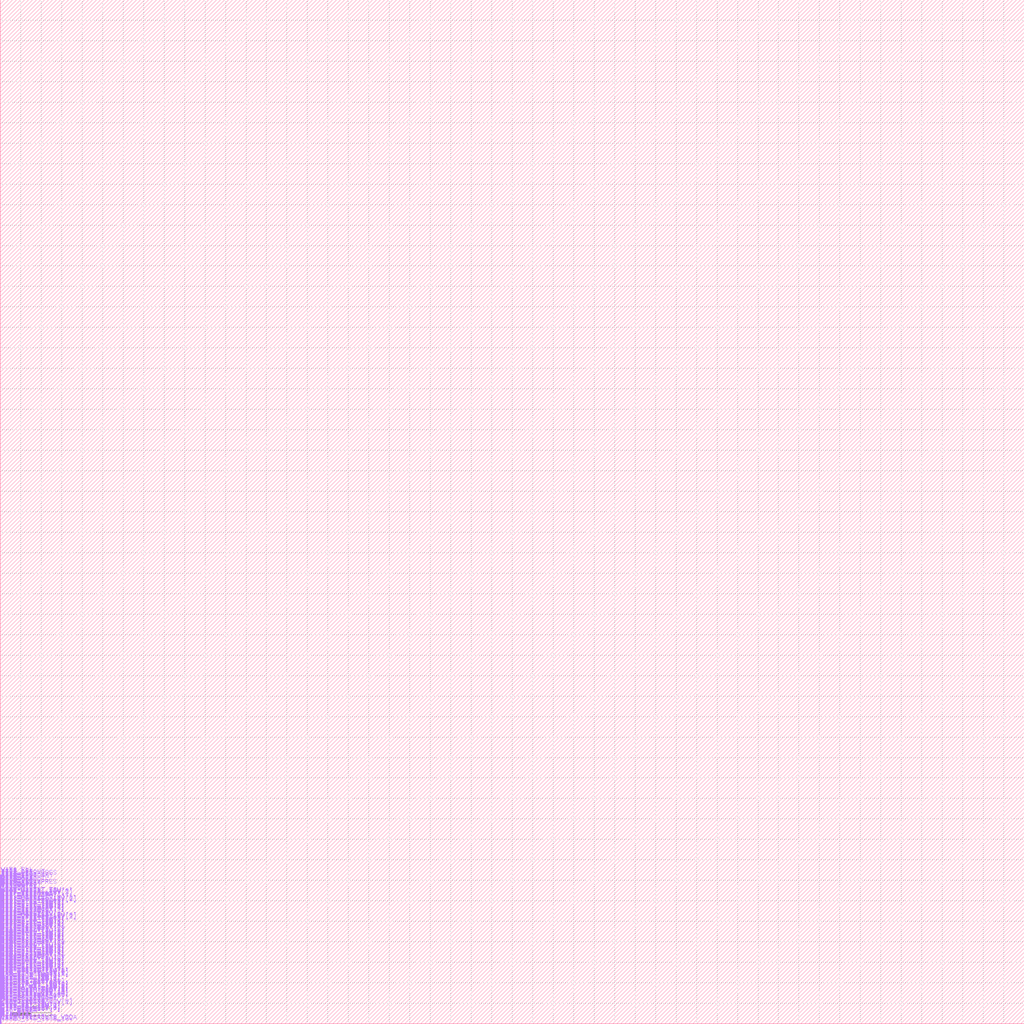
<source format=lef>
######################################################################
# LEF Name        : a802
# Modified Date   : 2021-01-05 15:20:15
######################################################################

VERSION 5.5 ;

NAMESCASESENSITIVE ON ;

DIVIDERCHAR "/" ;
BUSBITCHARS "[]" ;

 USEMINSPACING OBS OFF  ;
UNITS
    DATABASE MICRONS 2000  ;
END UNITS

 MANUFACTURINGGRID    0.005000 ;
SITE IOSite
    SYMMETRY Y  ;
    CLASS PAD  ;
    SIZE 80.8400 BY 144.0000 ;
END IOSite

SITE CoreSite
    SYMMETRY Y   ;
    CLASS CORE  ;
    SIZE 0.3700 BY 2.2200 ;
END CoreSite

MACRO A802_A_SUBAFE1_TOP
    CLASS PAD ;
    FOREIGN A802_A_SUBAFE1_TOP 0 0 ;
    ORIGIN 0.0000 0.0000 ;
    SIZE 1000.0000 BY 1000.0000 ;
    SYMMETRY R0 ;
    SITE IOSite ;
    PIN VDDPD_STD_ISOB_15V
        DIRECTION INPUT ;
        ANTENNAPARTIALMETALSIDEAREA 10  LAYER M3 ;
        PORT
        LAYER M3 ;
        RECT  0.0000 0.0000 1.0000 0.3000 ;
        END
    END VDDPD_STD_ISOB_15V
    PIN ISO_NOV15ROUTB_VDDA
        DIRECTION OUTPUT ;
        ANTENNAPARTIALMETALSIDEAREA 10  LAYER M3 ;
        PORT
        LAYER M3 ;
        RECT  0.0000 0.6000 1.0000 0.9000 ;
        END
    END ISO_NOV15ROUTB_VDDA
    PIN ISO_NOV15ROUTB_VDD
        DIRECTION INPUT ;
        ANTENNAPARTIALMETALSIDEAREA 10  LAYER M3 ;
        PORT
        LAYER M3 ;
        RECT  0.0000 1.2000 1.0000 1.5000 ;
        END
    END ISO_NOV15ROUTB_VDD
    PIN V15RPORB_15V
        DIRECTION INPUT ;
        ANTENNAPARTIALMETALSIDEAREA 10  LAYER M3 ;
        PORT
        LAYER M3 ;
        RECT  0.0000 1.8000 1.0000 2.1000 ;
        END
    END V15RPORB_15V
    PIN PLL_FIN
        DIRECTION INPUT ;
        ANTENNAPARTIALMETALSIDEAREA 10  LAYER M3 ;
        PORT
        LAYER M3 ;
        RECT  0.0000 2.4000 1.0000 2.7000 ;
        END
    END PLL_FIN
    PIN PLL_M[6]
        DIRECTION INPUT ;
        ANTENNAPARTIALMETALSIDEAREA 10  LAYER M3 ;
        PORT
        LAYER M3 ;
        RECT  0.0000 3.0000 1.0000 3.3000 ;
        END
    END PLL_M[6]
    PIN PLL_M[5]
        DIRECTION INPUT ;
        ANTENNAPARTIALMETALSIDEAREA 10  LAYER M3 ;
        PORT
        LAYER M3 ;
        RECT  0.0000 3.6000 1.0000 3.9000 ;
        END
    END PLL_M[5]
    PIN PLL_M[4]
        DIRECTION INPUT ;
        ANTENNAPARTIALMETALSIDEAREA 10  LAYER M3 ;
        PORT
        LAYER M3 ;
        RECT  0.0000 4.2000 1.0000 4.5000 ;
        END
    END PLL_M[4]
    PIN PLL_M[3]
        DIRECTION INPUT ;
        ANTENNAPARTIALMETALSIDEAREA 10  LAYER M3 ;
        PORT
        LAYER M3 ;
        RECT  0.0000 4.8000 1.0000 5.1000 ;
        END
    END PLL_M[3]
    PIN PLL_M[2]
        DIRECTION INPUT ;
        ANTENNAPARTIALMETALSIDEAREA 10  LAYER M3 ;
        PORT
        LAYER M3 ;
        RECT  0.0000 5.4000 1.0000 5.7000 ;
        END
    END PLL_M[2]
    PIN PLL_M[1]
        DIRECTION INPUT ;
        ANTENNAPARTIALMETALSIDEAREA 10  LAYER M3 ;
        PORT
        LAYER M3 ;
        RECT  0.0000 6.0000 1.0000 6.3000 ;
        END
    END PLL_M[1]
    PIN PLL_M[0]
        DIRECTION INPUT ;
        ANTENNAPARTIALMETALSIDEAREA 10  LAYER M3 ;
        PORT
        LAYER M3 ;
        RECT  0.0000 6.6000 1.0000 6.9000 ;
        END
    END PLL_M[0]
    PIN PLL_PD
        DIRECTION INPUT ;
        ANTENNAPARTIALMETALSIDEAREA 10  LAYER M3 ;
        PORT
        LAYER M3 ;
        RECT  0.0000 7.2000 1.0000 7.5000 ;
        END
    END PLL_PD
    PIN PLL_FOUT
        DIRECTION OUTPUT ;
        ANTENNAPARTIALMETALSIDEAREA 10  LAYER M3 ;
        PORT
        LAYER M3 ;
        RECT  0.0000 7.8000 1.0000 8.1000 ;
        END
    END PLL_FOUT
    PIN PLL_LOCK
        DIRECTION OUTPUT ;
        ANTENNAPARTIALMETALSIDEAREA 10  LAYER M3 ;
        PORT
        LAYER M3 ;
        RECT  0.0000 8.4000 1.0000 8.7000 ;
        END
    END PLL_LOCK
    PIN HIRC_EN_15V
        DIRECTION INPUT ;
        ANTENNAPARTIALMETALSIDEAREA 10  LAYER M3 ;
        PORT
        LAYER M3 ;
        RECT  0.0000 9.0000 1.0000 9.3000 ;
        END
    END HIRC_EN_15V
    PIN HIRC_CAL_15V[7]
        DIRECTION INPUT ;
        ANTENNAPARTIALMETALSIDEAREA 10  LAYER M3 ;
        PORT
        LAYER M3 ;
        RECT  0.0000 9.6000 1.0000 9.9000 ;
        END
    END HIRC_CAL_15V[7]
    PIN HIRC_CAL_15V[6]
        DIRECTION INPUT ;
        ANTENNAPARTIALMETALSIDEAREA 10  LAYER M3 ;
        PORT
        LAYER M3 ;
        RECT  0.0000 10.2000 1.0000 10.5000 ;
        END
    END HIRC_CAL_15V[6]
    PIN HIRC_CAL_15V[5]
        DIRECTION INPUT ;
        ANTENNAPARTIALMETALSIDEAREA 10  LAYER M3 ;
        PORT
        LAYER M3 ;
        RECT  0.0000 10.8000 1.0000 11.1000 ;
        END
    END HIRC_CAL_15V[5]
    PIN HIRC_CAL_15V[4]
        DIRECTION INPUT ;
        ANTENNAPARTIALMETALSIDEAREA 10  LAYER M3 ;
        PORT
        LAYER M3 ;
        RECT  0.0000 11.4000 1.0000 11.7000 ;
        END
    END HIRC_CAL_15V[4]
    PIN HIRC_CAL_15V[3]
        DIRECTION INPUT ;
        ANTENNAPARTIALMETALSIDEAREA 10  LAYER M3 ;
        PORT
        LAYER M3 ;
        RECT  0.0000 12.0000 1.0000 12.3000 ;
        END
    END HIRC_CAL_15V[3]
    PIN HIRC_CAL_15V[2]
        DIRECTION INPUT ;
        ANTENNAPARTIALMETALSIDEAREA 10  LAYER M3 ;
        PORT
        LAYER M3 ;
        RECT  0.0000 12.6000 1.0000 12.9000 ;
        END
    END HIRC_CAL_15V[2]
    PIN HIRC_CAL_15V[1]
        DIRECTION INPUT ;
        ANTENNAPARTIALMETALSIDEAREA 10  LAYER M3 ;
        PORT
        LAYER M3 ;
        RECT  0.0000 13.2000 1.0000 13.5000 ;
        END
    END HIRC_CAL_15V[1]
    PIN HIRC_CAL_15V[0]
        DIRECTION INPUT ;
        ANTENNAPARTIALMETALSIDEAREA 10  LAYER M3 ;
        PORT
        LAYER M3 ;
        RECT  0.0000 13.8000 1.0000 14.1000 ;
        END
    END HIRC_CAL_15V[0]
    PIN HIRC_OUT_15V
        DIRECTION OUTPUT ;
        ANTENNAPARTIALMETALSIDEAREA 10  LAYER M3 ;
        PORT
        LAYER M3 ;
        RECT  0.0000 14.4000 1.0000 14.7000 ;
        END
    END HIRC_OUT_15V
    PIN HIRC_LDO
        DIRECTION INOUT ;
        ANTENNAPARTIALMETALSIDEAREA 10  LAYER M3 ;
        PORT
        LAYER M3 ;
        RECT  0.0000 15.0000 1.0000 15.3000 ;
        END
    END HIRC_LDO
    PIN LDO_RTCVBGO
        DIRECTION INOUT ;
        ANTENNAPARTIALMETALSIDEAREA 10  LAYER M3 ;
        PORT
        LAYER M3 ;
        RECT  0.0000 15.6000 1.0000 15.9000 ;
        END
    END LDO_RTCVBGO
    PIN LDO_IBP50NA_50V[1]
        DIRECTION INOUT ;
        ANTENNAPARTIALMETALSIDEAREA 10  LAYER M3 ;
        PORT
        LAYER M3 ;
        RECT  0.0000 16.2000 1.0000 16.5000 ;
        END
    END LDO_IBP50NA_50V[1]
    PIN LDO_IBP50NA_50V[0]
        DIRECTION INOUT ;
        ANTENNAPARTIALMETALSIDEAREA 10  LAYER M3 ;
        PORT
        LAYER M3 ;
        RECT  0.0000 16.8000 1.0000 17.1000 ;
        END
    END LDO_IBP50NA_50V[0]
    PIN TS_EN_15V
        DIRECTION INPUT ;
        ANTENNAPARTIALMETALSIDEAREA 10  LAYER M3 ;
        PORT
        LAYER M3 ;
        RECT  0.0000 17.4000 1.0000 17.7000 ;
        END
    END TS_EN_15V
    PIN TS_VTEMP_50V
        DIRECTION INOUT ;
        ANTENNAPARTIALMETALSIDEAREA 10  LAYER M3 ;
        PORT
        LAYER M3 ;
        RECT  0.0000 18.0000 1.0000 18.3000 ;
        END
    END TS_VTEMP_50V
    PIN VBAT_D2O_50V
        DIRECTION INOUT ;
        ANTENNAPARTIALMETALSIDEAREA 10  LAYER M3 ;
        PORT
        LAYER M3 ;
        RECT  0.0000 18.6000 1.0000 18.9000 ;
        END
    END VBAT_D2O_50V
    PIN ADC_CLK_15V
        DIRECTION INPUT ;
        ANTENNAPARTIALMETALSIDEAREA 10  LAYER M3 ;
        PORT
        LAYER M3 ;
        RECT  0.0000 19.2000 1.0000 19.5000 ;
        END
    END ADC_CLK_15V
    PIN ADC_PUMPEN_15V
        DIRECTION INPUT ;
        ANTENNAPARTIALMETALSIDEAREA 10  LAYER M3 ;
        PORT
        LAYER M3 ;
        RECT  0.0000 19.8000 1.0000 20.1000 ;
        END
    END ADC_PUMPEN_15V
    PIN ADC_EN_15V
        DIRECTION INPUT ;
        ANTENNAPARTIALMETALSIDEAREA 10  LAYER M3 ;
        PORT
        LAYER M3 ;
        RECT  0.0000 20.4000 1.0000 20.7000 ;
        END
    END ADC_EN_15V
    PIN ADC_STOPB_15V
        DIRECTION INPUT ;
        ANTENNAPARTIALMETALSIDEAREA 10  LAYER M3 ;
        PORT
        LAYER M3 ;
        RECT  0.0000 21.0000 1.0000 21.3000 ;
        END
    END ADC_STOPB_15V
    PIN ADC_SAMPLE_15V
        DIRECTION INPUT ;
        ANTENNAPARTIALMETALSIDEAREA 10  LAYER M3 ;
        PORT
        LAYER M3 ;
        RECT  0.0000 21.6000 1.0000 21.9000 ;
        END
    END ADC_SAMPLE_15V
    PIN ADC_SAMPLEOK_15V
        DIRECTION INPUT ;
        ANTENNAPARTIALMETALSIDEAREA 10  LAYER M3 ;
        PORT
        LAYER M3 ;
        RECT  0.0000 22.2000 1.0000 22.5000 ;
        END
    END ADC_SAMPLEOK_15V
    PIN ADC_PUMPTIME_15V
        DIRECTION INPUT ;
        ANTENNAPARTIALMETALSIDEAREA 10  LAYER M3 ;
        PORT
        LAYER M3 ;
        RECT  0.0000 22.8000 1.0000 23.1000 ;
        END
    END ADC_PUMPTIME_15V
    PIN ADC_AIN_50V
        DIRECTION INOUT ;
        ANTENNAPARTIALMETALSIDEAREA 10  LAYER M3 ;
        PORT
        LAYER M3 ;
        RECT  0.0000 23.4000 1.0000 23.7000 ;
        END
    END ADC_AIN_50V
    PIN ADC_CHSEL_15V[15]
        DIRECTION INPUT ;
        ANTENNAPARTIALMETALSIDEAREA 10  LAYER M3 ;
        PORT
        LAYER M3 ;
        RECT  0.0000 24.0000 1.0000 24.3000 ;
        END
    END ADC_CHSEL_15V[15]
    PIN ADC_CHSEL_15V[14]
        DIRECTION INPUT ;
        ANTENNAPARTIALMETALSIDEAREA 10  LAYER M3 ;
        PORT
        LAYER M3 ;
        RECT  0.0000 24.6000 1.0000 24.9000 ;
        END
    END ADC_CHSEL_15V[14]
    PIN ADC_CHSEL_15V[13]
        DIRECTION INPUT ;
        ANTENNAPARTIALMETALSIDEAREA 10  LAYER M3 ;
        PORT
        LAYER M3 ;
        RECT  0.0000 25.2000 1.0000 25.5000 ;
        END
    END ADC_CHSEL_15V[13]
    PIN ADC_CHSEL_15V[12]
        DIRECTION INPUT ;
        ANTENNAPARTIALMETALSIDEAREA 10  LAYER M3 ;
        PORT
        LAYER M3 ;
        RECT  0.0000 25.8000 1.0000 26.1000 ;
        END
    END ADC_CHSEL_15V[12]
    PIN ADC_CHSEL_15V[11]
        DIRECTION INPUT ;
        ANTENNAPARTIALMETALSIDEAREA 10  LAYER M3 ;
        PORT
        LAYER M3 ;
        RECT  0.0000 26.4000 1.0000 26.7000 ;
        END
    END ADC_CHSEL_15V[11]
    PIN ADC_CHSEL_15V[10]
        DIRECTION INPUT ;
        ANTENNAPARTIALMETALSIDEAREA 10  LAYER M3 ;
        PORT
        LAYER M3 ;
        RECT  0.0000 27.0000 1.0000 27.3000 ;
        END
    END ADC_CHSEL_15V[10]
    PIN ADC_CALEN_15V
        DIRECTION INPUT ;
        ANTENNAPARTIALMETALSIDEAREA 10  LAYER M3 ;
        PORT
        LAYER M3 ;
        RECT  0.0000 27.6000 1.0000 27.9000 ;
        END
    END ADC_CALEN_15V
    PIN ADC_CALVAL_15V[6]
        DIRECTION INPUT ;
        ANTENNAPARTIALMETALSIDEAREA 10  LAYER M3 ;
        PORT
        LAYER M3 ;
        RECT  0.0000 28.2000 1.0000 28.5000 ;
        END
    END ADC_CALVAL_15V[6]
    PIN ADC_CALVAL_15V[5]
        DIRECTION INPUT ;
        ANTENNAPARTIALMETALSIDEAREA 10  LAYER M3 ;
        PORT
        LAYER M3 ;
        RECT  0.0000 28.8000 1.0000 29.1000 ;
        END
    END ADC_CALVAL_15V[5]
    PIN ADC_CALVAL_15V[4]
        DIRECTION INPUT ;
        ANTENNAPARTIALMETALSIDEAREA 10  LAYER M3 ;
        PORT
        LAYER M3 ;
        RECT  0.0000 29.4000 1.0000 29.7000 ;
        END
    END ADC_CALVAL_15V[4]
    PIN ADC_CALVAL_15V[3]
        DIRECTION INPUT ;
        ANTENNAPARTIALMETALSIDEAREA 10  LAYER M3 ;
        PORT
        LAYER M3 ;
        RECT  0.0000 30.0000 1.0000 30.3000 ;
        END
    END ADC_CALVAL_15V[3]
    PIN ADC_CALVAL_15V[2]
        DIRECTION INPUT ;
        ANTENNAPARTIALMETALSIDEAREA 10  LAYER M3 ;
        PORT
        LAYER M3 ;
        RECT  0.0000 30.6000 1.0000 30.9000 ;
        END
    END ADC_CALVAL_15V[2]
    PIN ADC_CALVAL_15V[1]
        DIRECTION INPUT ;
        ANTENNAPARTIALMETALSIDEAREA 10  LAYER M3 ;
        PORT
        LAYER M3 ;
        RECT  0.0000 31.2000 1.0000 31.5000 ;
        END
    END ADC_CALVAL_15V[1]
    PIN ADC_CALVAL_15V[0]
        DIRECTION INPUT ;
        ANTENNAPARTIALMETALSIDEAREA 10  LAYER M3 ;
        PORT
        LAYER M3 ;
        RECT  0.0000 31.8000 1.0000 32.1000 ;
        END
    END ADC_CALVAL_15V[0]
    PIN ADC_ITRIM1_15V[3]
        DIRECTION INPUT ;
        ANTENNAPARTIALMETALSIDEAREA 10  LAYER M3 ;
        PORT
        LAYER M3 ;
        RECT  0.0000 32.4000 1.0000 32.7000 ;
        END
    END ADC_ITRIM1_15V[3]
    PIN ADC_ITRIM1_15V[2]
        DIRECTION INPUT ;
        ANTENNAPARTIALMETALSIDEAREA 10  LAYER M3 ;
        PORT
        LAYER M3 ;
        RECT  0.0000 33.0000 1.0000 33.3000 ;
        END
    END ADC_ITRIM1_15V[2]
    PIN ADC_ITRIM1_15V[1]
        DIRECTION INPUT ;
        ANTENNAPARTIALMETALSIDEAREA 10  LAYER M3 ;
        PORT
        LAYER M3 ;
        RECT  0.0000 33.6000 1.0000 33.9000 ;
        END
    END ADC_ITRIM1_15V[1]
    PIN ADC_ITRIM1_15V[0]
        DIRECTION INPUT ;
        ANTENNAPARTIALMETALSIDEAREA 10  LAYER M3 ;
        PORT
        LAYER M3 ;
        RECT  0.0000 34.2000 1.0000 34.5000 ;
        END
    END ADC_ITRIM1_15V[0]
    PIN ADC_RES_15V[1]
        DIRECTION INPUT ;
        ANTENNAPARTIALMETALSIDEAREA 10  LAYER M3 ;
        PORT
        LAYER M3 ;
        RECT  0.0000 34.8000 1.0000 35.1000 ;
        END
    END ADC_RES_15V[1]
    PIN ADC_RES_15V[0]
        DIRECTION INPUT ;
        ANTENNAPARTIALMETALSIDEAREA 10  LAYER M3 ;
        PORT
        LAYER M3 ;
        RECT  0.0000 35.4000 1.0000 35.7000 ;
        END
    END ADC_RES_15V[0]
    PIN ADC_DOUT_15V[11]
        DIRECTION OUTPUT ;
        ANTENNAPARTIALMETALSIDEAREA 10  LAYER M3 ;
        PORT
        LAYER M3 ;
        RECT  0.0000 36.0000 1.0000 36.3000 ;
        END
    END ADC_DOUT_15V[11]
    PIN ADC_DOUT_15V[10]
        DIRECTION OUTPUT ;
        ANTENNAPARTIALMETALSIDEAREA 10  LAYER M3 ;
        PORT
        LAYER M3 ;
        RECT  0.0000 36.6000 1.0000 36.9000 ;
        END
    END ADC_DOUT_15V[10]
    PIN ADC_DOUT_15V[9]
        DIRECTION OUTPUT ;
        ANTENNAPARTIALMETALSIDEAREA 10  LAYER M3 ;
        PORT
        LAYER M3 ;
        RECT  0.0000 37.2000 1.0000 37.5000 ;
        END
    END ADC_DOUT_15V[9]
    PIN ADC_DOUT_15V[8]
        DIRECTION OUTPUT ;
        ANTENNAPARTIALMETALSIDEAREA 10  LAYER M3 ;
        PORT
        LAYER M3 ;
        RECT  0.0000 37.8000 1.0000 38.1000 ;
        END
    END ADC_DOUT_15V[8]
    PIN ADC_DOUT_15V[7]
        DIRECTION OUTPUT ;
        ANTENNAPARTIALMETALSIDEAREA 10  LAYER M3 ;
        PORT
        LAYER M3 ;
        RECT  0.0000 38.4000 1.0000 38.7000 ;
        END
    END ADC_DOUT_15V[7]
    PIN ADC_DOUT_15V[6]
        DIRECTION OUTPUT ;
        ANTENNAPARTIALMETALSIDEAREA 10  LAYER M3 ;
        PORT
        LAYER M3 ;
        RECT  0.0000 39.0000 1.0000 39.3000 ;
        END
    END ADC_DOUT_15V[6]
    PIN ADC_DOUT_15V[5]
        DIRECTION OUTPUT ;
        ANTENNAPARTIALMETALSIDEAREA 10  LAYER M3 ;
        PORT
        LAYER M3 ;
        RECT  0.0000 39.6000 1.0000 39.9000 ;
        END
    END ADC_DOUT_15V[5]
    PIN ADC_DOUT_15V[4]
        DIRECTION OUTPUT ;
        ANTENNAPARTIALMETALSIDEAREA 10  LAYER M3 ;
        PORT
        LAYER M3 ;
        RECT  0.0000 40.2000 1.0000 40.5000 ;
        END
    END ADC_DOUT_15V[4]
    PIN ADC_DOUT_15V[3]
        DIRECTION OUTPUT ;
        ANTENNAPARTIALMETALSIDEAREA 10  LAYER M3 ;
        PORT
        LAYER M3 ;
        RECT  0.0000 40.8000 1.0000 41.1000 ;
        END
    END ADC_DOUT_15V[3]
    PIN ADC_DOUT_15V[2]
        DIRECTION OUTPUT ;
        ANTENNAPARTIALMETALSIDEAREA 10  LAYER M3 ;
        PORT
        LAYER M3 ;
        RECT  0.0000 41.4000 1.0000 41.7000 ;
        END
    END ADC_DOUT_15V[2]
    PIN ADC_DOUT_15V[1]
        DIRECTION OUTPUT ;
        ANTENNAPARTIALMETALSIDEAREA 10  LAYER M3 ;
        PORT
        LAYER M3 ;
        RECT  0.0000 42.0000 1.0000 42.3000 ;
        END
    END ADC_DOUT_15V[1]
    PIN ADC_DOUT_15V[0]
        DIRECTION OUTPUT ;
        ANTENNAPARTIALMETALSIDEAREA 10  LAYER M3 ;
        PORT
        LAYER M3 ;
        RECT  0.0000 42.6000 1.0000 42.9000 ;
        END
    END ADC_DOUT_15V[0]
    PIN ADC_EOC_15V
        DIRECTION OUTPUT ;
        ANTENNAPARTIALMETALSIDEAREA 10  LAYER M3 ;
        PORT
        LAYER M3 ;
        RECT  0.0000 43.2000 1.0000 43.5000 ;
        END
    END ADC_EOC_15V
    PIN OPA_ITRIM1_15V[2]
        DIRECTION INPUT ;
        ANTENNAPARTIALMETALSIDEAREA 10  LAYER M3 ;
        PORT
        LAYER M3 ;
        RECT  0.0000 43.8000 1.0000 44.1000 ;
        END
    END OPA_ITRIM1_15V[2]
    PIN OPA_ITRIM1_15V[1]
        DIRECTION INPUT ;
        ANTENNAPARTIALMETALSIDEAREA 10  LAYER M3 ;
        PORT
        LAYER M3 ;
        RECT  0.0000 44.4000 1.0000 44.7000 ;
        END
    END OPA_ITRIM1_15V[1]
    PIN OPA_ITRIM1_15V[0]
        DIRECTION INPUT ;
        ANTENNAPARTIALMETALSIDEAREA 10  LAYER M3 ;
        PORT
        LAYER M3 ;
        RECT  0.0000 45.0000 1.0000 45.3000 ;
        END
    END OPA_ITRIM1_15V[0]
    PIN OPA_ITRIM2_15V[2]
        DIRECTION INPUT ;
        ANTENNAPARTIALMETALSIDEAREA 10  LAYER M3 ;
        PORT
        LAYER M3 ;
        RECT  0.0000 45.6000 1.0000 45.9000 ;
        END
    END OPA_ITRIM2_15V[2]
    PIN OPA_ITRIM2_15V[1]
        DIRECTION INPUT ;
        ANTENNAPARTIALMETALSIDEAREA 10  LAYER M3 ;
        PORT
        LAYER M3 ;
        RECT  0.0000 46.2000 1.0000 46.5000 ;
        END
    END OPA_ITRIM2_15V[1]
    PIN OPA_ITRIM2_15V[0]
        DIRECTION INPUT ;
        ANTENNAPARTIALMETALSIDEAREA 10  LAYER M3 ;
        PORT
        LAYER M3 ;
        RECT  0.0000 46.8000 1.0000 47.1000 ;
        END
    END OPA_ITRIM2_15V[0]
    PIN OPA0_EN_15V
        DIRECTION INPUT ;
        ANTENNAPARTIALMETALSIDEAREA 10  LAYER M3 ;
        PORT
        LAYER M3 ;
        RECT  0.0000 47.4000 1.0000 47.7000 ;
        END
    END OPA0_EN_15V
    PIN OPA0_CLRE_15V
        DIRECTION INPUT ;
        ANTENNAPARTIALMETALSIDEAREA 10  LAYER M3 ;
        PORT
        LAYER M3 ;
        RECT  0.0000 48.0000 1.0000 48.3000 ;
        END
    END OPA0_CLRE_15V
    PIN OPA0_CLRS_15V
        DIRECTION INPUT ;
        ANTENNAPARTIALMETALSIDEAREA 10  LAYER M3 ;
        PORT
        LAYER M3 ;
        RECT  0.0000 48.6000 1.0000 48.9000 ;
        END
    END OPA0_CLRS_15V
    PIN OPA0_CLRN_15V[5]
        DIRECTION INPUT ;
        ANTENNAPARTIALMETALSIDEAREA 10  LAYER M3 ;
        PORT
        LAYER M3 ;
        RECT  0.0000 49.2000 1.0000 49.5000 ;
        END
    END OPA0_CLRN_15V[5]
    PIN OPA0_CLRN_15V[4]
        DIRECTION INPUT ;
        ANTENNAPARTIALMETALSIDEAREA 10  LAYER M3 ;
        PORT
        LAYER M3 ;
        RECT  0.0000 49.8000 1.0000 50.1000 ;
        END
    END OPA0_CLRN_15V[4]
    PIN OPA0_CLRN_15V[3]
        DIRECTION INPUT ;
        ANTENNAPARTIALMETALSIDEAREA 10  LAYER M3 ;
        PORT
        LAYER M3 ;
        RECT  0.0000 50.4000 1.0000 50.7000 ;
        END
    END OPA0_CLRN_15V[3]
    PIN OPA0_CLRN_15V[2]
        DIRECTION INPUT ;
        ANTENNAPARTIALMETALSIDEAREA 10  LAYER M3 ;
        PORT
        LAYER M3 ;
        RECT  0.0000 51.0000 1.0000 51.3000 ;
        END
    END OPA0_CLRN_15V[2]
    PIN OPA0_CLRN_15V[1]
        DIRECTION INPUT ;
        ANTENNAPARTIALMETALSIDEAREA 10  LAYER M3 ;
        PORT
        LAYER M3 ;
        RECT  0.0000 51.6000 1.0000 51.9000 ;
        END
    END OPA0_CLRN_15V[1]
    PIN OPA0_CLRN_15V[0]
        DIRECTION INPUT ;
        ANTENNAPARTIALMETALSIDEAREA 10  LAYER M3 ;
        PORT
        LAYER M3 ;
        RECT  0.0000 52.2000 1.0000 52.5000 ;
        END
    END OPA0_CLRN_15V[0]
    PIN OPA0_CLRP_15V[5]
        DIRECTION INPUT ;
        ANTENNAPARTIALMETALSIDEAREA 10  LAYER M3 ;
        PORT
        LAYER M3 ;
        RECT  0.0000 52.8000 1.0000 53.1000 ;
        END
    END OPA0_CLRP_15V[5]
    PIN OPA0_CLRP_15V[4]
        DIRECTION INPUT ;
        ANTENNAPARTIALMETALSIDEAREA 10  LAYER M3 ;
        PORT
        LAYER M3 ;
        RECT  0.0000 53.4000 1.0000 53.7000 ;
        END
    END OPA0_CLRP_15V[4]
    PIN OPA0_CLRP_15V[3]
        DIRECTION INPUT ;
        ANTENNAPARTIALMETALSIDEAREA 10  LAYER M3 ;
        PORT
        LAYER M3 ;
        RECT  0.0000 54.0000 1.0000 54.3000 ;
        END
    END OPA0_CLRP_15V[3]
    PIN OPA0_CLRP_15V[2]
        DIRECTION INPUT ;
        ANTENNAPARTIALMETALSIDEAREA 10  LAYER M3 ;
        PORT
        LAYER M3 ;
        RECT  0.0000 54.6000 1.0000 54.9000 ;
        END
    END OPA0_CLRP_15V[2]
    PIN OPA0_CLRP_15V[1]
        DIRECTION INPUT ;
        ANTENNAPARTIALMETALSIDEAREA 10  LAYER M3 ;
        PORT
        LAYER M3 ;
        RECT  0.0000 55.2000 1.0000 55.5000 ;
        END
    END OPA0_CLRP_15V[1]
    PIN OPA0_CLRP_15V[0]
        DIRECTION INPUT ;
        ANTENNAPARTIALMETALSIDEAREA 10  LAYER M3 ;
        PORT
        LAYER M3 ;
        RECT  0.0000 55.8000 1.0000 56.1000 ;
        END
    END OPA0_CLRP_15V[0]
    PIN OPA0_NSEL_15V[1]
        DIRECTION INPUT ;
        ANTENNAPARTIALMETALSIDEAREA 10  LAYER M3 ;
        PORT
        LAYER M3 ;
        RECT  0.0000 56.4000 1.0000 56.7000 ;
        END
    END OPA0_NSEL_15V[1]
    PIN OPA0_NSEL_15V[0]
        DIRECTION INPUT ;
        ANTENNAPARTIALMETALSIDEAREA 10  LAYER M3 ;
        PORT
        LAYER M3 ;
        RECT  0.0000 57.0000 1.0000 57.3000 ;
        END
    END OPA0_NSEL_15V[0]
    PIN OPA0_GAIN_15V[1]
        DIRECTION INPUT ;
        ANTENNAPARTIALMETALSIDEAREA 10  LAYER M3 ;
        PORT
        LAYER M3 ;
        RECT  0.0000 57.6000 1.0000 57.9000 ;
        END
    END OPA0_GAIN_15V[1]
    PIN OPA0_GAIN_15V[0]
        DIRECTION INPUT ;
        ANTENNAPARTIALMETALSIDEAREA 10  LAYER M3 ;
        PORT
        LAYER M3 ;
        RECT  0.0000 58.2000 1.0000 58.5000 ;
        END
    END OPA0_GAIN_15V[0]
    PIN OPA0_N_50V
        DIRECTION INOUT ;
        ANTENNAPARTIALMETALSIDEAREA 10  LAYER M3 ;
        PORT
        LAYER M3 ;
        RECT  0.0000 58.8000 1.0000 59.1000 ;
        END
    END OPA0_N_50V
    PIN OPA0_P_50V
        DIRECTION INOUT ;
        ANTENNAPARTIALMETALSIDEAREA 10  LAYER M3 ;
        PORT
        LAYER M3 ;
        RECT  0.0000 59.4000 1.0000 59.7000 ;
        END
    END OPA0_P_50V
    PIN OPA0_CLR_OUT_15V
        DIRECTION OUTPUT ;
        ANTENNAPARTIALMETALSIDEAREA 10  LAYER M3 ;
        PORT
        LAYER M3 ;
        RECT  0.0000 60.0000 1.0000 60.3000 ;
        END
    END OPA0_CLR_OUT_15V
    PIN OPA0_OUT_50V
        DIRECTION INOUT ;
        ANTENNAPARTIALMETALSIDEAREA 10  LAYER M3 ;
        PORT
        LAYER M3 ;
        RECT  0.0000 60.6000 1.0000 60.9000 ;
        END
    END OPA0_OUT_50V
    PIN OPA1_EN_15V
        DIRECTION INPUT ;
        ANTENNAPARTIALMETALSIDEAREA 10  LAYER M3 ;
        PORT
        LAYER M3 ;
        RECT  0.0000 61.2000 1.0000 61.5000 ;
        END
    END OPA1_EN_15V
    PIN OPA1_CLRE_15V
        DIRECTION INPUT ;
        ANTENNAPARTIALMETALSIDEAREA 10  LAYER M3 ;
        PORT
        LAYER M3 ;
        RECT  0.0000 61.8000 1.0000 62.1000 ;
        END
    END OPA1_CLRE_15V
    PIN OPA1_CLRS_15V
        DIRECTION INPUT ;
        ANTENNAPARTIALMETALSIDEAREA 10  LAYER M3 ;
        PORT
        LAYER M3 ;
        RECT  0.0000 62.4000 1.0000 62.7000 ;
        END
    END OPA1_CLRS_15V
    PIN OPA1_CLRN_15V[5]
        DIRECTION INPUT ;
        ANTENNAPARTIALMETALSIDEAREA 10  LAYER M3 ;
        PORT
        LAYER M3 ;
        RECT  0.0000 63.0000 1.0000 63.3000 ;
        END
    END OPA1_CLRN_15V[5]
    PIN OPA1_CLRN_15V[4]
        DIRECTION INPUT ;
        ANTENNAPARTIALMETALSIDEAREA 10  LAYER M3 ;
        PORT
        LAYER M3 ;
        RECT  0.0000 63.6000 1.0000 63.9000 ;
        END
    END OPA1_CLRN_15V[4]
    PIN OPA1_CLRN_15V[3]
        DIRECTION INPUT ;
        ANTENNAPARTIALMETALSIDEAREA 10  LAYER M3 ;
        PORT
        LAYER M3 ;
        RECT  0.0000 64.2000 1.0000 64.5000 ;
        END
    END OPA1_CLRN_15V[3]
    PIN OPA1_CLRN_15V[2]
        DIRECTION INPUT ;
        ANTENNAPARTIALMETALSIDEAREA 10  LAYER M3 ;
        PORT
        LAYER M3 ;
        RECT  0.0000 64.8000 1.0000 65.1000 ;
        END
    END OPA1_CLRN_15V[2]
    PIN OPA1_CLRN_15V[1]
        DIRECTION INPUT ;
        ANTENNAPARTIALMETALSIDEAREA 10  LAYER M3 ;
        PORT
        LAYER M3 ;
        RECT  0.0000 65.4000 1.0000 65.7000 ;
        END
    END OPA1_CLRN_15V[1]
    PIN OPA1_CLRN_15V[0]
        DIRECTION INPUT ;
        ANTENNAPARTIALMETALSIDEAREA 10  LAYER M3 ;
        PORT
        LAYER M3 ;
        RECT  0.0000 66.0000 1.0000 66.3000 ;
        END
    END OPA1_CLRN_15V[0]
    PIN OPA1_CLRP_15V[5]
        DIRECTION INPUT ;
        ANTENNAPARTIALMETALSIDEAREA 10  LAYER M3 ;
        PORT
        LAYER M3 ;
        RECT  0.0000 66.6000 1.0000 66.9000 ;
        END
    END OPA1_CLRP_15V[5]
    PIN OPA1_CLRP_15V[4]
        DIRECTION INPUT ;
        ANTENNAPARTIALMETALSIDEAREA 10  LAYER M3 ;
        PORT
        LAYER M3 ;
        RECT  0.0000 67.2000 1.0000 67.5000 ;
        END
    END OPA1_CLRP_15V[4]
    PIN OPA1_CLRP_15V[3]
        DIRECTION INPUT ;
        ANTENNAPARTIALMETALSIDEAREA 10  LAYER M3 ;
        PORT
        LAYER M3 ;
        RECT  0.0000 67.8000 1.0000 68.1000 ;
        END
    END OPA1_CLRP_15V[3]
    PIN OPA1_CLRP_15V[2]
        DIRECTION INPUT ;
        ANTENNAPARTIALMETALSIDEAREA 10  LAYER M3 ;
        PORT
        LAYER M3 ;
        RECT  0.0000 68.4000 1.0000 68.7000 ;
        END
    END OPA1_CLRP_15V[2]
    PIN OPA1_CLRP_15V[1]
        DIRECTION INPUT ;
        ANTENNAPARTIALMETALSIDEAREA 10  LAYER M3 ;
        PORT
        LAYER M3 ;
        RECT  0.0000 69.0000 1.0000 69.3000 ;
        END
    END OPA1_CLRP_15V[1]
    PIN OPA1_CLRP_15V[0]
        DIRECTION INPUT ;
        ANTENNAPARTIALMETALSIDEAREA 10  LAYER M3 ;
        PORT
        LAYER M3 ;
        RECT  0.0000 69.6000 1.0000 69.9000 ;
        END
    END OPA1_CLRP_15V[0]
    PIN OPA1_NSEL_15V[1]
        DIRECTION INPUT ;
        ANTENNAPARTIALMETALSIDEAREA 10  LAYER M3 ;
        PORT
        LAYER M3 ;
        RECT  0.0000 70.2000 1.0000 70.5000 ;
        END
    END OPA1_NSEL_15V[1]
    PIN OPA1_NSEL_15V[0]
        DIRECTION INPUT ;
        ANTENNAPARTIALMETALSIDEAREA 10  LAYER M3 ;
        PORT
        LAYER M3 ;
        RECT  0.0000 70.8000 1.0000 71.1000 ;
        END
    END OPA1_NSEL_15V[0]
    PIN OPA1_GAIN_15V[1]
        DIRECTION INPUT ;
        ANTENNAPARTIALMETALSIDEAREA 10  LAYER M3 ;
        PORT
        LAYER M3 ;
        RECT  0.0000 71.4000 1.0000 71.7000 ;
        END
    END OPA1_GAIN_15V[1]
    PIN OPA1_GAIN_15V[0]
        DIRECTION INPUT ;
        ANTENNAPARTIALMETALSIDEAREA 10  LAYER M3 ;
        PORT
        LAYER M3 ;
        RECT  0.0000 72.0000 1.0000 72.3000 ;
        END
    END OPA1_GAIN_15V[0]
    PIN OPA1_N_50V
        DIRECTION INOUT ;
        ANTENNAPARTIALMETALSIDEAREA 10  LAYER M3 ;
        PORT
        LAYER M3 ;
        RECT  0.0000 72.6000 1.0000 72.9000 ;
        END
    END OPA1_N_50V
    PIN OPA1_P_50V
        DIRECTION INOUT ;
        ANTENNAPARTIALMETALSIDEAREA 10  LAYER M3 ;
        PORT
        LAYER M3 ;
        RECT  0.0000 73.2000 1.0000 73.5000 ;
        END
    END OPA1_P_50V
    PIN OPA1_CLR_OUT_15V
        DIRECTION OUTPUT ;
        ANTENNAPARTIALMETALSIDEAREA 10  LAYER M3 ;
        PORT
        LAYER M3 ;
        RECT  0.0000 73.8000 1.0000 74.1000 ;
        END
    END OPA1_CLR_OUT_15V
    PIN OPA1_OUT_50V
        DIRECTION INOUT ;
        ANTENNAPARTIALMETALSIDEAREA 10  LAYER M3 ;
        PORT
        LAYER M3 ;
        RECT  0.0000 74.4000 1.0000 74.7000 ;
        END
    END OPA1_OUT_50V
    PIN OPA2_EN_15V
        DIRECTION INPUT ;
        ANTENNAPARTIALMETALSIDEAREA 10  LAYER M3 ;
        PORT
        LAYER M3 ;
        RECT  0.0000 75.0000 1.0000 75.3000 ;
        END
    END OPA2_EN_15V
    PIN OPA2_CLRE_15V
        DIRECTION INPUT ;
        ANTENNAPARTIALMETALSIDEAREA 10  LAYER M3 ;
        PORT
        LAYER M3 ;
        RECT  0.0000 75.6000 1.0000 75.9000 ;
        END
    END OPA2_CLRE_15V
    PIN OPA2_CLRS_15V
        DIRECTION INPUT ;
        ANTENNAPARTIALMETALSIDEAREA 10  LAYER M3 ;
        PORT
        LAYER M3 ;
        RECT  0.0000 76.2000 1.0000 76.5000 ;
        END
    END OPA2_CLRS_15V
    PIN OPA2_CLRN_15V[5]
        DIRECTION INPUT ;
        ANTENNAPARTIALMETALSIDEAREA 10  LAYER M3 ;
        PORT
        LAYER M3 ;
        RECT  0.0000 76.8000 1.0000 77.1000 ;
        END
    END OPA2_CLRN_15V[5]
    PIN OPA2_CLRN_15V[4]
        DIRECTION INPUT ;
        ANTENNAPARTIALMETALSIDEAREA 10  LAYER M3 ;
        PORT
        LAYER M3 ;
        RECT  0.0000 77.4000 1.0000 77.7000 ;
        END
    END OPA2_CLRN_15V[4]
    PIN OPA2_CLRN_15V[3]
        DIRECTION INPUT ;
        ANTENNAPARTIALMETALSIDEAREA 10  LAYER M3 ;
        PORT
        LAYER M3 ;
        RECT  0.0000 78.0000 1.0000 78.3000 ;
        END
    END OPA2_CLRN_15V[3]
    PIN OPA2_CLRN_15V[2]
        DIRECTION INPUT ;
        ANTENNAPARTIALMETALSIDEAREA 10  LAYER M3 ;
        PORT
        LAYER M3 ;
        RECT  0.0000 78.6000 1.0000 78.9000 ;
        END
    END OPA2_CLRN_15V[2]
    PIN OPA2_CLRN_15V[1]
        DIRECTION INPUT ;
        ANTENNAPARTIALMETALSIDEAREA 10  LAYER M3 ;
        PORT
        LAYER M3 ;
        RECT  0.0000 79.2000 1.0000 79.5000 ;
        END
    END OPA2_CLRN_15V[1]
    PIN OPA2_CLRN_15V[0]
        DIRECTION INPUT ;
        ANTENNAPARTIALMETALSIDEAREA 10  LAYER M3 ;
        PORT
        LAYER M3 ;
        RECT  0.0000 79.8000 1.0000 80.1000 ;
        END
    END OPA2_CLRN_15V[0]
    PIN OPA2_CLRP_15V[5]
        DIRECTION INPUT ;
        ANTENNAPARTIALMETALSIDEAREA 10  LAYER M3 ;
        PORT
        LAYER M3 ;
        RECT  0.0000 80.4000 1.0000 80.7000 ;
        END
    END OPA2_CLRP_15V[5]
    PIN OPA2_CLRP_15V[4]
        DIRECTION INPUT ;
        ANTENNAPARTIALMETALSIDEAREA 10  LAYER M3 ;
        PORT
        LAYER M3 ;
        RECT  0.0000 81.0000 1.0000 81.3000 ;
        END
    END OPA2_CLRP_15V[4]
    PIN OPA2_CLRP_15V[3]
        DIRECTION INPUT ;
        ANTENNAPARTIALMETALSIDEAREA 10  LAYER M3 ;
        PORT
        LAYER M3 ;
        RECT  0.0000 81.6000 1.0000 81.9000 ;
        END
    END OPA2_CLRP_15V[3]
    PIN OPA2_CLRP_15V[2]
        DIRECTION INPUT ;
        ANTENNAPARTIALMETALSIDEAREA 10  LAYER M3 ;
        PORT
        LAYER M3 ;
        RECT  0.0000 82.2000 1.0000 82.5000 ;
        END
    END OPA2_CLRP_15V[2]
    PIN OPA2_CLRP_15V[1]
        DIRECTION INPUT ;
        ANTENNAPARTIALMETALSIDEAREA 10  LAYER M3 ;
        PORT
        LAYER M3 ;
        RECT  0.0000 82.8000 1.0000 83.1000 ;
        END
    END OPA2_CLRP_15V[1]
    PIN OPA2_CLRP_15V[0]
        DIRECTION INPUT ;
        ANTENNAPARTIALMETALSIDEAREA 10  LAYER M3 ;
        PORT
        LAYER M3 ;
        RECT  0.0000 83.4000 1.0000 83.7000 ;
        END
    END OPA2_CLRP_15V[0]
    PIN OPA2_NSEL_15V[1]
        DIRECTION INPUT ;
        ANTENNAPARTIALMETALSIDEAREA 10  LAYER M3 ;
        PORT
        LAYER M3 ;
        RECT  0.0000 84.0000 1.0000 84.3000 ;
        END
    END OPA2_NSEL_15V[1]
    PIN OPA2_NSEL_15V[0]
        DIRECTION INPUT ;
        ANTENNAPARTIALMETALSIDEAREA 10  LAYER M3 ;
        PORT
        LAYER M3 ;
        RECT  0.0000 84.6000 1.0000 84.9000 ;
        END
    END OPA2_NSEL_15V[0]
    PIN OPA2_GAIN_15V[1]
        DIRECTION INPUT ;
        ANTENNAPARTIALMETALSIDEAREA 10  LAYER M3 ;
        PORT
        LAYER M3 ;
        RECT  0.0000 85.2000 1.0000 85.5000 ;
        END
    END OPA2_GAIN_15V[1]
    PIN OPA2_GAIN_15V[0]
        DIRECTION INPUT ;
        ANTENNAPARTIALMETALSIDEAREA 10  LAYER M3 ;
        PORT
        LAYER M3 ;
        RECT  0.0000 85.8000 1.0000 86.1000 ;
        END
    END OPA2_GAIN_15V[0]
    PIN OPA2_N_50V
        DIRECTION INOUT ;
        ANTENNAPARTIALMETALSIDEAREA 10  LAYER M3 ;
        PORT
        LAYER M3 ;
        RECT  0.0000 86.4000 1.0000 86.7000 ;
        END
    END OPA2_N_50V
    PIN OPA2_P_50V
        DIRECTION INOUT ;
        ANTENNAPARTIALMETALSIDEAREA 10  LAYER M3 ;
        PORT
        LAYER M3 ;
        RECT  0.0000 87.0000 1.0000 87.3000 ;
        END
    END OPA2_P_50V
    PIN OPA2_CLR_OUT_15V
        DIRECTION OUTPUT ;
        ANTENNAPARTIALMETALSIDEAREA 10  LAYER M3 ;
        PORT
        LAYER M3 ;
        RECT  0.0000 87.6000 1.0000 87.9000 ;
        END
    END OPA2_CLR_OUT_15V
    PIN OPA2_OUT_50V
        DIRECTION INOUT ;
        ANTENNAPARTIALMETALSIDEAREA 10  LAYER M3 ;
        PORT
        LAYER M3 ;
        RECT  0.0000 88.2000 1.0000 88.5000 ;
        END
    END OPA2_OUT_50V
    PIN CMP0_EN_15V
        DIRECTION INPUT ;
        ANTENNAPARTIALMETALSIDEAREA 10  LAYER M3 ;
        PORT
        LAYER M3 ;
        RECT  0.0000 88.8000 1.0000 89.1000 ;
        END
    END CMP0_EN_15V
    PIN CMP0_CLRE_15V
        DIRECTION INPUT ;
        ANTENNAPARTIALMETALSIDEAREA 10  LAYER M3 ;
        PORT
        LAYER M3 ;
        RECT  0.0000 89.4000 1.0000 89.7000 ;
        END
    END CMP0_CLRE_15V
    PIN CMP0_CLRS_15V
        DIRECTION INPUT ;
        ANTENNAPARTIALMETALSIDEAREA 10  LAYER M3 ;
        PORT
        LAYER M3 ;
        RECT  0.0000 90.0000 1.0000 90.3000 ;
        END
    END CMP0_CLRS_15V
    PIN CMP0_CLRN_15V[5]
        DIRECTION INPUT ;
        ANTENNAPARTIALMETALSIDEAREA 10  LAYER M3 ;
        PORT
        LAYER M3 ;
        RECT  0.0000 90.6000 1.0000 90.9000 ;
        END
    END CMP0_CLRN_15V[5]
    PIN CMP0_CLRN_15V[4]
        DIRECTION INPUT ;
        ANTENNAPARTIALMETALSIDEAREA 10  LAYER M3 ;
        PORT
        LAYER M3 ;
        RECT  0.0000 91.2000 1.0000 91.5000 ;
        END
    END CMP0_CLRN_15V[4]
    PIN CMP0_CLRN_15V[3]
        DIRECTION INPUT ;
        ANTENNAPARTIALMETALSIDEAREA 10  LAYER M3 ;
        PORT
        LAYER M3 ;
        RECT  0.0000 91.8000 1.0000 92.1000 ;
        END
    END CMP0_CLRN_15V[3]
    PIN CMP0_CLRN_15V[2]
        DIRECTION INPUT ;
        ANTENNAPARTIALMETALSIDEAREA 10  LAYER M3 ;
        PORT
        LAYER M3 ;
        RECT  0.0000 92.4000 1.0000 92.7000 ;
        END
    END CMP0_CLRN_15V[2]
    PIN CMP0_CLRN_15V[1]
        DIRECTION INPUT ;
        ANTENNAPARTIALMETALSIDEAREA 10  LAYER M3 ;
        PORT
        LAYER M3 ;
        RECT  0.0000 93.0000 1.0000 93.3000 ;
        END
    END CMP0_CLRN_15V[1]
    PIN CMP0_CLRN_15V[0]
        DIRECTION INPUT ;
        ANTENNAPARTIALMETALSIDEAREA 10  LAYER M3 ;
        PORT
        LAYER M3 ;
        RECT  0.0000 93.6000 1.0000 93.9000 ;
        END
    END CMP0_CLRN_15V[0]
    PIN CMP0_CLRP_15V[5]
        DIRECTION INPUT ;
        ANTENNAPARTIALMETALSIDEAREA 10  LAYER M3 ;
        PORT
        LAYER M3 ;
        RECT  0.0000 94.2000 1.0000 94.5000 ;
        END
    END CMP0_CLRP_15V[5]
    PIN CMP0_CLRP_15V[4]
        DIRECTION INPUT ;
        ANTENNAPARTIALMETALSIDEAREA 10  LAYER M3 ;
        PORT
        LAYER M3 ;
        RECT  0.0000 94.8000 1.0000 95.1000 ;
        END
    END CMP0_CLRP_15V[4]
    PIN CMP0_CLRP_15V[3]
        DIRECTION INPUT ;
        ANTENNAPARTIALMETALSIDEAREA 10  LAYER M3 ;
        PORT
        LAYER M3 ;
        RECT  0.0000 95.4000 1.0000 95.7000 ;
        END
    END CMP0_CLRP_15V[3]
    PIN CMP0_CLRP_15V[2]
        DIRECTION INPUT ;
        ANTENNAPARTIALMETALSIDEAREA 10  LAYER M3 ;
        PORT
        LAYER M3 ;
        RECT  0.0000 96.0000 1.0000 96.3000 ;
        END
    END CMP0_CLRP_15V[2]
    PIN CMP0_CLRP_15V[1]
        DIRECTION INPUT ;
        ANTENNAPARTIALMETALSIDEAREA 10  LAYER M3 ;
        PORT
        LAYER M3 ;
        RECT  0.0000 96.6000 1.0000 96.9000 ;
        END
    END CMP0_CLRP_15V[1]
    PIN CMP0_CLRP_15V[0]
        DIRECTION INPUT ;
        ANTENNAPARTIALMETALSIDEAREA 10  LAYER M3 ;
        PORT
        LAYER M3 ;
        RECT  0.0000 97.2000 1.0000 97.5000 ;
        END
    END CMP0_CLRP_15V[0]
    PIN CMP0_HYS_15V[1]
        DIRECTION INPUT ;
        ANTENNAPARTIALMETALSIDEAREA 10  LAYER M3 ;
        PORT
        LAYER M3 ;
        RECT  0.0000 97.8000 1.0000 98.1000 ;
        END
    END CMP0_HYS_15V[1]
    PIN CMP0_HYS_15V[0]
        DIRECTION INPUT ;
        ANTENNAPARTIALMETALSIDEAREA 10  LAYER M3 ;
        PORT
        LAYER M3 ;
        RECT  0.0000 98.4000 1.0000 98.7000 ;
        END
    END CMP0_HYS_15V[0]
    PIN CMP0_VOLT_15V
        DIRECTION INPUT ;
        ANTENNAPARTIALMETALSIDEAREA 10  LAYER M3 ;
        PORT
        LAYER M3 ;
        RECT  0.0000 99.0000 1.0000 99.3000 ;
        END
    END CMP0_VOLT_15V
    PIN CMP0_VREFSEL_15V[2]
        DIRECTION INPUT ;
        ANTENNAPARTIALMETALSIDEAREA 10  LAYER M3 ;
        PORT
        LAYER M3 ;
        RECT  0.0000 99.6000 1.0000 99.9000 ;
        END
    END CMP0_VREFSEL_15V[2]
    PIN CMP0_VREFSEL_15V[1]
        DIRECTION INPUT ;
        ANTENNAPARTIALMETALSIDEAREA 10  LAYER M3 ;
        PORT
        LAYER M3 ;
        RECT  0.0000 100.2000 1.0000 100.5000 ;
        END
    END CMP0_VREFSEL_15V[1]
    PIN CMP0_VREFSEL_15V[0]
        DIRECTION INPUT ;
        ANTENNAPARTIALMETALSIDEAREA 10  LAYER M3 ;
        PORT
        LAYER M3 ;
        RECT  0.0000 100.8000 1.0000 101.1000 ;
        END
    END CMP0_VREFSEL_15V[0]
    PIN CMP0_PSEL_15V[2]
        DIRECTION INPUT ;
        ANTENNAPARTIALMETALSIDEAREA 10  LAYER M3 ;
        PORT
        LAYER M3 ;
        RECT  0.0000 101.4000 1.0000 101.7000 ;
        END
    END CMP0_PSEL_15V[2]
    PIN CMP0_PSEL_15V[1]
        DIRECTION INPUT ;
        ANTENNAPARTIALMETALSIDEAREA 10  LAYER M3 ;
        PORT
        LAYER M3 ;
        RECT  0.0000 102.0000 1.0000 102.3000 ;
        END
    END CMP0_PSEL_15V[1]
    PIN CMP0_PSEL_15V[0]
        DIRECTION INPUT ;
        ANTENNAPARTIALMETALSIDEAREA 10  LAYER M3 ;
        PORT
        LAYER M3 ;
        RECT  0.0000 102.6000 1.0000 102.9000 ;
        END
    END CMP0_PSEL_15V[0]
    PIN CMP0_NSEL_15V
        DIRECTION INPUT ;
        ANTENNAPARTIALMETALSIDEAREA 10  LAYER M3 ;
        PORT
        LAYER M3 ;
        RECT  0.0000 103.2000 1.0000 103.5000 ;
        END
    END CMP0_NSEL_15V
    PIN CMP0_N_50V
        DIRECTION INOUT ;
        ANTENNAPARTIALMETALSIDEAREA 10  LAYER M3 ;
        PORT
        LAYER M3 ;
        RECT  0.0000 103.8000 1.0000 104.1000 ;
        END
    END CMP0_N_50V
    PIN CMP0_P_50V
        DIRECTION INOUT ;
        ANTENNAPARTIALMETALSIDEAREA 10  LAYER M3 ;
        PORT
        LAYER M3 ;
        RECT  0.0000 104.4000 1.0000 104.7000 ;
        END
    END CMP0_P_50V
    PIN CMP0_OUT_15V
        DIRECTION OUTPUT ;
        ANTENNAPARTIALMETALSIDEAREA 10  LAYER M3 ;
        PORT
        LAYER M3 ;
        RECT  0.0000 105.0000 1.0000 105.3000 ;
        END
    END CMP0_OUT_15V
    PIN CMP1_EN_15V
        DIRECTION INPUT ;
        ANTENNAPARTIALMETALSIDEAREA 10  LAYER M3 ;
        PORT
        LAYER M3 ;
        RECT  0.0000 105.6000 1.0000 105.9000 ;
        END
    END CMP1_EN_15V
    PIN CMP1_CLRE_15V
        DIRECTION INPUT ;
        ANTENNAPARTIALMETALSIDEAREA 10  LAYER M3 ;
        PORT
        LAYER M3 ;
        RECT  0.0000 106.2000 1.0000 106.5000 ;
        END
    END CMP1_CLRE_15V
    PIN CMP1_CLRS_15V
        DIRECTION INPUT ;
        ANTENNAPARTIALMETALSIDEAREA 10  LAYER M3 ;
        PORT
        LAYER M3 ;
        RECT  0.0000 106.8000 1.0000 107.1000 ;
        END
    END CMP1_CLRS_15V
    PIN CMP1_CLRN_15V[5]
        DIRECTION INPUT ;
        ANTENNAPARTIALMETALSIDEAREA 10  LAYER M3 ;
        PORT
        LAYER M3 ;
        RECT  0.0000 107.4000 1.0000 107.7000 ;
        END
    END CMP1_CLRN_15V[5]
    PIN CMP1_CLRN_15V[4]
        DIRECTION INPUT ;
        ANTENNAPARTIALMETALSIDEAREA 10  LAYER M3 ;
        PORT
        LAYER M3 ;
        RECT  0.0000 108.0000 1.0000 108.3000 ;
        END
    END CMP1_CLRN_15V[4]
    PIN CMP1_CLRN_15V[3]
        DIRECTION INPUT ;
        ANTENNAPARTIALMETALSIDEAREA 10  LAYER M3 ;
        PORT
        LAYER M3 ;
        RECT  0.0000 108.6000 1.0000 108.9000 ;
        END
    END CMP1_CLRN_15V[3]
    PIN CMP1_CLRN_15V[2]
        DIRECTION INPUT ;
        ANTENNAPARTIALMETALSIDEAREA 10  LAYER M3 ;
        PORT
        LAYER M3 ;
        RECT  0.0000 109.2000 1.0000 109.5000 ;
        END
    END CMP1_CLRN_15V[2]
    PIN CMP1_CLRN_15V[1]
        DIRECTION INPUT ;
        ANTENNAPARTIALMETALSIDEAREA 10  LAYER M3 ;
        PORT
        LAYER M3 ;
        RECT  0.0000 109.8000 1.0000 110.1000 ;
        END
    END CMP1_CLRN_15V[1]
    PIN CMP1_CLRN_15V[0]
        DIRECTION INPUT ;
        ANTENNAPARTIALMETALSIDEAREA 10  LAYER M3 ;
        PORT
        LAYER M3 ;
        RECT  0.0000 110.4000 1.0000 110.7000 ;
        END
    END CMP1_CLRN_15V[0]
    PIN CMP1_CLRP_15V[5]
        DIRECTION INPUT ;
        ANTENNAPARTIALMETALSIDEAREA 10  LAYER M3 ;
        PORT
        LAYER M3 ;
        RECT  0.0000 111.0000 1.0000 111.3000 ;
        END
    END CMP1_CLRP_15V[5]
    PIN CMP1_CLRP_15V[4]
        DIRECTION INPUT ;
        ANTENNAPARTIALMETALSIDEAREA 10  LAYER M3 ;
        PORT
        LAYER M3 ;
        RECT  0.0000 111.6000 1.0000 111.9000 ;
        END
    END CMP1_CLRP_15V[4]
    PIN CMP1_CLRP_15V[3]
        DIRECTION INPUT ;
        ANTENNAPARTIALMETALSIDEAREA 10  LAYER M3 ;
        PORT
        LAYER M3 ;
        RECT  0.0000 112.2000 1.0000 112.5000 ;
        END
    END CMP1_CLRP_15V[3]
    PIN CMP1_CLRP_15V[2]
        DIRECTION INPUT ;
        ANTENNAPARTIALMETALSIDEAREA 10  LAYER M3 ;
        PORT
        LAYER M3 ;
        RECT  0.0000 112.8000 1.0000 113.1000 ;
        END
    END CMP1_CLRP_15V[2]
    PIN CMP1_CLRP_15V[1]
        DIRECTION INPUT ;
        ANTENNAPARTIALMETALSIDEAREA 10  LAYER M3 ;
        PORT
        LAYER M3 ;
        RECT  0.0000 113.4000 1.0000 113.7000 ;
        END
    END CMP1_CLRP_15V[1]
    PIN CMP1_CLRP_15V[0]
        DIRECTION INPUT ;
        ANTENNAPARTIALMETALSIDEAREA 10  LAYER M3 ;
        PORT
        LAYER M3 ;
        RECT  0.0000 114.0000 1.0000 114.3000 ;
        END
    END CMP1_CLRP_15V[0]
    PIN CMP1_HYS_15V[1]
        DIRECTION INPUT ;
        ANTENNAPARTIALMETALSIDEAREA 10  LAYER M3 ;
        PORT
        LAYER M3 ;
        RECT  0.0000 114.6000 1.0000 114.9000 ;
        END
    END CMP1_HYS_15V[1]
    PIN CMP1_HYS_15V[0]
        DIRECTION INPUT ;
        ANTENNAPARTIALMETALSIDEAREA 10  LAYER M3 ;
        PORT
        LAYER M3 ;
        RECT  0.0000 115.2000 1.0000 115.5000 ;
        END
    END CMP1_HYS_15V[0]
    PIN CMP1_VOLT_15V
        DIRECTION INPUT ;
        ANTENNAPARTIALMETALSIDEAREA 10  LAYER M3 ;
        PORT
        LAYER M3 ;
        RECT  0.0000 115.8000 1.0000 116.1000 ;
        END
    END CMP1_VOLT_15V
    PIN CMP1_VREFSEL_15V[2]
        DIRECTION INPUT ;
        ANTENNAPARTIALMETALSIDEAREA 10  LAYER M3 ;
        PORT
        LAYER M3 ;
        RECT  0.0000 116.4000 1.0000 116.7000 ;
        END
    END CMP1_VREFSEL_15V[2]
    PIN CMP1_VREFSEL_15V[1]
        DIRECTION INPUT ;
        ANTENNAPARTIALMETALSIDEAREA 10  LAYER M3 ;
        PORT
        LAYER M3 ;
        RECT  0.0000 117.0000 1.0000 117.3000 ;
        END
    END CMP1_VREFSEL_15V[1]
    PIN CMP1_VREFSEL_15V[0]
        DIRECTION INPUT ;
        ANTENNAPARTIALMETALSIDEAREA 10  LAYER M3 ;
        PORT
        LAYER M3 ;
        RECT  0.0000 117.6000 1.0000 117.9000 ;
        END
    END CMP1_VREFSEL_15V[0]
    PIN CMP1_PSEL_15V[1]
        DIRECTION INPUT ;
        ANTENNAPARTIALMETALSIDEAREA 10  LAYER M3 ;
        PORT
        LAYER M3 ;
        RECT  0.0000 118.2000 1.0000 118.5000 ;
        END
    END CMP1_PSEL_15V[1]
    PIN CMP1_PSEL_15V[0]
        DIRECTION INPUT ;
        ANTENNAPARTIALMETALSIDEAREA 10  LAYER M3 ;
        PORT
        LAYER M3 ;
        RECT  0.0000 118.8000 1.0000 119.1000 ;
        END
    END CMP1_PSEL_15V[0]
    PIN CMP1_NSEL_15V
        DIRECTION INPUT ;
        ANTENNAPARTIALMETALSIDEAREA 10  LAYER M3 ;
        PORT
        LAYER M3 ;
        RECT  0.0000 119.4000 1.0000 119.7000 ;
        END
    END CMP1_NSEL_15V
    PIN CMP1_N_50V
        DIRECTION INOUT ;
        ANTENNAPARTIALMETALSIDEAREA 10  LAYER M3 ;
        PORT
        LAYER M3 ;
        RECT  0.0000 120.0000 1.0000 120.3000 ;
        END
    END CMP1_N_50V
    PIN CMP1_P_50V
        DIRECTION INOUT ;
        ANTENNAPARTIALMETALSIDEAREA 10  LAYER M3 ;
        PORT
        LAYER M3 ;
        RECT  0.0000 120.6000 1.0000 120.9000 ;
        END
    END CMP1_P_50V
    PIN CMP1_OUT_15V
        DIRECTION OUTPUT ;
        ANTENNAPARTIALMETALSIDEAREA 10  LAYER M3 ;
        PORT
        LAYER M3 ;
        RECT  0.0000 121.2000 1.0000 121.5000 ;
        END
    END CMP1_OUT_15V
    PIN VREF_V12EN_15V
        DIRECTION INPUT ;
        ANTENNAPARTIALMETALSIDEAREA 10  LAYER M3 ;
        PORT
        LAYER M3 ;
        RECT  0.0000 121.8000 1.0000 122.1000 ;
        END
    END VREF_V12EN_15V
    PIN VREF_V20EN_15V
        DIRECTION INPUT ;
        ANTENNAPARTIALMETALSIDEAREA 10  LAYER M3 ;
        PORT
        LAYER M3 ;
        RECT  0.0000 122.4000 1.0000 122.7000 ;
        END
    END VREF_V20EN_15V
    PIN VREF_V20CAL_15V[3]
        DIRECTION INPUT ;
        ANTENNAPARTIALMETALSIDEAREA 10  LAYER M3 ;
        PORT
        LAYER M3 ;
        RECT  0.0000 123.0000 1.0000 123.3000 ;
        END
    END VREF_V20CAL_15V[3]
    PIN VREF_V20CAL_15V[2]
        DIRECTION INPUT ;
        ANTENNAPARTIALMETALSIDEAREA 10  LAYER M3 ;
        PORT
        LAYER M3 ;
        RECT  0.0000 123.6000 1.0000 123.9000 ;
        END
    END VREF_V20CAL_15V[2]
    PIN VREF_V20CAL_15V[1]
        DIRECTION INPUT ;
        ANTENNAPARTIALMETALSIDEAREA 10  LAYER M3 ;
        PORT
        LAYER M3 ;
        RECT  0.0000 124.2000 1.0000 124.5000 ;
        END
    END VREF_V20CAL_15V[1]
    PIN VREF_V20CAL_15V[0]
        DIRECTION INPUT ;
        ANTENNAPARTIALMETALSIDEAREA 10  LAYER M3 ;
        PORT
        LAYER M3 ;
        RECT  0.0000 124.8000 1.0000 125.1000 ;
        END
    END VREF_V20CAL_15V[0]
    PIN VREF_V12OUT_50V
        DIRECTION INOUT ;
        ANTENNAPARTIALMETALSIDEAREA 10  LAYER M3 ;
        PORT
        LAYER M3 ;
        RECT  0.0000 125.4000 1.0000 125.7000 ;
        END
    END VREF_V12OUT_50V
    PIN VREF_V20OUT_50V
        DIRECTION INOUT ;
        ANTENNAPARTIALMETALSIDEAREA 10  LAYER M3 ;
        PORT
        LAYER M3 ;
        RECT  0.0000 126.0000 1.0000 126.3000 ;
        END
    END VREF_V20OUT_50V
    PIN ID_OUT[3]
        DIRECTION OUTPUT ;
        ANTENNAPARTIALMETALSIDEAREA 10  LAYER M3 ;
        PORT
        LAYER M3 ;
        RECT  0.0000 126.6000 1.0000 126.9000 ;
        END
    END ID_OUT[3]
    PIN ID_OUT[2]
        DIRECTION OUTPUT ;
        ANTENNAPARTIALMETALSIDEAREA 10  LAYER M3 ;
        PORT
        LAYER M3 ;
        RECT  0.0000 127.2000 1.0000 127.5000 ;
        END
    END ID_OUT[2]
    PIN ID_OUT[1]
        DIRECTION OUTPUT ;
        ANTENNAPARTIALMETALSIDEAREA 10  LAYER M3 ;
        PORT
        LAYER M3 ;
        RECT  0.0000 127.8000 1.0000 128.1000 ;
        END
    END ID_OUT[1]
    PIN ID_OUT[0]
        DIRECTION OUTPUT ;
        ANTENNAPARTIALMETALSIDEAREA 10  LAYER M3 ;
        PORT
        LAYER M3 ;
        RECT  0.0000 128.4000 1.0000 128.7000 ;
        END
    END ID_OUT[0]
    PIN VER_OUT[3]
        DIRECTION OUTPUT ;
        ANTENNAPARTIALMETALSIDEAREA 10  LAYER M3 ;
        PORT
        LAYER M3 ;
        RECT  0.0000 129.0000 1.0000 129.3000 ;
        END
    END VER_OUT[3]
    PIN VER_OUT[2]
        DIRECTION OUTPUT ;
        ANTENNAPARTIALMETALSIDEAREA 10  LAYER M3 ;
        PORT
        LAYER M3 ;
        RECT  0.0000 129.6000 1.0000 129.9000 ;
        END
    END VER_OUT[2]
    PIN VER_OUT[1]
        DIRECTION OUTPUT ;
        ANTENNAPARTIALMETALSIDEAREA 10  LAYER M3 ;
        PORT
        LAYER M3 ;
        RECT  0.0000 130.2000 1.0000 130.5000 ;
        END
    END VER_OUT[1]
    PIN VER_OUT[0]
        DIRECTION OUTPUT ;
        ANTENNAPARTIALMETALSIDEAREA 10  LAYER M3 ;
        PORT
        LAYER M3 ;
        RECT  0.0000 130.8000 1.0000 131.1000 ;
        END
    END VER_OUT[0]
    PIN V50A_ADA
        DIRECTION INOUT ;
        ANTENNAPARTIALMETALSIDEAREA 10  LAYER M3 ;
        PORT
        LAYER M3 ;
        RECT  0.0000 131.4000 1.0000 131.7000 ;
        END
    END V50A_ADA
    PIN V50A_ADD
        DIRECTION INOUT ;
        ANTENNAPARTIALMETALSIDEAREA 10  LAYER M3 ;
        PORT
        LAYER M3 ;
        RECT  0.0000 132.0000 1.0000 132.3000 ;
        END
    END V50A_ADD
    PIN V50A_ADDA
        DIRECTION INOUT ;
        ANTENNAPARTIALMETALSIDEAREA 10  LAYER M3 ;
        PORT
        LAYER M3 ;
        RECT  0.0000 132.6000 1.0000 132.9000 ;
        END
    END V50A_ADDA
    PIN V50A_ADVREFP
        DIRECTION INOUT ;
        ANTENNAPARTIALMETALSIDEAREA 10  LAYER M3 ;
        PORT
        LAYER M3 ;
        RECT  0.0000 133.2000 1.0000 133.5000 ;
        END
    END V50A_ADVREFP
    PIN V50A_OPACMPRES
        DIRECTION INOUT ;
        ANTENNAPARTIALMETALSIDEAREA 10  LAYER M3 ;
        PORT
        LAYER M3 ;
        RECT  0.0000 133.8000 1.0000 134.1000 ;
        END
    END V50A_OPACMPRES
    PIN V50A_TEMP
        DIRECTION INOUT ;
        ANTENNAPARTIALMETALSIDEAREA 10  LAYER M3 ;
        PORT
        LAYER M3 ;
        RECT  0.0000 134.4000 1.0000 134.7000 ;
        END
    END V50A_TEMP
    PIN V50A_HSI
        DIRECTION INOUT ;
        ANTENNAPARTIALMETALSIDEAREA 10  LAYER M3 ;
        PORT
        LAYER M3 ;
        RECT  0.0000 135.0000 1.0000 135.3000 ;
        END
    END V50A_HSI
    PIN V50A_OPA
        DIRECTION INOUT ;
        ANTENNAPARTIALMETALSIDEAREA 10  LAYER M3 ;
        PORT
        LAYER M3 ;
        RECT  0.0000 135.6000 1.0000 135.9000 ;
        END
    END V50A_OPA
    PIN V50A_CMP
        DIRECTION INOUT ;
        ANTENNAPARTIALMETALSIDEAREA 10  LAYER M3 ;
        PORT
        LAYER M3 ;
        RECT  0.0000 136.2000 1.0000 136.5000 ;
        END
    END V50A_CMP
    PIN V50A_CMPOUT
        DIRECTION INOUT ;
        ANTENNAPARTIALMETALSIDEAREA 10  LAYER M3 ;
        PORT
        LAYER M3 ;
        RECT  0.0000 136.8000 1.0000 137.1000 ;
        END
    END V50A_CMPOUT
    PIN G50A_ADA
        DIRECTION INOUT ;
        ANTENNAPARTIALMETALSIDEAREA 10  LAYER M3 ;
        PORT
        LAYER M3 ;
        RECT  0.0000 137.4000 1.0000 137.7000 ;
        END
    END G50A_ADA
    PIN G50A_ADD
        DIRECTION INOUT ;
        ANTENNAPARTIALMETALSIDEAREA 10  LAYER M3 ;
        PORT
        LAYER M3 ;
        RECT  0.0000 138.0000 1.0000 138.3000 ;
        END
    END G50A_ADD
    PIN G50A_ADDA
        DIRECTION INOUT ;
        ANTENNAPARTIALMETALSIDEAREA 10  LAYER M3 ;
        PORT
        LAYER M3 ;
        RECT  0.0000 138.6000 1.0000 138.9000 ;
        END
    END G50A_ADDA
    PIN G50A_ADVREFN
        DIRECTION INOUT ;
        ANTENNAPARTIALMETALSIDEAREA 10  LAYER M3 ;
        PORT
        LAYER M3 ;
        RECT  0.0000 139.2000 1.0000 139.5000 ;
        END
    END G50A_ADVREFN
    PIN G50A_VRNDUMMY
        DIRECTION INOUT ;
        ANTENNAPARTIALMETALSIDEAREA 10  LAYER M3 ;
        PORT
        LAYER M3 ;
        RECT  0.0000 139.8000 1.0000 140.1000 ;
        END
    END G50A_VRNDUMMY
    PIN G50A_TEMP
        DIRECTION INOUT ;
        ANTENNAPARTIALMETALSIDEAREA 10  LAYER M3 ;
        PORT
        LAYER M3 ;
        RECT  0.0000 140.4000 1.0000 140.7000 ;
        END
    END G50A_TEMP
    PIN G50A_HSI
        DIRECTION INOUT ;
        ANTENNAPARTIALMETALSIDEAREA 10  LAYER M3 ;
        PORT
        LAYER M3 ;
        RECT  0.0000 141.0000 1.0000 141.3000 ;
        END
    END G50A_HSI
    PIN G50A_OPA
        DIRECTION INOUT ;
        ANTENNAPARTIALMETALSIDEAREA 10  LAYER M3 ;
        PORT
        LAYER M3 ;
        RECT  0.0000 141.6000 1.0000 141.9000 ;
        END
    END G50A_OPA
    PIN G50A_OPACMPRES
        DIRECTION INOUT ;
        ANTENNAPARTIALMETALSIDEAREA 10  LAYER M3 ;
        PORT
        LAYER M3 ;
        RECT  0.0000 142.2000 1.0000 142.5000 ;
        END
    END G50A_OPACMPRES
    PIN G50A_CMP
        DIRECTION INOUT ;
        ANTENNAPARTIALMETALSIDEAREA 10  LAYER M3 ;
        PORT
        LAYER M3 ;
        RECT  0.0000 142.8000 1.0000 143.1000 ;
        END
    END G50A_CMP
    PIN G50A_CMPOUT
        DIRECTION INOUT ;
        ANTENNAPARTIALMETALSIDEAREA 10  LAYER M3 ;
        PORT
        LAYER M3 ;
        RECT  0.0000 143.4000 1.0000 143.7000 ;
        END
    END G50A_CMPOUT
    PIN V15D_LS
        DIRECTION INOUT ;
        ANTENNAPARTIALMETALSIDEAREA 10  LAYER M3 ;
        PORT
        LAYER M3 ;
        RECT  0.0000 144.0000 1.0000 144.3000 ;
        END
    END V15D_LS
    PIN V15R_LS
        DIRECTION INOUT ;
        ANTENNAPARTIALMETALSIDEAREA 10  LAYER M3 ;
        PORT
        LAYER M3 ;
        RECT  0.0000 144.6000 1.0000 144.9000 ;
        END
    END V15R_LS
    PIN V15A_PLL
        DIRECTION INOUT ;
        ANTENNAPARTIALMETALSIDEAREA 10  LAYER M3 ;
        PORT
        LAYER M3 ;
        RECT  0.0000 145.2000 1.0000 145.5000 ;
        END
    END V15A_PLL
END A802_A_SUBAFE1_TOP

MACRO A802_A_SUBAFE2_TOP
    CLASS PAD ;
    FOREIGN A802_A_SUBAFE2_TOP 0 0 ;
    ORIGIN 0.0000 0.0000 ;
    SIZE 1000.0000 BY 1000.0000 ;
    SYMMETRY R0 ;
    SITE IOSite ;
    PIN VDDPD_STD_ISOB_15V
        DIRECTION INPUT ;
        ANTENNAPARTIALMETALSIDEAREA 10  LAYER M3 ;
        PORT
        LAYER M3 ;
        RECT  0.0000 145.8000 1.0000 146.1000 ;
        END
    END VDDPD_STD_ISOB_15V
    PIN ISO_NOV15ROUTB_VDD
        DIRECTION OUTPUT ;
        ANTENNAPARTIALMETALSIDEAREA 10  LAYER M3 ;
        PORT
        LAYER M3 ;
        RECT  0.0000 146.4000 1.0000 146.7000 ;
        END
    END ISO_NOV15ROUTB_VDD
    PIN HIRC_LDO
        DIRECTION INOUT ;
        ANTENNAPARTIALMETALSIDEAREA 10  LAYER M3 ;
        PORT
        LAYER M3 ;
        RECT  0.0000 147.0000 1.0000 147.3000 ;
        END
    END HIRC_LDO
    PIN LIRC_EN_15V
        DIRECTION INPUT ;
        ANTENNAPARTIALMETALSIDEAREA 10  LAYER M3 ;
        PORT
        LAYER M3 ;
        RECT  0.0000 147.6000 1.0000 147.9000 ;
        END
    END LIRC_EN_15V
    PIN LIRC_CAL_15V[6]
        DIRECTION INPUT ;
        ANTENNAPARTIALMETALSIDEAREA 10  LAYER M3 ;
        PORT
        LAYER M3 ;
        RECT  0.0000 148.2000 1.0000 148.5000 ;
        END
    END LIRC_CAL_15V[6]
    PIN LIRC_CAL_15V[5]
        DIRECTION INPUT ;
        ANTENNAPARTIALMETALSIDEAREA 10  LAYER M3 ;
        PORT
        LAYER M3 ;
        RECT  0.0000 148.8000 1.0000 149.1000 ;
        END
    END LIRC_CAL_15V[5]
    PIN LIRC_CAL_15V[4]
        DIRECTION INPUT ;
        ANTENNAPARTIALMETALSIDEAREA 10  LAYER M3 ;
        PORT
        LAYER M3 ;
        RECT  0.0000 149.4000 1.0000 149.7000 ;
        END
    END LIRC_CAL_15V[4]
    PIN LIRC_CAL_15V[3]
        DIRECTION INPUT ;
        ANTENNAPARTIALMETALSIDEAREA 10  LAYER M3 ;
        PORT
        LAYER M3 ;
        RECT  0.0000 150.0000 1.0000 150.3000 ;
        END
    END LIRC_CAL_15V[3]
    PIN LIRC_CAL_15V[2]
        DIRECTION INPUT ;
        ANTENNAPARTIALMETALSIDEAREA 10  LAYER M3 ;
        PORT
        LAYER M3 ;
        RECT  0.0000 150.6000 1.0000 150.9000 ;
        END
    END LIRC_CAL_15V[2]
    PIN LIRC_CAL_15V[1]
        DIRECTION INPUT ;
        ANTENNAPARTIALMETALSIDEAREA 10  LAYER M3 ;
        PORT
        LAYER M3 ;
        RECT  0.0000 151.2000 1.0000 151.5000 ;
        END
    END LIRC_CAL_15V[1]
    PIN LIRC_CAL_15V[0]
        DIRECTION INPUT ;
        ANTENNAPARTIALMETALSIDEAREA 10  LAYER M3 ;
        PORT
        LAYER M3 ;
        RECT  0.0000 151.8000 1.0000 152.1000 ;
        END
    END LIRC_CAL_15V[0]
    PIN LIRC_OUT_15V
        DIRECTION INPUT ;
        ANTENNAPARTIALMETALSIDEAREA 10  LAYER M3 ;
        PORT
        LAYER M3 ;
        RECT  0.0000 152.4000 1.0000 152.7000 ;
        END
    END LIRC_OUT_15V
    PIN HXT_EN_15V
        DIRECTION INPUT ;
        ANTENNAPARTIALMETALSIDEAREA 10  LAYER M3 ;
        PORT
        LAYER M3 ;
        RECT  0.0000 153.0000 1.0000 153.3000 ;
        END
    END HXT_EN_15V
    PIN HXT_GAINS_15V[2]
        DIRECTION INPUT ;
        ANTENNAPARTIALMETALSIDEAREA 10  LAYER M3 ;
        PORT
        LAYER M3 ;
        RECT  0.0000 153.6000 1.0000 153.9000 ;
        END
    END HXT_GAINS_15V[2]
    PIN HXT_GAINS_15V[1]
        DIRECTION INPUT ;
        ANTENNAPARTIALMETALSIDEAREA 10  LAYER M3 ;
        PORT
        LAYER M3 ;
        RECT  0.0000 154.2000 1.0000 154.5000 ;
        END
    END HXT_GAINS_15V[1]
    PIN HXT_GAINS_15V[0]
        DIRECTION INPUT ;
        ANTENNAPARTIALMETALSIDEAREA 10  LAYER M3 ;
        PORT
        LAYER M3 ;
        RECT  0.0000 154.8000 1.0000 155.1000 ;
        END
    END HXT_GAINS_15V[0]
    PIN HXT_PBK_OSCI_50V
        DIRECTION INOUT ;
        ANTENNAPARTIALMETALSIDEAREA 10  LAYER M3 ;
        PORT
        LAYER M3 ;
        RECT  0.0000 155.4000 1.0000 155.7000 ;
        END
    END HXT_PBK_OSCI_50V
    PIN HXT_PBK_OSCO_50V
        DIRECTION INOUT ;
        ANTENNAPARTIALMETALSIDEAREA 10  LAYER M3 ;
        PORT
        LAYER M3 ;
        RECT  0.0000 156.0000 1.0000 156.3000 ;
        END
    END HXT_PBK_OSCO_50V
    PIN HXT_PADIN_50V
        DIRECTION INOUT ;
        ANTENNAPARTIALMETALSIDEAREA 10  LAYER M3 ;
        PORT
        LAYER M3 ;
        RECT  0.0000 156.6000 1.0000 156.9000 ;
        END
    END HXT_PADIN_50V
    PIN HXT_PADOUT_50V
        DIRECTION INOUT ;
        ANTENNAPARTIALMETALSIDEAREA 10  LAYER M3 ;
        PORT
        LAYER M3 ;
        RECT  0.0000 157.2000 1.0000 157.5000 ;
        END
    END HXT_PADOUT_50V
    PIN HXT_CLKO_15V
        DIRECTION OUTPUT ;
        ANTENNAPARTIALMETALSIDEAREA 10  LAYER M3 ;
        PORT
        LAYER M3 ;
        RECT  0.0000 157.8000 1.0000 158.1000 ;
        END
    END HXT_CLKO_15V
    PIN HXT_STOP_15V
        DIRECTION OUTPUT ;
        ANTENNAPARTIALMETALSIDEAREA 10  LAYER M3 ;
        PORT
        LAYER M3 ;
        RECT  0.0000 158.4000 1.0000 158.7000 ;
        END
    END HXT_STOP_15V
    PIN HXT_STOPB_15V
        DIRECTION OUTPUT ;
        ANTENNAPARTIALMETALSIDEAREA 10  LAYER M3 ;
        PORT
        LAYER M3 ;
        RECT  0.0000 159.0000 1.0000 159.3000 ;
        END
    END HXT_STOPB_15V
    PIN HXT_FILS_15V[2]
        DIRECTION INPUT ;
        ANTENNAPARTIALMETALSIDEAREA 10  LAYER M3 ;
        PORT
        LAYER M3 ;
        RECT  0.0000 159.6000 1.0000 159.9000 ;
        END
    END HXT_FILS_15V[2]
    PIN HXT_FILS_15V[1]
        DIRECTION INPUT ;
        ANTENNAPARTIALMETALSIDEAREA 10  LAYER M3 ;
        PORT
        LAYER M3 ;
        RECT  0.0000 160.2000 1.0000 160.5000 ;
        END
    END HXT_FILS_15V[1]
    PIN HXT_FILS_15V[0]
        DIRECTION INPUT ;
        ANTENNAPARTIALMETALSIDEAREA 10  LAYER M3 ;
        PORT
        LAYER M3 ;
        RECT  0.0000 160.8000 1.0000 161.1000 ;
        END
    END HXT_FILS_15V[0]
    PIN LXT_EN_15V
        DIRECTION INPUT ;
        ANTENNAPARTIALMETALSIDEAREA 10  LAYER M3 ;
        PORT
        LAYER M3 ;
        RECT  0.0000 161.4000 1.0000 161.7000 ;
        END
    END LXT_EN_15V
    PIN LXT_GAINS_15V[1]
        DIRECTION INPUT ;
        ANTENNAPARTIALMETALSIDEAREA 10  LAYER M3 ;
        PORT
        LAYER M3 ;
        RECT  0.0000 162.0000 1.0000 162.3000 ;
        END
    END LXT_GAINS_15V[1]
    PIN LXT_GAINS_15V[0]
        DIRECTION INPUT ;
        ANTENNAPARTIALMETALSIDEAREA 10  LAYER M3 ;
        PORT
        LAYER M3 ;
        RECT  0.0000 162.6000 1.0000 162.9000 ;
        END
    END LXT_GAINS_15V[0]
    PIN LXT_RON_15V[1]
        DIRECTION INPUT ;
        ANTENNAPARTIALMETALSIDEAREA 10  LAYER M3 ;
        PORT
        LAYER M3 ;
        RECT  0.0000 163.2000 1.0000 163.5000 ;
        END
    END LXT_RON_15V[1]
    PIN LXT_RON_15V[0]
        DIRECTION INPUT ;
        ANTENNAPARTIALMETALSIDEAREA 10  LAYER M3 ;
        PORT
        LAYER M3 ;
        RECT  0.0000 163.8000 1.0000 164.1000 ;
        END
    END LXT_RON_15V[0]
    PIN LXT_OPIS_15V[1]
        DIRECTION INPUT ;
        ANTENNAPARTIALMETALSIDEAREA 10  LAYER M3 ;
        PORT
        LAYER M3 ;
        RECT  0.0000 164.4000 1.0000 164.7000 ;
        END
    END LXT_OPIS_15V[1]
    PIN LXT_OPIS_15V[0]
        DIRECTION INPUT ;
        ANTENNAPARTIALMETALSIDEAREA 10  LAYER M3 ;
        PORT
        LAYER M3 ;
        RECT  0.0000 165.0000 1.0000 165.3000 ;
        END
    END LXT_OPIS_15V[0]
    PIN LXT_PADIN_50V
        DIRECTION INOUT ;
        ANTENNAPARTIALMETALSIDEAREA 10  LAYER M3 ;
        PORT
        LAYER M3 ;
        RECT  0.0000 165.6000 1.0000 165.9000 ;
        END
    END LXT_PADIN_50V
    PIN LXT_PADOUT_50V
        DIRECTION INOUT ;
        ANTENNAPARTIALMETALSIDEAREA 10  LAYER M3 ;
        PORT
        LAYER M3 ;
        RECT  0.0000 166.2000 1.0000 166.5000 ;
        END
    END LXT_PADOUT_50V
    PIN LXT_CLKO_15V
        DIRECTION OUTPUT ;
        ANTENNAPARTIALMETALSIDEAREA 10  LAYER M3 ;
        PORT
        LAYER M3 ;
        RECT  0.0000 166.8000 1.0000 167.1000 ;
        END
    END LXT_CLKO_15V
    PIN V15D_APR
        DIRECTION INOUT ;
        ANTENNAPARTIALMETALSIDEAREA 10  LAYER M3 ;
        PORT
        LAYER M3 ;
        RECT  0.0000 167.4000 1.0000 167.7000 ;
        END
    END V15D_APR
    PIN V15D_FLASH
        DIRECTION INOUT ;
        ANTENNAPARTIALMETALSIDEAREA 10  LAYER M3 ;
        PORT
        LAYER M3 ;
        RECT  0.0000 168.0000 1.0000 168.3000 ;
        END
    END V15D_FLASH
    PIN V15D_IO
        DIRECTION INOUT ;
        ANTENNAPARTIALMETALSIDEAREA 10  LAYER M3 ;
        PORT
        LAYER M3 ;
        RECT  0.0000 168.6000 1.0000 168.9000 ;
        END
    END V15D_IO
    PIN V15D_PAD
        DIRECTION INOUT ;
        ANTENNAPARTIALMETALSIDEAREA 10  LAYER M3 ;
        PORT
        LAYER M3 ;
        RECT  0.0000 169.2000 1.0000 169.5000 ;
        END
    END V15D_PAD
    PIN V15R_APR
        DIRECTION INOUT ;
        ANTENNAPARTIALMETALSIDEAREA 10  LAYER M3 ;
        PORT
        LAYER M3 ;
        RECT  0.0000 169.8000 1.0000 170.1000 ;
        END
    END V15R_APR
    PIN V15R_IO
        DIRECTION INOUT ;
        ANTENNAPARTIALMETALSIDEAREA 10  LAYER M3 ;
        PORT
        LAYER M3 ;
        RECT  0.0000 170.4000 1.0000 170.7000 ;
        END
    END V15R_IO
    PIN V15R_PAD
        DIRECTION INOUT ;
        ANTENNAPARTIALMETALSIDEAREA 10  LAYER M3 ;
        PORT
        LAYER M3 ;
        RECT  0.0000 171.0000 1.0000 171.3000 ;
        END
    END V15R_PAD
    PIN V15D_LS
        DIRECTION INOUT ;
        ANTENNAPARTIALMETALSIDEAREA 10  LAYER M3 ;
        PORT
        LAYER M3 ;
        RECT  0.0000 171.6000 1.0000 171.9000 ;
        END
    END V15D_LS
    PIN V15R_LS
        DIRECTION INOUT ;
        ANTENNAPARTIALMETALSIDEAREA 10  LAYER M3 ;
        PORT
        LAYER M3 ;
        RECT  0.0000 172.2000 1.0000 172.5000 ;
        END
    END V15R_LS
    PIN V15A_PLL
        DIRECTION INOUT ;
        ANTENNAPARTIALMETALSIDEAREA 10  LAYER M3 ;
        PORT
        LAYER M3 ;
        RECT  0.0000 172.8000 1.0000 173.1000 ;
        END
    END V15A_PLL
    PIN G15D_APR
        DIRECTION INOUT ;
        ANTENNAPARTIALMETALSIDEAREA 10  LAYER M3 ;
        PORT
        LAYER M3 ;
        RECT  0.0000 173.4000 1.0000 173.7000 ;
        END
    END G15D_APR
    PIN G15D_FLASH
        DIRECTION INOUT ;
        ANTENNAPARTIALMETALSIDEAREA 10  LAYER M3 ;
        PORT
        LAYER M3 ;
        RECT  0.0000 174.0000 1.0000 174.3000 ;
        END
    END G15D_FLASH
    PIN G15R_APR
        DIRECTION INOUT ;
        ANTENNAPARTIALMETALSIDEAREA 10  LAYER M3 ;
        PORT
        LAYER M3 ;
        RECT  0.0000 174.6000 1.0000 174.9000 ;
        END
    END G15R_APR
    PIN LDO_PD_15V
        DIRECTION INPUT ;
        ANTENNAPARTIALMETALSIDEAREA 10  LAYER M3 ;
        PORT
        LAYER M3 ;
        RECT  0.0000 175.2000 1.0000 175.5000 ;
        END
    END LDO_PD_15V
    PIN LDO_MEN_15V
        DIRECTION INPUT ;
        ANTENNAPARTIALMETALSIDEAREA 10  LAYER M3 ;
        PORT
        LAYER M3 ;
        RECT  0.0000 175.8000 1.0000 176.1000 ;
        END
    END LDO_MEN_15V
    PIN LDO_MPS_15V[3]
        DIRECTION INPUT ;
        ANTENNAPARTIALMETALSIDEAREA 10  LAYER M3 ;
        PORT
        LAYER M3 ;
        RECT  0.0000 176.4000 1.0000 176.7000 ;
        END
    END LDO_MPS_15V[3]
    PIN LDO_MPS_15V[2]
        DIRECTION INPUT ;
        ANTENNAPARTIALMETALSIDEAREA 10  LAYER M3 ;
        PORT
        LAYER M3 ;
        RECT  0.0000 177.0000 1.0000 177.3000 ;
        END
    END LDO_MPS_15V[2]
    PIN LDO_MPS_15V[1]
        DIRECTION INPUT ;
        ANTENNAPARTIALMETALSIDEAREA 10  LAYER M3 ;
        PORT
        LAYER M3 ;
        RECT  0.0000 177.6000 1.0000 177.9000 ;
        END
    END LDO_MPS_15V[1]
    PIN LDO_MPS_15V[0]
        DIRECTION INPUT ;
        ANTENNAPARTIALMETALSIDEAREA 10  LAYER M3 ;
        PORT
        LAYER M3 ;
        RECT  0.0000 178.2000 1.0000 178.5000 ;
        END
    END LDO_MPS_15V[0]
    PIN LDO_MVCAL_15V[3]
        DIRECTION INPUT ;
        ANTENNAPARTIALMETALSIDEAREA 10  LAYER M3 ;
        PORT
        LAYER M3 ;
        RECT  0.0000 178.8000 1.0000 179.1000 ;
        END
    END LDO_MVCAL_15V[3]
    PIN LDO_MVCAL_15V[2]
        DIRECTION INPUT ;
        ANTENNAPARTIALMETALSIDEAREA 10  LAYER M3 ;
        PORT
        LAYER M3 ;
        RECT  0.0000 179.4000 1.0000 179.7000 ;
        END
    END LDO_MVCAL_15V[2]
    PIN LDO_MVCAL_15V[1]
        DIRECTION INPUT ;
        ANTENNAPARTIALMETALSIDEAREA 10  LAYER M3 ;
        PORT
        LAYER M3 ;
        RECT  0.0000 180.0000 1.0000 180.3000 ;
        END
    END LDO_MVCAL_15V[1]
    PIN LDO_MVCAL_15V[0]
        DIRECTION INPUT ;
        ANTENNAPARTIALMETALSIDEAREA 10  LAYER M3 ;
        PORT
        LAYER M3 ;
        RECT  0.0000 180.6000 1.0000 180.9000 ;
        END
    END LDO_MVCAL_15V[0]
    PIN LDO_RTCCAL_15V[3]
        DIRECTION INPUT ;
        ANTENNAPARTIALMETALSIDEAREA 10  LAYER M3 ;
        PORT
        LAYER M3 ;
        RECT  0.0000 181.2000 1.0000 181.5000 ;
        END
    END LDO_RTCCAL_15V[3]
    PIN LDO_RTCCAL_15V[2]
        DIRECTION INPUT ;
        ANTENNAPARTIALMETALSIDEAREA 10  LAYER M3 ;
        PORT
        LAYER M3 ;
        RECT  0.0000 181.8000 1.0000 182.1000 ;
        END
    END LDO_RTCCAL_15V[2]
    PIN LDO_RTCCAL_15V[1]
        DIRECTION INPUT ;
        ANTENNAPARTIALMETALSIDEAREA 10  LAYER M3 ;
        PORT
        LAYER M3 ;
        RECT  0.0000 182.4000 1.0000 182.7000 ;
        END
    END LDO_RTCCAL_15V[1]
    PIN LDO_RTCCAL_15V[0]
        DIRECTION INPUT ;
        ANTENNAPARTIALMETALSIDEAREA 10  LAYER M3 ;
        PORT
        LAYER M3 ;
        RECT  0.0000 183.0000 1.0000 183.3000 ;
        END
    END LDO_RTCCAL_15V[0]
    PIN V15DPOR_15V
        DIRECTION OUTPUT ;
        ANTENNAPARTIALMETALSIDEAREA 10  LAYER M3 ;
        PORT
        LAYER M3 ;
        RECT  0.0000 183.6000 1.0000 183.9000 ;
        END
    END V15DPOR_15V
    PIN V15DPORB_15V
        DIRECTION OUTPUT ;
        ANTENNAPARTIALMETALSIDEAREA 10  LAYER M3 ;
        PORT
        LAYER M3 ;
        RECT  0.0000 184.2000 1.0000 184.5000 ;
        END
    END V15DPORB_15V
    PIN V15RPOR_15V
        DIRECTION OUTPUT ;
        ANTENNAPARTIALMETALSIDEAREA 10  LAYER M3 ;
        PORT
        LAYER M3 ;
        RECT  0.0000 184.8000 1.0000 185.1000 ;
        END
    END V15RPOR_15V
    PIN V15RPORB_15V
        DIRECTION OUTPUT ;
        ANTENNAPARTIALMETALSIDEAREA 10  LAYER M3 ;
        PORT
        LAYER M3 ;
        RECT  0.0000 185.4000 1.0000 185.7000 ;
        END
    END V15RPORB_15V
    PIN LDO_RTCVBGO
        DIRECTION INOUT ;
        ANTENNAPARTIALMETALSIDEAREA 10  LAYER M3 ;
        PORT
        LAYER M3 ;
        RECT  0.0000 186.0000 1.0000 186.3000 ;
        END
    END LDO_RTCVBGO
    PIN LDO_IBP50NA_50V[1]
        DIRECTION INOUT ;
        ANTENNAPARTIALMETALSIDEAREA 10  LAYER M3 ;
        PORT
        LAYER M3 ;
        RECT  0.0000 186.6000 1.0000 186.9000 ;
        END
    END LDO_IBP50NA_50V[1]
    PIN LDO_IBP50NA_50V[0]
        DIRECTION INOUT ;
        ANTENNAPARTIALMETALSIDEAREA 10  LAYER M3 ;
        PORT
        LAYER M3 ;
        RECT  0.0000 187.2000 1.0000 187.5000 ;
        END
    END LDO_IBP50NA_50V[0]
    PIN PVDE_15V
        DIRECTION INPUT ;
        ANTENNAPARTIALMETALSIDEAREA 10  LAYER M3 ;
        PORT
        LAYER M3 ;
        RECT  0.0000 187.8000 1.0000 188.1000 ;
        END
    END PVDE_15V
    PIN PVDS_15V[2]
        DIRECTION INPUT ;
        ANTENNAPARTIALMETALSIDEAREA 10  LAYER M3 ;
        PORT
        LAYER M3 ;
        RECT  0.0000 188.4000 1.0000 188.7000 ;
        END
    END PVDS_15V[2]
    PIN PVDS_15V[1]
        DIRECTION INPUT ;
        ANTENNAPARTIALMETALSIDEAREA 10  LAYER M3 ;
        PORT
        LAYER M3 ;
        RECT  0.0000 189.0000 1.0000 189.3000 ;
        END
    END PVDS_15V[1]
    PIN PVDS_15V[0]
        DIRECTION INPUT ;
        ANTENNAPARTIALMETALSIDEAREA 10  LAYER M3 ;
        PORT
        LAYER M3 ;
        RECT  0.0000 189.6000 1.0000 189.9000 ;
        END
    END PVDS_15V[0]
    PIN PVDCAL_15V[3]
        DIRECTION INPUT ;
        ANTENNAPARTIALMETALSIDEAREA 10  LAYER M3 ;
        PORT
        LAYER M3 ;
        RECT  0.0000 190.2000 1.0000 190.5000 ;
        END
    END PVDCAL_15V[3]
    PIN PVDCAL_15V[2]
        DIRECTION INPUT ;
        ANTENNAPARTIALMETALSIDEAREA 10  LAYER M3 ;
        PORT
        LAYER M3 ;
        RECT  0.0000 190.8000 1.0000 191.1000 ;
        END
    END PVDCAL_15V[2]
    PIN PVDCAL_15V[1]
        DIRECTION INPUT ;
        ANTENNAPARTIALMETALSIDEAREA 10  LAYER M3 ;
        PORT
        LAYER M3 ;
        RECT  0.0000 191.4000 1.0000 191.7000 ;
        END
    END PVDCAL_15V[1]
    PIN PVDCAL_15V[0]
        DIRECTION INPUT ;
        ANTENNAPARTIALMETALSIDEAREA 10  LAYER M3 ;
        PORT
        LAYER M3 ;
        RECT  0.0000 192.0000 1.0000 192.3000 ;
        END
    END PVDCAL_15V[0]
    PIN PVDO_15V
        DIRECTION OUTPUT ;
        ANTENNAPARTIALMETALSIDEAREA 10  LAYER M3 ;
        PORT
        LAYER M3 ;
        RECT  0.0000 192.6000 1.0000 192.9000 ;
        END
    END PVDO_15V
    PIN PVDOB_15V
        DIRECTION OUTPUT ;
        ANTENNAPARTIALMETALSIDEAREA 10  LAYER M3 ;
        PORT
        LAYER M3 ;
        RECT  0.0000 193.2000 1.0000 193.5000 ;
        END
    END PVDOB_15V
    PIN PVDO_TEST_15V
        DIRECTION OUTPUT ;
        ANTENNAPARTIALMETALSIDEAREA 10  LAYER M3 ;
        PORT
        LAYER M3 ;
        RECT  0.0000 193.8000 1.0000 194.1000 ;
        END
    END PVDO_TEST_15V
    PIN PORAE_15V
        DIRECTION INPUT ;
        ANTENNAPARTIALMETALSIDEAREA 10  LAYER M3 ;
        PORT
        LAYER M3 ;
        RECT  0.0000 194.4000 1.0000 194.7000 ;
        END
    END PORAE_15V
    PIN PORACAL_15V[3]
        DIRECTION INPUT ;
        ANTENNAPARTIALMETALSIDEAREA 10  LAYER M3 ;
        PORT
        LAYER M3 ;
        RECT  0.0000 195.0000 1.0000 195.3000 ;
        END
    END PORACAL_15V[3]
    PIN PORACAL_15V[2]
        DIRECTION INPUT ;
        ANTENNAPARTIALMETALSIDEAREA 10  LAYER M3 ;
        PORT
        LAYER M3 ;
        RECT  0.0000 195.6000 1.0000 195.9000 ;
        END
    END PORACAL_15V[2]
    PIN PORACAL_15V[1]
        DIRECTION INPUT ;
        ANTENNAPARTIALMETALSIDEAREA 10  LAYER M3 ;
        PORT
        LAYER M3 ;
        RECT  0.0000 196.2000 1.0000 196.5000 ;
        END
    END PORACAL_15V[1]
    PIN PORACAL_15V[0]
        DIRECTION INPUT ;
        ANTENNAPARTIALMETALSIDEAREA 10  LAYER M3 ;
        PORT
        LAYER M3 ;
        RECT  0.0000 196.8000 1.0000 197.1000 ;
        END
    END PORACAL_15V[0]
    PIN PORD_15V
        DIRECTION OUTPUT ;
        ANTENNAPARTIALMETALSIDEAREA 10  LAYER M3 ;
        PORT
        LAYER M3 ;
        RECT  0.0000 197.4000 1.0000 197.7000 ;
        END
    END PORD_15V
    PIN PORDB_15V
        DIRECTION OUTPUT ;
        ANTENNAPARTIALMETALSIDEAREA 10  LAYER M3 ;
        PORT
        LAYER M3 ;
        RECT  0.0000 198.0000 1.0000 198.3000 ;
        END
    END PORDB_15V
    PIN PORD_TEST_15V
        DIRECTION OUTPUT ;
        ANTENNAPARTIALMETALSIDEAREA 10  LAYER M3 ;
        PORT
        LAYER M3 ;
        RECT  0.0000 198.6000 1.0000 198.9000 ;
        END
    END PORD_TEST_15V
    PIN PORA_15V
        DIRECTION OUTPUT ;
        ANTENNAPARTIALMETALSIDEAREA 10  LAYER M3 ;
        PORT
        LAYER M3 ;
        RECT  0.0000 199.2000 1.0000 199.5000 ;
        END
    END PORA_15V
    PIN PORAB_15V
        DIRECTION OUTPUT ;
        ANTENNAPARTIALMETALSIDEAREA 10  LAYER M3 ;
        PORT
        LAYER M3 ;
        RECT  0.0000 199.8000 1.0000 200.1000 ;
        END
    END PORAB_15V
    PIN PORA_TEST_15V
        DIRECTION OUTPUT ;
        ANTENNAPARTIALMETALSIDEAREA 10  LAYER M3 ;
        PORT
        LAYER M3 ;
        RECT  0.0000 200.4000 1.0000 200.7000 ;
        END
    END PORA_TEST_15V
    PIN TS_VTEMP_50V
        DIRECTION INOUT ;
        ANTENNAPARTIALMETALSIDEAREA 10  LAYER M3 ;
        PORT
        LAYER M3 ;
        RECT  0.0000 201.0000 1.0000 201.3000 ;
        END
    END TS_VTEMP_50V
    PIN VBAT_EN_15V
        DIRECTION INPUT ;
        ANTENNAPARTIALMETALSIDEAREA 10  LAYER M3 ;
        PORT
        LAYER M3 ;
        RECT  0.0000 201.6000 1.0000 201.9000 ;
        END
    END VBAT_EN_15V
    PIN VBAT_D2O_50V
        DIRECTION INOUT ;
        ANTENNAPARTIALMETALSIDEAREA 10  LAYER M3 ;
        PORT
        LAYER M3 ;
        RECT  0.0000 202.2000 1.0000 202.5000 ;
        END
    END VBAT_D2O_50V
    PIN MUX_EN_15V
        DIRECTION INPUT ;
        ANTENNAPARTIALMETALSIDEAREA 10  LAYER M3 ;
        PORT
        LAYER M3 ;
        RECT  0.0000 202.8000 1.0000 203.1000 ;
        END
    END MUX_EN_15V
    PIN MUX_INS_15V[2]
        DIRECTION INPUT ;
        ANTENNAPARTIALMETALSIDEAREA 10  LAYER M3 ;
        PORT
        LAYER M3 ;
        RECT  0.0000 203.4000 1.0000 203.7000 ;
        END
    END MUX_INS_15V[2]
    PIN MUX_INS_15V[1]
        DIRECTION INPUT ;
        ANTENNAPARTIALMETALSIDEAREA 10  LAYER M3 ;
        PORT
        LAYER M3 ;
        RECT  0.0000 204.0000 1.0000 204.3000 ;
        END
    END MUX_INS_15V[1]
    PIN MUX_INS_15V[0]
        DIRECTION INPUT ;
        ANTENNAPARTIALMETALSIDEAREA 10  LAYER M3 ;
        PORT
        LAYER M3 ;
        RECT  0.0000 204.6000 1.0000 204.9000 ;
        END
    END MUX_INS_15V[0]
    PIN MUX_OUT0_50V
        DIRECTION INOUT ;
        ANTENNAPARTIALMETALSIDEAREA 10  LAYER M3 ;
        PORT
        LAYER M3 ;
        RECT  0.0000 205.2000 1.0000 205.5000 ;
        END
    END MUX_OUT0_50V
    PIN RLS_VDD_REQ_15V
        DIRECTION INPUT ;
        ANTENNAPARTIALMETALSIDEAREA 10  LAYER M3 ;
        PORT
        LAYER M3 ;
        RECT  0.0000 205.8000 1.0000 206.1000 ;
        END
    END RLS_VDD_REQ_15V
    PIN RLS_STB_REQ_15V
        DIRECTION INPUT ;
        ANTENNAPARTIALMETALSIDEAREA 10  LAYER M3 ;
        PORT
        LAYER M3 ;
        RECT  0.0000 206.4000 1.0000 206.7000 ;
        END
    END RLS_STB_REQ_15V
    PIN STDBY_MODE_FLAG_15V
        DIRECTION INPUT ;
        ANTENNAPARTIALMETALSIDEAREA 10  LAYER M3 ;
        PORT
        LAYER M3 ;
        RECT  0.0000 207.0000 1.0000 207.3000 ;
        END
    END STDBY_MODE_FLAG_15V
    PIN ISO_OUT_V15R
        DIRECTION OUTPUT ;
        ANTENNAPARTIALMETALSIDEAREA 10  LAYER M3 ;
        PORT
        LAYER M3 ;
        RECT  0.0000 207.6000 1.0000 207.9000 ;
        END
    END ISO_OUT_V15R
    PIN ISO_OUTB_V15R
        DIRECTION OUTPUT ;
        ANTENNAPARTIALMETALSIDEAREA 10  LAYER M3 ;
        PORT
        LAYER M3 ;
        RECT  0.0000 208.2000 1.0000 208.5000 ;
        END
    END ISO_OUTB_V15R
    PIN RLS_STB_ACK_V15R
        DIRECTION OUTPUT ;
        ANTENNAPARTIALMETALSIDEAREA 10  LAYER M3 ;
        PORT
        LAYER M3 ;
        RECT  0.0000 208.8000 1.0000 209.1000 ;
        END
    END RLS_STB_ACK_V15R
    PIN RLS_STB_ACKB_V15R
        DIRECTION OUTPUT ;
        ANTENNAPARTIALMETALSIDEAREA 10  LAYER M3 ;
        PORT
        LAYER M3 ;
        RECT  0.0000 209.4000 1.0000 209.7000 ;
        END
    END RLS_STB_ACKB_V15R
    PIN VREF_V12OUT_50V
        DIRECTION INOUT ;
        ANTENNAPARTIALMETALSIDEAREA 10  LAYER M3 ;
        PORT
        LAYER M3 ;
        RECT  0.0000 210.0000 1.0000 210.3000 ;
        END
    END VREF_V12OUT_50V
    PIN VREF_V20OUT_50V
        DIRECTION INOUT ;
        ANTENNAPARTIALMETALSIDEAREA 10  LAYER M3 ;
        PORT
        LAYER M3 ;
        RECT  0.0000 210.6000 1.0000 210.9000 ;
        END
    END VREF_V20OUT_50V
    PIN V50D_LPLDO
        DIRECTION INOUT ;
        ANTENNAPARTIALMETALSIDEAREA 10  LAYER M3 ;
        PORT
        LAYER M3 ;
        RECT  0.0000 211.2000 1.0000 211.5000 ;
        END
    END V50D_LPLDO
    PIN V50D_LPLDORES
        DIRECTION INOUT ;
        ANTENNAPARTIALMETALSIDEAREA 10  LAYER M3 ;
        PORT
        LAYER M3 ;
        RECT  0.0000 211.8000 1.0000 212.1000 ;
        END
    END V50D_LPLDORES
    PIN V50D_MLDO
        DIRECTION INOUT ;
        ANTENNAPARTIALMETALSIDEAREA 10  LAYER M3 ;
        PORT
        LAYER M3 ;
        RECT  0.0000 212.4000 1.0000 212.7000 ;
        END
    END V50D_MLDO
    PIN V50D_PWS
        DIRECTION INOUT ;
        ANTENNAPARTIALMETALSIDEAREA 10  LAYER M3 ;
        PORT
        LAYER M3 ;
        RECT  0.0000 213.0000 1.0000 213.3000 ;
        END
    END V50D_PWS
    PIN V50D_HSE
        DIRECTION INOUT ;
        ANTENNAPARTIALMETALSIDEAREA 10  LAYER M3 ;
        PORT
        LAYER M3 ;
        RECT  0.0000 213.6000 1.0000 213.9000 ;
        END
    END V50D_HSE
    PIN V50D_HSEIB
        DIRECTION INOUT ;
        ANTENNAPARTIALMETALSIDEAREA 10  LAYER M3 ;
        PORT
        LAYER M3 ;
        RECT  0.0000 214.2000 1.0000 214.5000 ;
        END
    END V50D_HSEIB
    PIN V50D_PVD
        DIRECTION INOUT ;
        ANTENNAPARTIALMETALSIDEAREA 10  LAYER M3 ;
        PORT
        LAYER M3 ;
        RECT  0.0000 214.8000 1.0000 215.1000 ;
        END
    END V50D_PVD
    PIN V50A_PORRES
        DIRECTION INOUT ;
        ANTENNAPARTIALMETALSIDEAREA 10  LAYER M3 ;
        PORT
        LAYER M3 ;
        RECT  0.0000 215.4000 1.0000 215.7000 ;
        END
    END V50A_PORRES
    PIN V50D_PORRES
        DIRECTION INOUT ;
        ANTENNAPARTIALMETALSIDEAREA 10  LAYER M3 ;
        PORT
        LAYER M3 ;
        RECT  0.0000 216.0000 1.0000 216.3000 ;
        END
    END V50D_PORRES
    PIN V50A_BG
        DIRECTION INOUT ;
        ANTENNAPARTIALMETALSIDEAREA 10  LAYER M3 ;
        PORT
        LAYER M3 ;
        RECT  0.0000 216.6000 1.0000 216.9000 ;
        END
    END V50A_BG
    PIN G50D_MLDO
        DIRECTION INOUT ;
        ANTENNAPARTIALMETALSIDEAREA 10  LAYER M3 ;
        PORT
        LAYER M3 ;
        RECT  0.0000 217.2000 1.0000 217.5000 ;
        END
    END G50D_MLDO
    PIN G50D_RTCLDO
        DIRECTION INOUT ;
        ANTENNAPARTIALMETALSIDEAREA 10  LAYER M3 ;
        PORT
        LAYER M3 ;
        RECT  0.0000 217.8000 1.0000 218.1000 ;
        END
    END G50D_RTCLDO
    PIN G50D_HSE
        DIRECTION INOUT ;
        ANTENNAPARTIALMETALSIDEAREA 10  LAYER M3 ;
        PORT
        LAYER M3 ;
        RECT  0.0000 218.4000 1.0000 218.7000 ;
        END
    END G50D_HSE
    PIN G50D_BAT
        DIRECTION INOUT ;
        ANTENNAPARTIALMETALSIDEAREA 10  LAYER M3 ;
        PORT
        LAYER M3 ;
        RECT  0.0000 219.0000 1.0000 219.3000 ;
        END
    END G50D_BAT
    PIN G50D_PWS
        DIRECTION INOUT ;
        ANTENNAPARTIALMETALSIDEAREA 10  LAYER M3 ;
        PORT
        LAYER M3 ;
        RECT  0.0000 219.6000 1.0000 219.9000 ;
        END
    END G50D_PWS
    PIN G50D_PVD
        DIRECTION INOUT ;
        ANTENNAPARTIALMETALSIDEAREA 10  LAYER M3 ;
        PORT
        LAYER M3 ;
        RECT  0.0000 220.2000 1.0000 220.5000 ;
        END
    END G50D_PVD
    PIN G50A_BG
        DIRECTION INOUT ;
        ANTENNAPARTIALMETALSIDEAREA 10  LAYER M3 ;
        PORT
        LAYER M3 ;
        RECT  0.0000 220.8000 1.0000 221.1000 ;
        END
    END G50A_BG
    PIN VBATE
        DIRECTION INOUT ;
        ANTENNAPARTIALMETALSIDEAREA 10  LAYER M3 ;
        PORT
        LAYER M3 ;
        RECT  0.0000 221.4000 1.0000 221.7000 ;
        END
    END VBATE
    PIN VBAT_RES
        DIRECTION INOUT ;
        ANTENNAPARTIALMETALSIDEAREA 10  LAYER M3 ;
        PORT
        LAYER M3 ;
        RECT  0.0000 222.0000 1.0000 222.3000 ;
        END
    END VBAT_RES
    PIN VBAT_BG
        DIRECTION INOUT ;
        ANTENNAPARTIALMETALSIDEAREA 10  LAYER M3 ;
        PORT
        LAYER M3 ;
        RECT  0.0000 222.6000 1.0000 222.9000 ;
        END
    END VBAT_BG
    PIN VBAT_BGRES
        DIRECTION INOUT ;
        ANTENNAPARTIALMETALSIDEAREA 10  LAYER M3 ;
        PORT
        LAYER M3 ;
        RECT  0.0000 223.2000 1.0000 223.5000 ;
        END
    END VBAT_BGRES
    PIN VRTC_PAD
        DIRECTION INOUT ;
        ANTENNAPARTIALMETALSIDEAREA 10  LAYER M3 ;
        PORT
        LAYER M3 ;
        RECT  0.0000 223.8000 1.0000 224.1000 ;
        END
    END VRTC_PAD
END A802_A_SUBAFE2_TOP

MACRO A802_DOPTION
    CLASS PAD ;
    FOREIGN A802_DOPTION 0 0 ;
    ORIGIN 0.0000 0.0000 ;
    SIZE 1000.0000 BY 1000.0000 ;
    SYMMETRY R0 ;
    SITE IOSite ;
    PIN LIRC_CAL_15V[6]
        DIRECTION INPUT ;
        ANTENNAPARTIALMETALSIDEAREA 10  LAYER M3 ;
        PORT
        LAYER M3 ;
        RECT  0.0000 224.4000 1.0000 224.7000 ;
        END
    END LIRC_CAL_15V[6]
    PIN LIRC_CAL_15V[5]
        DIRECTION INPUT ;
        ANTENNAPARTIALMETALSIDEAREA 10  LAYER M3 ;
        PORT
        LAYER M3 ;
        RECT  0.0000 225.0000 1.0000 225.3000 ;
        END
    END LIRC_CAL_15V[5]
    PIN LIRC_CAL_15V[4]
        DIRECTION INPUT ;
        ANTENNAPARTIALMETALSIDEAREA 10  LAYER M3 ;
        PORT
        LAYER M3 ;
        RECT  0.0000 225.6000 1.0000 225.9000 ;
        END
    END LIRC_CAL_15V[4]
    PIN LIRC_CAL_15V[3]
        DIRECTION INPUT ;
        ANTENNAPARTIALMETALSIDEAREA 10  LAYER M3 ;
        PORT
        LAYER M3 ;
        RECT  0.0000 226.2000 1.0000 226.5000 ;
        END
    END LIRC_CAL_15V[3]
    PIN LIRC_CAL_15V[2]
        DIRECTION INPUT ;
        ANTENNAPARTIALMETALSIDEAREA 10  LAYER M3 ;
        PORT
        LAYER M3 ;
        RECT  0.0000 226.8000 1.0000 227.1000 ;
        END
    END LIRC_CAL_15V[2]
    PIN LIRC_CAL_15V[1]
        DIRECTION INPUT ;
        ANTENNAPARTIALMETALSIDEAREA 10  LAYER M3 ;
        PORT
        LAYER M3 ;
        RECT  0.0000 227.4000 1.0000 227.7000 ;
        END
    END LIRC_CAL_15V[1]
    PIN LIRC_CAL_15V[0]
        DIRECTION INPUT ;
        ANTENNAPARTIALMETALSIDEAREA 10  LAYER M3 ;
        PORT
        LAYER M3 ;
        RECT  0.0000 228.0000 1.0000 228.3000 ;
        END
    END LIRC_CAL_15V[0]
    PIN LDO_RTCCAL_15V[3]
        DIRECTION INPUT ;
        ANTENNAPARTIALMETALSIDEAREA 10  LAYER M3 ;
        PORT
        LAYER M3 ;
        RECT  0.0000 228.6000 1.0000 228.9000 ;
        END
    END LDO_RTCCAL_15V[3]
    PIN LDO_RTCCAL_15V[2]
        DIRECTION INPUT ;
        ANTENNAPARTIALMETALSIDEAREA 10  LAYER M3 ;
        PORT
        LAYER M3 ;
        RECT  0.0000 229.2000 1.0000 229.5000 ;
        END
    END LDO_RTCCAL_15V[2]
    PIN LDO_RTCCAL_15V[1]
        DIRECTION INPUT ;
        ANTENNAPARTIALMETALSIDEAREA 10  LAYER M3 ;
        PORT
        LAYER M3 ;
        RECT  0.0000 229.8000 1.0000 230.1000 ;
        END
    END LDO_RTCCAL_15V[1]
    PIN LDO_RTCCAL_15V[0]
        DIRECTION INPUT ;
        ANTENNAPARTIALMETALSIDEAREA 10  LAYER M3 ;
        PORT
        LAYER M3 ;
        RECT  0.0000 230.4000 1.0000 230.7000 ;
        END
    END LDO_RTCCAL_15V[0]
    PIN LDO_MVCAL_15V[3]
        DIRECTION INPUT ;
        ANTENNAPARTIALMETALSIDEAREA 10  LAYER M3 ;
        PORT
        LAYER M3 ;
        RECT  0.0000 231.0000 1.0000 231.3000 ;
        END
    END LDO_MVCAL_15V[3]
    PIN LDO_MVCAL_15V[2]
        DIRECTION INPUT ;
        ANTENNAPARTIALMETALSIDEAREA 10  LAYER M3 ;
        PORT
        LAYER M3 ;
        RECT  0.0000 231.6000 1.0000 231.9000 ;
        END
    END LDO_MVCAL_15V[2]
    PIN LDO_MVCAL_15V[1]
        DIRECTION INPUT ;
        ANTENNAPARTIALMETALSIDEAREA 10  LAYER M3 ;
        PORT
        LAYER M3 ;
        RECT  0.0000 232.2000 1.0000 232.5000 ;
        END
    END LDO_MVCAL_15V[1]
    PIN LDO_MVCAL_15V[0]
        DIRECTION INPUT ;
        ANTENNAPARTIALMETALSIDEAREA 10  LAYER M3 ;
        PORT
        LAYER M3 ;
        RECT  0.0000 232.8000 1.0000 233.1000 ;
        END
    END LDO_MVCAL_15V[0]
    PIN PORACAL_15V[3]
        DIRECTION INPUT ;
        ANTENNAPARTIALMETALSIDEAREA 10  LAYER M3 ;
        PORT
        LAYER M3 ;
        RECT  0.0000 233.4000 1.0000 233.7000 ;
        END
    END PORACAL_15V[3]
    PIN PORACAL_15V[2]
        DIRECTION INPUT ;
        ANTENNAPARTIALMETALSIDEAREA 10  LAYER M3 ;
        PORT
        LAYER M3 ;
        RECT  0.0000 234.0000 1.0000 234.3000 ;
        END
    END PORACAL_15V[2]
    PIN PORACAL_15V[1]
        DIRECTION INPUT ;
        ANTENNAPARTIALMETALSIDEAREA 10  LAYER M3 ;
        PORT
        LAYER M3 ;
        RECT  0.0000 234.6000 1.0000 234.9000 ;
        END
    END PORACAL_15V[1]
    PIN PORACAL_15V[0]
        DIRECTION INPUT ;
        ANTENNAPARTIALMETALSIDEAREA 10  LAYER M3 ;
        PORT
        LAYER M3 ;
        RECT  0.0000 235.2000 1.0000 235.5000 ;
        END
    END PORACAL_15V[0]
    PIN PVDCAL_15V[3]
        DIRECTION INPUT ;
        ANTENNAPARTIALMETALSIDEAREA 10  LAYER M3 ;
        PORT
        LAYER M3 ;
        RECT  0.0000 235.8000 1.0000 236.1000 ;
        END
    END PVDCAL_15V[3]
    PIN PVDCAL_15V[2]
        DIRECTION INPUT ;
        ANTENNAPARTIALMETALSIDEAREA 10  LAYER M3 ;
        PORT
        LAYER M3 ;
        RECT  0.0000 236.4000 1.0000 236.7000 ;
        END
    END PVDCAL_15V[2]
    PIN PVDCAL_15V[1]
        DIRECTION INPUT ;
        ANTENNAPARTIALMETALSIDEAREA 10  LAYER M3 ;
        PORT
        LAYER M3 ;
        RECT  0.0000 237.0000 1.0000 237.3000 ;
        END
    END PVDCAL_15V[1]
    PIN PVDCAL_15V[0]
        DIRECTION INPUT ;
        ANTENNAPARTIALMETALSIDEAREA 10  LAYER M3 ;
        PORT
        LAYER M3 ;
        RECT  0.0000 237.6000 1.0000 237.9000 ;
        END
    END PVDCAL_15V[0]
    PIN LDO_MPS_15V[3]
        DIRECTION INPUT ;
        ANTENNAPARTIALMETALSIDEAREA 10  LAYER M3 ;
        PORT
        LAYER M3 ;
        RECT  0.0000 238.2000 1.0000 238.5000 ;
        END
    END LDO_MPS_15V[3]
    PIN LDO_MPS_15V[2]
        DIRECTION INPUT ;
        ANTENNAPARTIALMETALSIDEAREA 10  LAYER M3 ;
        PORT
        LAYER M3 ;
        RECT  0.0000 238.8000 1.0000 239.1000 ;
        END
    END LDO_MPS_15V[2]
    PIN LDO_MPS_15V[1]
        DIRECTION INPUT ;
        ANTENNAPARTIALMETALSIDEAREA 10  LAYER M3 ;
        PORT
        LAYER M3 ;
        RECT  0.0000 239.4000 1.0000 239.7000 ;
        END
    END LDO_MPS_15V[1]
    PIN LDO_MPS_15V[0]
        DIRECTION INPUT ;
        ANTENNAPARTIALMETALSIDEAREA 10  LAYER M3 ;
        PORT
        LAYER M3 ;
        RECT  0.0000 240.0000 1.0000 240.3000 ;
        END
    END LDO_MPS_15V[0]
    PIN HIRC_CAL_15V[7]
        DIRECTION INPUT ;
        ANTENNAPARTIALMETALSIDEAREA 10  LAYER M3 ;
        PORT
        LAYER M3 ;
        RECT  0.0000 240.6000 1.0000 240.9000 ;
        END
    END HIRC_CAL_15V[7]
    PIN HIRC_CAL_15V[6]
        DIRECTION INPUT ;
        ANTENNAPARTIALMETALSIDEAREA 10  LAYER M3 ;
        PORT
        LAYER M3 ;
        RECT  0.0000 241.2000 1.0000 241.5000 ;
        END
    END HIRC_CAL_15V[6]
    PIN HIRC_CAL_15V[5]
        DIRECTION INPUT ;
        ANTENNAPARTIALMETALSIDEAREA 10  LAYER M3 ;
        PORT
        LAYER M3 ;
        RECT  0.0000 241.8000 1.0000 242.1000 ;
        END
    END HIRC_CAL_15V[5]
    PIN HIRC_CAL_15V[4]
        DIRECTION INPUT ;
        ANTENNAPARTIALMETALSIDEAREA 10  LAYER M3 ;
        PORT
        LAYER M3 ;
        RECT  0.0000 242.4000 1.0000 242.7000 ;
        END
    END HIRC_CAL_15V[4]
    PIN HIRC_CAL_15V[3]
        DIRECTION INPUT ;
        ANTENNAPARTIALMETALSIDEAREA 10  LAYER M3 ;
        PORT
        LAYER M3 ;
        RECT  0.0000 243.0000 1.0000 243.3000 ;
        END
    END HIRC_CAL_15V[3]
    PIN HIRC_CAL_15V[2]
        DIRECTION INPUT ;
        ANTENNAPARTIALMETALSIDEAREA 10  LAYER M3 ;
        PORT
        LAYER M3 ;
        RECT  0.0000 243.6000 1.0000 243.9000 ;
        END
    END HIRC_CAL_15V[2]
    PIN HIRC_CAL_15V[1]
        DIRECTION INPUT ;
        ANTENNAPARTIALMETALSIDEAREA 10  LAYER M3 ;
        PORT
        LAYER M3 ;
        RECT  0.0000 244.2000 1.0000 244.5000 ;
        END
    END HIRC_CAL_15V[1]
    PIN HIRC_CAL_15V[0]
        DIRECTION INPUT ;
        ANTENNAPARTIALMETALSIDEAREA 10  LAYER M3 ;
        PORT
        LAYER M3 ;
        RECT  0.0000 244.8000 1.0000 245.1000 ;
        END
    END HIRC_CAL_15V[0]
    PIN OPA_ITRIM2_15V[2]
        DIRECTION INPUT ;
        ANTENNAPARTIALMETALSIDEAREA 10  LAYER M3 ;
        PORT
        LAYER M3 ;
        RECT  0.0000 245.4000 1.0000 245.7000 ;
        END
    END OPA_ITRIM2_15V[2]
    PIN OPA_ITRIM2_15V[1]
        DIRECTION INPUT ;
        ANTENNAPARTIALMETALSIDEAREA 10  LAYER M3 ;
        PORT
        LAYER M3 ;
        RECT  0.0000 246.0000 1.0000 246.3000 ;
        END
    END OPA_ITRIM2_15V[1]
    PIN OPA_ITRIM2_15V[0]
        DIRECTION INPUT ;
        ANTENNAPARTIALMETALSIDEAREA 10  LAYER M3 ;
        PORT
        LAYER M3 ;
        RECT  0.0000 246.6000 1.0000 246.9000 ;
        END
    END OPA_ITRIM2_15V[0]
    PIN OPA_ITRIM1_15V[2]
        DIRECTION INPUT ;
        ANTENNAPARTIALMETALSIDEAREA 10  LAYER M3 ;
        PORT
        LAYER M3 ;
        RECT  0.0000 247.2000 1.0000 247.5000 ;
        END
    END OPA_ITRIM1_15V[2]
    PIN OPA_ITRIM1_15V[1]
        DIRECTION INPUT ;
        ANTENNAPARTIALMETALSIDEAREA 10  LAYER M3 ;
        PORT
        LAYER M3 ;
        RECT  0.0000 247.8000 1.0000 248.1000 ;
        END
    END OPA_ITRIM1_15V[1]
    PIN OPA_ITRIM1_15V[0]
        DIRECTION INPUT ;
        ANTENNAPARTIALMETALSIDEAREA 10  LAYER M3 ;
        PORT
        LAYER M3 ;
        RECT  0.0000 248.4000 1.0000 248.7000 ;
        END
    END OPA_ITRIM1_15V[0]
    PIN VREF_V20CAL_15V[3]
        DIRECTION INPUT ;
        ANTENNAPARTIALMETALSIDEAREA 10  LAYER M3 ;
        PORT
        LAYER M3 ;
        RECT  0.0000 249.0000 1.0000 249.3000 ;
        END
    END VREF_V20CAL_15V[3]
    PIN VREF_V20CAL_15V[2]
        DIRECTION INPUT ;
        ANTENNAPARTIALMETALSIDEAREA 10  LAYER M3 ;
        PORT
        LAYER M3 ;
        RECT  0.0000 249.6000 1.0000 249.9000 ;
        END
    END VREF_V20CAL_15V[2]
    PIN VREF_V20CAL_15V[1]
        DIRECTION INPUT ;
        ANTENNAPARTIALMETALSIDEAREA 10  LAYER M3 ;
        PORT
        LAYER M3 ;
        RECT  0.0000 250.2000 1.0000 250.5000 ;
        END
    END VREF_V20CAL_15V[1]
    PIN VREF_V20CAL_15V[0]
        DIRECTION INPUT ;
        ANTENNAPARTIALMETALSIDEAREA 10  LAYER M3 ;
        PORT
        LAYER M3 ;
        RECT  0.0000 250.8000 1.0000 251.1000 ;
        END
    END VREF_V20CAL_15V[0]
    PIN ADC_ITRIM1_15V[3]
        DIRECTION INPUT ;
        ANTENNAPARTIALMETALSIDEAREA 10  LAYER M3 ;
        PORT
        LAYER M3 ;
        RECT  0.0000 251.4000 1.0000 251.7000 ;
        END
    END ADC_ITRIM1_15V[3]
    PIN ADC_ITRIM1_15V[2]
        DIRECTION INPUT ;
        ANTENNAPARTIALMETALSIDEAREA 10  LAYER M3 ;
        PORT
        LAYER M3 ;
        RECT  0.0000 252.0000 1.0000 252.3000 ;
        END
    END ADC_ITRIM1_15V[2]
    PIN ADC_ITRIM1_15V[1]
        DIRECTION INPUT ;
        ANTENNAPARTIALMETALSIDEAREA 10  LAYER M3 ;
        PORT
        LAYER M3 ;
        RECT  0.0000 252.6000 1.0000 252.9000 ;
        END
    END ADC_ITRIM1_15V[1]
    PIN ADC_ITRIM1_15V[0]
        DIRECTION INPUT ;
        ANTENNAPARTIALMETALSIDEAREA 10  LAYER M3 ;
        PORT
        LAYER M3 ;
        RECT  0.0000 253.2000 1.0000 253.5000 ;
        END
    END ADC_ITRIM1_15V[0]
    PIN LXT_OPIS_15V[1]
        DIRECTION INPUT ;
        ANTENNAPARTIALMETALSIDEAREA 10  LAYER M3 ;
        PORT
        LAYER M3 ;
        RECT  0.0000 253.8000 1.0000 254.1000 ;
        END
    END LXT_OPIS_15V[1]
    PIN LXT_OPIS_15V[0]
        DIRECTION INPUT ;
        ANTENNAPARTIALMETALSIDEAREA 10  LAYER M3 ;
        PORT
        LAYER M3 ;
        RECT  0.0000 254.4000 1.0000 254.7000 ;
        END
    END LXT_OPIS_15V[0]
    PIN LXT_RON_15V[1]
        DIRECTION INPUT ;
        ANTENNAPARTIALMETALSIDEAREA 10  LAYER M3 ;
        PORT
        LAYER M3 ;
        RECT  0.0000 255.0000 1.0000 255.3000 ;
        END
    END LXT_RON_15V[1]
    PIN LXT_RON_15V[0]
        DIRECTION INPUT ;
        ANTENNAPARTIALMETALSIDEAREA 10  LAYER M3 ;
        PORT
        LAYER M3 ;
        RECT  0.0000 255.6000 1.0000 255.9000 ;
        END
    END LXT_RON_15V[0]
    PIN ADC_PUMPEN_15V
        DIRECTION INPUT ;
        ANTENNAPARTIALMETALSIDEAREA 10  LAYER M3 ;
        PORT
        LAYER M3 ;
        RECT  0.0000 256.2000 1.0000 256.5000 ;
        END
    END ADC_PUMPEN_15V
    PIN MUX_EN_15V
        DIRECTION INPUT ;
        ANTENNAPARTIALMETALSIDEAREA 10  LAYER M3 ;
        PORT
        LAYER M3 ;
        RECT  0.0000 256.8000 1.0000 257.1000 ;
        END
    END MUX_EN_15V
    PIN MUX_INS_15V[2]
        DIRECTION INPUT ;
        ANTENNAPARTIALMETALSIDEAREA 10  LAYER M3 ;
        PORT
        LAYER M3 ;
        RECT  0.0000 257.4000 1.0000 257.7000 ;
        END
    END MUX_INS_15V[2]
    PIN MUX_INS_15V[1]
        DIRECTION INPUT ;
        ANTENNAPARTIALMETALSIDEAREA 10  LAYER M3 ;
        PORT
        LAYER M3 ;
        RECT  0.0000 258.0000 1.0000 258.3000 ;
        END
    END MUX_INS_15V[1]
    PIN MUX_INS_15V[0]
        DIRECTION INPUT ;
        ANTENNAPARTIALMETALSIDEAREA 10  LAYER M3 ;
        PORT
        LAYER M3 ;
        RECT  0.0000 258.6000 1.0000 258.9000 ;
        END
    END MUX_INS_15V[0]
    PIN HXT_GAINS_15V[2]
        DIRECTION INPUT ;
        ANTENNAPARTIALMETALSIDEAREA 10  LAYER M3 ;
        PORT
        LAYER M3 ;
        RECT  0.0000 259.2000 1.0000 259.5000 ;
        END
    END HXT_GAINS_15V[2]
    PIN HXT_GAINS_15V[1]
        DIRECTION INPUT ;
        ANTENNAPARTIALMETALSIDEAREA 10  LAYER M3 ;
        PORT
        LAYER M3 ;
        RECT  0.0000 259.8000 1.0000 260.1000 ;
        END
    END HXT_GAINS_15V[1]
    PIN HXT_GAINS_15V[0]
        DIRECTION INPUT ;
        ANTENNAPARTIALMETALSIDEAREA 10  LAYER M3 ;
        PORT
        LAYER M3 ;
        RECT  0.0000 260.4000 1.0000 260.7000 ;
        END
    END HXT_GAINS_15V[0]
    PIN HXT_FILS_15V[2]
        DIRECTION INPUT ;
        ANTENNAPARTIALMETALSIDEAREA 10  LAYER M3 ;
        PORT
        LAYER M3 ;
        RECT  0.0000 261.0000 1.0000 261.3000 ;
        END
    END HXT_FILS_15V[2]
    PIN HXT_FILS_15V[1]
        DIRECTION INPUT ;
        ANTENNAPARTIALMETALSIDEAREA 10  LAYER M3 ;
        PORT
        LAYER M3 ;
        RECT  0.0000 261.6000 1.0000 261.9000 ;
        END
    END HXT_FILS_15V[1]
    PIN HXT_FILS_15V[0]
        DIRECTION INPUT ;
        ANTENNAPARTIALMETALSIDEAREA 10  LAYER M3 ;
        PORT
        LAYER M3 ;
        RECT  0.0000 262.2000 1.0000 262.5000 ;
        END
    END HXT_FILS_15V[0]
END A802_DOPTION

MACRO HGF011Q7E6_50V_RC016M05V1
    CLASS PAD ;
    FOREIGN HGF011Q7E6_50V_RC016M05V1 0 0 ;
    ORIGIN 0.0000 0.0000 ;
    SIZE 1000.0000 BY 1000.0000 ;
    SYMMETRY R0 ;
    SITE IOSite ;
    PIN V50A
        DIRECTION INOUT ;
        ANTENNAPARTIALMETALSIDEAREA 10  LAYER M3 ;
        PORT
        LAYER M3 ;
        RECT  0.0000 262.8000 1.0000 263.1000 ;
        END
    END V50A
    PIN G50A
        DIRECTION INOUT ;
        ANTENNAPARTIALMETALSIDEAREA 10  LAYER M3 ;
        PORT
        LAYER M3 ;
        RECT  0.0000 263.4000 1.0000 263.7000 ;
        END
    END G50A
    PIN V15A
        DIRECTION INOUT ;
        ANTENNAPARTIALMETALSIDEAREA 10  LAYER M3 ;
        PORT
        LAYER M3 ;
        RECT  0.0000 264.0000 1.0000 264.3000 ;
        END
    END V15A
    PIN V15R
        DIRECTION INOUT ;
        ANTENNAPARTIALMETALSIDEAREA 10  LAYER M3 ;
        PORT
        LAYER M3 ;
        RECT  0.0000 264.6000 1.0000 264.9000 ;
        END
    END V15R
    PIN HIRC_VBGI
        DIRECTION INOUT ;
        ANTENNAPARTIALMETALSIDEAREA 10  LAYER M3 ;
        PORT
        LAYER M3 ;
        RECT  0.0000 265.2000 1.0000 265.5000 ;
        END
    END HIRC_VBGI
    PIN HIRC_IBP_50V
        DIRECTION INOUT ;
        ANTENNAPARTIALMETALSIDEAREA 10  LAYER M3 ;
        PORT
        LAYER M3 ;
        RECT  0.0000 265.8000 1.0000 266.1000 ;
        END
    END HIRC_IBP_50V
    PIN HIRC_EN_15V
        DIRECTION INPUT ;
        ANTENNAPARTIALMETALSIDEAREA 10  LAYER M3 ;
        PORT
        LAYER M3 ;
        RECT  0.0000 266.4000 1.0000 266.7000 ;
        END
    END HIRC_EN_15V
    PIN HIRC_CAL_15V[7]
        DIRECTION INPUT ;
        ANTENNAPARTIALMETALSIDEAREA 10  LAYER M3 ;
        PORT
        LAYER M3 ;
        RECT  0.0000 267.0000 1.0000 267.3000 ;
        END
    END HIRC_CAL_15V[7]
    PIN HIRC_CAL_15V[6]
        DIRECTION INPUT ;
        ANTENNAPARTIALMETALSIDEAREA 10  LAYER M3 ;
        PORT
        LAYER M3 ;
        RECT  0.0000 267.6000 1.0000 267.9000 ;
        END
    END HIRC_CAL_15V[6]
    PIN HIRC_CAL_15V[5]
        DIRECTION INPUT ;
        ANTENNAPARTIALMETALSIDEAREA 10  LAYER M3 ;
        PORT
        LAYER M3 ;
        RECT  0.0000 268.2000 1.0000 268.5000 ;
        END
    END HIRC_CAL_15V[5]
    PIN HIRC_CAL_15V[4]
        DIRECTION INPUT ;
        ANTENNAPARTIALMETALSIDEAREA 10  LAYER M3 ;
        PORT
        LAYER M3 ;
        RECT  0.0000 268.8000 1.0000 269.1000 ;
        END
    END HIRC_CAL_15V[4]
    PIN HIRC_CAL_15V[3]
        DIRECTION INPUT ;
        ANTENNAPARTIALMETALSIDEAREA 10  LAYER M3 ;
        PORT
        LAYER M3 ;
        RECT  0.0000 269.4000 1.0000 269.7000 ;
        END
    END HIRC_CAL_15V[3]
    PIN HIRC_CAL_15V[2]
        DIRECTION INPUT ;
        ANTENNAPARTIALMETALSIDEAREA 10  LAYER M3 ;
        PORT
        LAYER M3 ;
        RECT  0.0000 270.0000 1.0000 270.3000 ;
        END
    END HIRC_CAL_15V[2]
    PIN HIRC_CAL_15V[1]
        DIRECTION INPUT ;
        ANTENNAPARTIALMETALSIDEAREA 10  LAYER M3 ;
        PORT
        LAYER M3 ;
        RECT  0.0000 270.6000 1.0000 270.9000 ;
        END
    END HIRC_CAL_15V[1]
    PIN HIRC_CAL_15V[0]
        DIRECTION INPUT ;
        ANTENNAPARTIALMETALSIDEAREA 10  LAYER M3 ;
        PORT
        LAYER M3 ;
        RECT  0.0000 271.2000 1.0000 271.5000 ;
        END
    END HIRC_CAL_15V[0]
    PIN HIRC_OUT_15V
        DIRECTION OUTPUT ;
        ANTENNAPARTIALMETALSIDEAREA 10  LAYER M3 ;
        PORT
        LAYER M3 ;
        RECT  0.0000 271.8000 1.0000 272.1000 ;
        END
    END HIRC_OUT_15V
    PIN HIRC_EN_50V
        DIRECTION OUTPUT ;
        ANTENNAPARTIALMETALSIDEAREA 10  LAYER M3 ;
        PORT
        LAYER M3 ;
        RECT  0.0000 272.4000 1.0000 272.7000 ;
        END
    END HIRC_EN_50V
    PIN HIRC_LDO
        DIRECTION INOUT ;
        ANTENNAPARTIALMETALSIDEAREA 10  LAYER M3 ;
        PORT
        LAYER M3 ;
        RECT  0.0000 273.0000 1.0000 273.3000 ;
        END
    END HIRC_LDO
END HGF011Q7E6_50V_RC016M05V1

MACRO HGF011Q7E6_15V_RC040K00V1
    CLASS PAD ;
    FOREIGN HGF011Q7E6_15V_RC040K00V1 0 0 ;
    ORIGIN 0.0000 0.0000 ;
    SIZE 1000.0000 BY 1000.0000 ;
    SYMMETRY R0 ;
    SITE IOSite ;
    PIN V15A
        DIRECTION INOUT ;
        ANTENNAPARTIALMETALSIDEAREA 10  LAYER M3 ;
        PORT
        LAYER M3 ;
        RECT  0.0000 273.6000 1.0000 273.9000 ;
        END
    END V15A
    PIN G15A
        DIRECTION INOUT ;
        ANTENNAPARTIALMETALSIDEAREA 10  LAYER M3 ;
        PORT
        LAYER M3 ;
        RECT  0.0000 274.2000 1.0000 274.5000 ;
        END
    END G15A
    PIN LIRC_EN_15V
        DIRECTION INPUT ;
        ANTENNAPARTIALMETALSIDEAREA 10  LAYER M3 ;
        PORT
        LAYER M3 ;
        RECT  0.0000 274.8000 1.0000 275.1000 ;
        END
    END LIRC_EN_15V
    PIN LIRC_CAL_15V[6]
        DIRECTION INPUT ;
        ANTENNAPARTIALMETALSIDEAREA 10  LAYER M3 ;
        PORT
        LAYER M3 ;
        RECT  0.0000 275.4000 1.0000 275.7000 ;
        END
    END LIRC_CAL_15V[6]
    PIN LIRC_CAL_15V[5]
        DIRECTION INPUT ;
        ANTENNAPARTIALMETALSIDEAREA 10  LAYER M3 ;
        PORT
        LAYER M3 ;
        RECT  0.0000 276.0000 1.0000 276.3000 ;
        END
    END LIRC_CAL_15V[5]
    PIN LIRC_CAL_15V[4]
        DIRECTION INPUT ;
        ANTENNAPARTIALMETALSIDEAREA 10  LAYER M3 ;
        PORT
        LAYER M3 ;
        RECT  0.0000 276.6000 1.0000 276.9000 ;
        END
    END LIRC_CAL_15V[4]
    PIN LIRC_CAL_15V[3]
        DIRECTION INPUT ;
        ANTENNAPARTIALMETALSIDEAREA 10  LAYER M3 ;
        PORT
        LAYER M3 ;
        RECT  0.0000 277.2000 1.0000 277.5000 ;
        END
    END LIRC_CAL_15V[3]
    PIN LIRC_CAL_15V[2]
        DIRECTION INPUT ;
        ANTENNAPARTIALMETALSIDEAREA 10  LAYER M3 ;
        PORT
        LAYER M3 ;
        RECT  0.0000 277.8000 1.0000 278.1000 ;
        END
    END LIRC_CAL_15V[2]
    PIN LIRC_CAL_15V[1]
        DIRECTION INPUT ;
        ANTENNAPARTIALMETALSIDEAREA 10  LAYER M3 ;
        PORT
        LAYER M3 ;
        RECT  0.0000 278.4000 1.0000 278.7000 ;
        END
    END LIRC_CAL_15V[1]
    PIN LIRC_CAL_15V[0]
        DIRECTION INPUT ;
        ANTENNAPARTIALMETALSIDEAREA 10  LAYER M3 ;
        PORT
        LAYER M3 ;
        RECT  0.0000 279.0000 1.0000 279.3000 ;
        END
    END LIRC_CAL_15V[0]
    PIN LIRC_OUT_15V
        DIRECTION OUTPUT ;
        ANTENNAPARTIALMETALSIDEAREA 10  LAYER M3 ;
        PORT
        LAYER M3 ;
        RECT  0.0000 279.6000 1.0000 279.9000 ;
        END
    END LIRC_OUT_15V
END HGF011Q7E6_15V_RC040K00V1

MACRO HGF011Q7E6_50V_HXT01V1
    CLASS PAD ;
    FOREIGN HGF011Q7E6_50V_HXT01V1 0 0 ;
    ORIGIN 0.0000 0.0000 ;
    SIZE 1000.0000 BY 1000.0000 ;
    SYMMETRY R0 ;
    SITE IOSite ;
    PIN V50A
        DIRECTION INOUT ;
        ANTENNAPARTIALMETALSIDEAREA 10  LAYER M3 ;
        PORT
        LAYER M3 ;
        RECT  0.0000 280.2000 1.0000 280.5000 ;
        END
    END V50A
    PIN V50A_IB
        DIRECTION INOUT ;
        ANTENNAPARTIALMETALSIDEAREA 10  LAYER M3 ;
        PORT
        LAYER M3 ;
        RECT  0.0000 280.8000 1.0000 281.1000 ;
        END
    END V50A_IB
    PIN G50A
        DIRECTION INOUT ;
        ANTENNAPARTIALMETALSIDEAREA 10  LAYER M3 ;
        PORT
        LAYER M3 ;
        RECT  0.0000 281.4000 1.0000 281.7000 ;
        END
    END G50A
    PIN V15A
        DIRECTION INOUT ;
        ANTENNAPARTIALMETALSIDEAREA 10  LAYER M3 ;
        PORT
        LAYER M3 ;
        RECT  0.0000 282.0000 1.0000 282.3000 ;
        END
    END V15A
    PIN V15R
        DIRECTION INOUT ;
        ANTENNAPARTIALMETALSIDEAREA 10  LAYER M3 ;
        PORT
        LAYER M3 ;
        RECT  0.0000 282.6000 1.0000 282.9000 ;
        END
    END V15R
    PIN HXT_LSEN_15V
        DIRECTION INPUT ;
        ANTENNAPARTIALMETALSIDEAREA 10  LAYER M3 ;
        PORT
        LAYER M3 ;
        RECT  0.0000 283.2000 1.0000 283.5000 ;
        END
    END HXT_LSEN_15V
    PIN HXT_EN_15V
        DIRECTION INPUT ;
        ANTENNAPARTIALMETALSIDEAREA 10  LAYER M3 ;
        PORT
        LAYER M3 ;
        RECT  0.0000 283.8000 1.0000 284.1000 ;
        END
    END HXT_EN_15V
    PIN HXT_GAINS_15V[2]
        DIRECTION INPUT ;
        ANTENNAPARTIALMETALSIDEAREA 10  LAYER M3 ;
        PORT
        LAYER M3 ;
        RECT  0.0000 284.4000 1.0000 284.7000 ;
        END
    END HXT_GAINS_15V[2]
    PIN HXT_GAINS_15V[1]
        DIRECTION INPUT ;
        ANTENNAPARTIALMETALSIDEAREA 10  LAYER M3 ;
        PORT
        LAYER M3 ;
        RECT  0.0000 285.0000 1.0000 285.3000 ;
        END
    END HXT_GAINS_15V[1]
    PIN HXT_GAINS_15V[0]
        DIRECTION INPUT ;
        ANTENNAPARTIALMETALSIDEAREA 10  LAYER M3 ;
        PORT
        LAYER M3 ;
        RECT  0.0000 285.6000 1.0000 285.9000 ;
        END
    END HXT_GAINS_15V[0]
    PIN HXT_IBP_50V
        DIRECTION INOUT ;
        ANTENNAPARTIALMETALSIDEAREA 10  LAYER M3 ;
        PORT
        LAYER M3 ;
        RECT  0.0000 286.2000 1.0000 286.5000 ;
        END
    END HXT_IBP_50V
    PIN HXT_PBK_OSCI_50V
        DIRECTION INOUT ;
        ANTENNAPARTIALMETALSIDEAREA 10  LAYER M3 ;
        PORT
        LAYER M3 ;
        RECT  0.0000 286.8000 1.0000 287.1000 ;
        END
    END HXT_PBK_OSCI_50V
    PIN HXT_PBK_OSCO_50V
        DIRECTION INOUT ;
        ANTENNAPARTIALMETALSIDEAREA 10  LAYER M3 ;
        PORT
        LAYER M3 ;
        RECT  0.0000 287.4000 1.0000 287.7000 ;
        END
    END HXT_PBK_OSCO_50V
    PIN HXT_PADIN_50V
        DIRECTION INOUT ;
        ANTENNAPARTIALMETALSIDEAREA 10  LAYER M3 ;
        PORT
        LAYER M3 ;
        RECT  0.0000 288.0000 1.0000 288.3000 ;
        END
    END HXT_PADIN_50V
    PIN HXT_PADOUT_50V
        DIRECTION INOUT ;
        ANTENNAPARTIALMETALSIDEAREA 10  LAYER M3 ;
        PORT
        LAYER M3 ;
        RECT  0.0000 288.6000 1.0000 288.9000 ;
        END
    END HXT_PADOUT_50V
    PIN HXT_CLKO_15V
        DIRECTION OUTPUT ;
        ANTENNAPARTIALMETALSIDEAREA 10  LAYER M3 ;
        PORT
        LAYER M3 ;
        RECT  0.0000 289.2000 1.0000 289.5000 ;
        END
    END HXT_CLKO_15V
    PIN HXT_STOP_15V
        DIRECTION OUTPUT ;
        ANTENNAPARTIALMETALSIDEAREA 10  LAYER M3 ;
        PORT
        LAYER M3 ;
        RECT  0.0000 289.8000 1.0000 290.1000 ;
        END
    END HXT_STOP_15V
    PIN HXT_STOPB_15V
        DIRECTION OUTPUT ;
        ANTENNAPARTIALMETALSIDEAREA 10  LAYER M3 ;
        PORT
        LAYER M3 ;
        RECT  0.0000 290.4000 1.0000 290.7000 ;
        END
    END HXT_STOPB_15V
END HGF011Q7E6_50V_HXT01V1

MACRO HGF011Q7E6_15V_LXT02V1 
    CLASS PAD ;
    FOREIGN HGF011Q7E6_15V_LXT02V1  0 0 ;
    ORIGIN 0.0000 0.0000 ;
    SIZE 1000.0000 BY 1000.0000 ;
    SYMMETRY R0 ;
    SITE IOSite ;
    PIN VRTC
        DIRECTION INOUT ;
        ANTENNAPARTIALMETALSIDEAREA 10  LAYER M3 ;
        PORT
        LAYER M3 ;
        RECT  0.0000 291.0000 1.0000 291.3000 ;
        END
    END VRTC
    PIN GRTC
        DIRECTION INOUT ;
        ANTENNAPARTIALMETALSIDEAREA 10  LAYER M3 ;
        PORT
        LAYER M3 ;
        RECT  0.0000 291.6000 1.0000 291.9000 ;
        END
    END GRTC
    PIN V15R
        DIRECTION INOUT ;
        ANTENNAPARTIALMETALSIDEAREA 10  LAYER M3 ;
        PORT
        LAYER M3 ;
        RECT  0.0000 292.2000 1.0000 292.5000 ;
        END
    END V15R
    PIN LXT_EN_15V
        DIRECTION INPUT ;
        ANTENNAPARTIALMETALSIDEAREA 10  LAYER M3 ;
        PORT
        LAYER M3 ;
        RECT  0.0000 292.8000 1.0000 293.1000 ;
        END
    END LXT_EN_15V
    PIN LXT_GAINS_15V[1]
        DIRECTION INPUT ;
        ANTENNAPARTIALMETALSIDEAREA 10  LAYER M3 ;
        PORT
        LAYER M3 ;
        RECT  0.0000 293.4000 1.0000 293.7000 ;
        END
    END LXT_GAINS_15V[1]
    PIN LXT_GAINS_15V[0]
        DIRECTION INPUT ;
        ANTENNAPARTIALMETALSIDEAREA 10  LAYER M3 ;
        PORT
        LAYER M3 ;
        RECT  0.0000 294.0000 1.0000 294.3000 ;
        END
    END LXT_GAINS_15V[0]
    PIN LXT_RON_15V[1]
        DIRECTION INPUT ;
        ANTENNAPARTIALMETALSIDEAREA 10  LAYER M3 ;
        PORT
        LAYER M3 ;
        RECT  0.0000 294.6000 1.0000 294.9000 ;
        END
    END LXT_RON_15V[1]
    PIN LXT_RON_15V[0]
        DIRECTION INPUT ;
        ANTENNAPARTIALMETALSIDEAREA 10  LAYER M3 ;
        PORT
        LAYER M3 ;
        RECT  0.0000 295.2000 1.0000 295.5000 ;
        END
    END LXT_RON_15V[0]
    PIN LXT_OPIS_15V[1]
        DIRECTION INPUT ;
        ANTENNAPARTIALMETALSIDEAREA 10  LAYER M3 ;
        PORT
        LAYER M3 ;
        RECT  0.0000 295.8000 1.0000 296.1000 ;
        END
    END LXT_OPIS_15V[1]
    PIN LXT_OPIS_15V[0]
        DIRECTION INPUT ;
        ANTENNAPARTIALMETALSIDEAREA 10  LAYER M3 ;
        PORT
        LAYER M3 ;
        RECT  0.0000 296.4000 1.0000 296.7000 ;
        END
    END LXT_OPIS_15V[0]
    PIN LXT_IBP_50V
        DIRECTION INOUT ;
        ANTENNAPARTIALMETALSIDEAREA 10  LAYER M3 ;
        PORT
        LAYER M3 ;
        RECT  0.0000 297.0000 1.0000 297.3000 ;
        END
    END LXT_IBP_50V
    PIN LXT_PADIN_50V
        DIRECTION INOUT ;
        ANTENNAPARTIALMETALSIDEAREA 10  LAYER M3 ;
        PORT
        LAYER M3 ;
        RECT  0.0000 297.6000 1.0000 297.9000 ;
        END
    END LXT_PADIN_50V
    PIN LXT_PADOUT_50V
        DIRECTION INOUT ;
        ANTENNAPARTIALMETALSIDEAREA 10  LAYER M3 ;
        PORT
        LAYER M3 ;
        RECT  0.0000 298.2000 1.0000 298.5000 ;
        END
    END LXT_PADOUT_50V
    PIN LXT_CLKO_15V
        DIRECTION OUTPUT ;
        ANTENNAPARTIALMETALSIDEAREA 10  LAYER M3 ;
        PORT
        LAYER M3 ;
        RECT  0.0000 298.8000 1.0000 299.1000 ;
        END
    END LXT_CLKO_15V
END HGF011Q7E6_15V_LXT02V1 

MACRO JLPLLCG060MCD
    CLASS PAD ;
    FOREIGN JLPLLCG060MCD 0 0 ;
    ORIGIN 0.0000 0.0000 ;
    SIZE 1000.0000 BY 1000.0000 ;
    SYMMETRY R0 ;
    SITE IOSite ;
    PIN VDDA15
        DIRECTION INOUT ;
        ANTENNAPARTIALMETALSIDEAREA 10  LAYER M3 ;
        PORT
        LAYER M3 ;
        RECT  0.0000 299.4000 1.0000 299.7000 ;
        END
    END VDDA15
    PIN GNDA15
        DIRECTION INOUT ;
        ANTENNAPARTIALMETALSIDEAREA 10  LAYER M3 ;
        PORT
        LAYER M3 ;
        RECT  0.0000 300.0000 1.0000 300.3000 ;
        END
    END GNDA15
    PIN FIN
        DIRECTION INPUT ;
        ANTENNAPARTIALMETALSIDEAREA 10  LAYER M3 ;
        PORT
        LAYER M3 ;
        RECT  0.0000 300.6000 1.0000 300.9000 ;
        END
    END FIN
    PIN M[6]
        DIRECTION INPUT ;
        ANTENNAPARTIALMETALSIDEAREA 10  LAYER M3 ;
        PORT
        LAYER M3 ;
        RECT  0.0000 301.2000 1.0000 301.5000 ;
        END
    END M[6]
    PIN M[5]
        DIRECTION INPUT ;
        ANTENNAPARTIALMETALSIDEAREA 10  LAYER M3 ;
        PORT
        LAYER M3 ;
        RECT  0.0000 301.8000 1.0000 302.1000 ;
        END
    END M[5]
    PIN M[4]
        DIRECTION INPUT ;
        ANTENNAPARTIALMETALSIDEAREA 10  LAYER M3 ;
        PORT
        LAYER M3 ;
        RECT  0.0000 302.4000 1.0000 302.7000 ;
        END
    END M[4]
    PIN M[3]
        DIRECTION INPUT ;
        ANTENNAPARTIALMETALSIDEAREA 10  LAYER M3 ;
        PORT
        LAYER M3 ;
        RECT  0.0000 303.0000 1.0000 303.3000 ;
        END
    END M[3]
    PIN M[2]
        DIRECTION INPUT ;
        ANTENNAPARTIALMETALSIDEAREA 10  LAYER M3 ;
        PORT
        LAYER M3 ;
        RECT  0.0000 303.6000 1.0000 303.9000 ;
        END
    END M[2]
    PIN M[1]
        DIRECTION INPUT ;
        ANTENNAPARTIALMETALSIDEAREA 10  LAYER M3 ;
        PORT
        LAYER M3 ;
        RECT  0.0000 304.2000 1.0000 304.5000 ;
        END
    END M[1]
    PIN M[0]
        DIRECTION INPUT ;
        ANTENNAPARTIALMETALSIDEAREA 10  LAYER M3 ;
        PORT
        LAYER M3 ;
        RECT  0.0000 304.8000 1.0000 305.1000 ;
        END
    END M[0]
    PIN N[5]
        DIRECTION INPUT ;
        ANTENNAPARTIALMETALSIDEAREA 10  LAYER M3 ;
        PORT
        LAYER M3 ;
        RECT  0.0000 305.4000 1.0000 305.7000 ;
        END
    END N[5]
    PIN N[4]
        DIRECTION INPUT ;
        ANTENNAPARTIALMETALSIDEAREA 10  LAYER M3 ;
        PORT
        LAYER M3 ;
        RECT  0.0000 306.0000 1.0000 306.3000 ;
        END
    END N[4]
    PIN N[3]
        DIRECTION INPUT ;
        ANTENNAPARTIALMETALSIDEAREA 10  LAYER M3 ;
        PORT
        LAYER M3 ;
        RECT  0.0000 306.6000 1.0000 306.9000 ;
        END
    END N[3]
    PIN N[2]
        DIRECTION INPUT ;
        ANTENNAPARTIALMETALSIDEAREA 10  LAYER M3 ;
        PORT
        LAYER M3 ;
        RECT  0.0000 307.2000 1.0000 307.5000 ;
        END
    END N[2]
    PIN N[1]
        DIRECTION INPUT ;
        ANTENNAPARTIALMETALSIDEAREA 10  LAYER M3 ;
        PORT
        LAYER M3 ;
        RECT  0.0000 307.8000 1.0000 308.1000 ;
        END
    END N[1]
    PIN N[0]
        DIRECTION INPUT ;
        ANTENNAPARTIALMETALSIDEAREA 10  LAYER M3 ;
        PORT
        LAYER M3 ;
        RECT  0.0000 308.4000 1.0000 308.7000 ;
        END
    END N[0]
    PIN OD[1]
        DIRECTION INPUT ;
        ANTENNAPARTIALMETALSIDEAREA 10  LAYER M3 ;
        PORT
        LAYER M3 ;
        RECT  0.0000 309.0000 1.0000 309.3000 ;
        END
    END OD[1]
    PIN OD[0]
        DIRECTION INPUT ;
        ANTENNAPARTIALMETALSIDEAREA 10  LAYER M3 ;
        PORT
        LAYER M3 ;
        RECT  0.0000 309.6000 1.0000 309.9000 ;
        END
    END OD[0]
    PIN OEN
        DIRECTION INPUT ;
        ANTENNAPARTIALMETALSIDEAREA 10  LAYER M3 ;
        PORT
        LAYER M3 ;
        RECT  0.0000 310.2000 1.0000 310.5000 ;
        END
    END OEN
    PIN BP
        DIRECTION INPUT ;
        ANTENNAPARTIALMETALSIDEAREA 10  LAYER M3 ;
        PORT
        LAYER M3 ;
        RECT  0.0000 310.8000 1.0000 311.1000 ;
        END
    END BP
    PIN PD
        DIRECTION INPUT ;
        ANTENNAPARTIALMETALSIDEAREA 10  LAYER M3 ;
        PORT
        LAYER M3 ;
        RECT  0.0000 311.4000 1.0000 311.7000 ;
        END
    END PD
    PIN FOUT
        DIRECTION OUTPUT ;
        ANTENNAPARTIALMETALSIDEAREA 10  LAYER M3 ;
        PORT
        LAYER M3 ;
        RECT  0.0000 312.0000 1.0000 312.3000 ;
        END
    END FOUT
    PIN LOCK
        DIRECTION OUTPUT ;
        ANTENNAPARTIALMETALSIDEAREA 10  LAYER M3 ;
        PORT
        LAYER M3 ;
        RECT  0.0000 312.6000 1.0000 312.9000 ;
        END
    END LOCK
END JLPLLCG060MCD

MACRO HGF011Q7E6_50V_IOPAD13V1
    CLASS PAD ;
    FOREIGN HGF011Q7E6_50V_IOPAD13V1 0 0 ;
    ORIGIN 0.0000 0.0000 ;
    SIZE 1000.0000 BY 1000.0000 ;
    SYMMETRY R0 ;
    SITE IOSite ;
    PIN V50E
        DIRECTION INOUT ;
        ANTENNAPARTIALMETALSIDEAREA 10  LAYER M3 ;
        PORT
        LAYER M3 ;
        RECT  0.0000 313.2000 1.0000 313.5000 ;
        END
    END V50E
    PIN G50E
        DIRECTION INOUT ;
        ANTENNAPARTIALMETALSIDEAREA 10  LAYER M3 ;
        PORT
        LAYER M3 ;
        RECT  0.0000 313.8000 1.0000 314.1000 ;
        END
    END G50E
    PIN V50D
        DIRECTION INOUT ;
        ANTENNAPARTIALMETALSIDEAREA 10  LAYER M3 ;
        PORT
        LAYER M3 ;
        RECT  0.0000 314.4000 1.0000 314.7000 ;
        END
    END V50D
    PIN G50D
        DIRECTION INOUT ;
        ANTENNAPARTIALMETALSIDEAREA 10  LAYER M3 ;
        PORT
        LAYER M3 ;
        RECT  0.0000 315.0000 1.0000 315.3000 ;
        END
    END G50D
    PIN V15D
        DIRECTION INOUT ;
        ANTENNAPARTIALMETALSIDEAREA 10  LAYER M3 ;
        PORT
        LAYER M3 ;
        RECT  0.0000 315.6000 1.0000 315.9000 ;
        END
    END V15D
    PIN V15R
        DIRECTION INOUT ;
        ANTENNAPARTIALMETALSIDEAREA 10  LAYER M3 ;
        PORT
        LAYER M3 ;
        RECT  0.0000 316.2000 1.0000 316.5000 ;
        END
    END V15R
    PIN IO_LSEN_50V
        DIRECTION INPUT ;
        ANTENNAPARTIALMETALSIDEAREA 10  LAYER M3 ;
        PORT
        LAYER M3 ;
        RECT  0.0000 316.8000 1.0000 317.1000 ;
        END
    END IO_LSEN_50V
    PIN IO_LSEN_15V
        DIRECTION INPUT ;
        ANTENNAPARTIALMETALSIDEAREA 10  LAYER M3 ;
        PORT
        LAYER M3 ;
        RECT  0.0000 317.4000 1.0000 317.7000 ;
        END
    END IO_LSEN_15V
    PIN INEN_15V
        DIRECTION INPUT ;
        ANTENNAPARTIALMETALSIDEAREA 10  LAYER M3 ;
        PORT
        LAYER M3 ;
        RECT  0.0000 318.0000 1.0000 318.3000 ;
        END
    END INEN_15V
    PIN OUTEN_15V
        DIRECTION INPUT ;
        ANTENNAPARTIALMETALSIDEAREA 10  LAYER M3 ;
        PORT
        LAYER M3 ;
        RECT  0.0000 318.6000 1.0000 318.9000 ;
        END
    END OUTEN_15V
    PIN PHENB_15V
        DIRECTION INPUT ;
        ANTENNAPARTIALMETALSIDEAREA 10  LAYER M3 ;
        PORT
        LAYER M3 ;
        RECT  0.0000 319.2000 1.0000 319.5000 ;
        END
    END PHENB_15V
    PIN PLENB_15V
        DIRECTION INPUT ;
        ANTENNAPARTIALMETALSIDEAREA 10  LAYER M3 ;
        PORT
        LAYER M3 ;
        RECT  0.0000 319.8000 1.0000 320.1000 ;
        END
    END PLENB_15V
    PIN D_O_15V
        DIRECTION INPUT ;
        ANTENNAPARTIALMETALSIDEAREA 10  LAYER M3 ;
        PORT
        LAYER M3 ;
        RECT  0.0000 320.4000 1.0000 320.7000 ;
        END
    END D_O_15V
    PIN OSPEEDS_15V[1]
        DIRECTION INPUT ;
        ANTENNAPARTIALMETALSIDEAREA 10  LAYER M3 ;
        PORT
        LAYER M3 ;
        RECT  0.0000 321.0000 1.0000 321.3000 ;
        END
    END OSPEEDS_15V[1]
    PIN OSPEEDS_15V[0]
        DIRECTION INPUT ;
        ANTENNAPARTIALMETALSIDEAREA 10  LAYER M3 ;
        PORT
        LAYER M3 ;
        RECT  0.0000 321.6000 1.0000 321.9000 ;
        END
    END OSPEEDS_15V[0]
    PIN AIN0EN_15V
        DIRECTION INPUT ;
        ANTENNAPARTIALMETALSIDEAREA 10  LAYER M3 ;
        PORT
        LAYER M3 ;
        RECT  0.0000 322.2000 1.0000 322.5000 ;
        END
    END AIN0EN_15V
    PIN AIN1EN_15V
        DIRECTION INPUT ;
        ANTENNAPARTIALMETALSIDEAREA 10  LAYER M3 ;
        PORT
        LAYER M3 ;
        RECT  0.0000 322.8000 1.0000 323.1000 ;
        END
    END AIN1EN_15V
    PIN PAD_I_15V
        DIRECTION OUTPUT ;
        ANTENNAPARTIALMETALSIDEAREA 10  LAYER M3 ;
        PORT
        LAYER M3 ;
        RECT  0.0000 323.4000 1.0000 323.7000 ;
        END
    END PAD_I_15V
    PIN AINR_50V
        DIRECTION INOUT ;
        ANTENNAPARTIALMETALSIDEAREA 10  LAYER M3 ;
        PORT
        LAYER M3 ;
        RECT  0.0000 324.0000 1.0000 324.3000 ;
        END
    END AINR_50V
    PIN AIN0_50V
        DIRECTION INOUT ;
        ANTENNAPARTIALMETALSIDEAREA 10  LAYER M3 ;
        PORT
        LAYER M3 ;
        RECT  0.0000 324.6000 1.0000 324.9000 ;
        END
    END AIN0_50V
    PIN AIN1_50V
        DIRECTION INOUT ;
        ANTENNAPARTIALMETALSIDEAREA 10  LAYER M3 ;
        PORT
        LAYER M3 ;
        RECT  0.0000 325.2000 1.0000 325.5000 ;
        END
    END AIN1_50V
    PIN PAD
        DIRECTION INOUT ;
        ANTENNAPARTIALMETALSIDEAREA 10  LAYER M3 ;
        PORT
        LAYER M3 ;
        RECT  0.0000 325.8000 1.0000 326.1000 ;
        END
    END PAD
END HGF011Q7E6_50V_IOPAD13V1

MACRO HGF011Q7E6_50V_IOPAD14V1
    CLASS PAD ;
    FOREIGN HGF011Q7E6_50V_IOPAD14V1 0 0 ;
    ORIGIN 0.0000 0.0000 ;
    SIZE 1000.0000 BY 1000.0000 ;
    SYMMETRY R0 ;
    SITE IOSite ;
    PIN V50E
        DIRECTION INOUT ;
        ANTENNAPARTIALMETALSIDEAREA 10  LAYER M3 ;
        PORT
        LAYER M3 ;
        RECT  0.0000 326.4000 1.0000 326.7000 ;
        END
    END V50E
    PIN G50E
        DIRECTION INOUT ;
        ANTENNAPARTIALMETALSIDEAREA 10  LAYER M3 ;
        PORT
        LAYER M3 ;
        RECT  0.0000 327.0000 1.0000 327.3000 ;
        END
    END G50E
    PIN V50D
        DIRECTION INOUT ;
        ANTENNAPARTIALMETALSIDEAREA 10  LAYER M3 ;
        PORT
        LAYER M3 ;
        RECT  0.0000 327.6000 1.0000 327.9000 ;
        END
    END V50D
    PIN G50D
        DIRECTION INOUT ;
        ANTENNAPARTIALMETALSIDEAREA 10  LAYER M3 ;
        PORT
        LAYER M3 ;
        RECT  0.0000 328.2000 1.0000 328.5000 ;
        END
    END G50D
    PIN V15D
        DIRECTION INOUT ;
        ANTENNAPARTIALMETALSIDEAREA 10  LAYER M3 ;
        PORT
        LAYER M3 ;
        RECT  0.0000 328.8000 1.0000 329.1000 ;
        END
    END V15D
    PIN V15R
        DIRECTION INOUT ;
        ANTENNAPARTIALMETALSIDEAREA 10  LAYER M3 ;
        PORT
        LAYER M3 ;
        RECT  0.0000 329.4000 1.0000 329.7000 ;
        END
    END V15R
    PIN IO_LSEN_50V
        DIRECTION INPUT ;
        ANTENNAPARTIALMETALSIDEAREA 10  LAYER M3 ;
        PORT
        LAYER M3 ;
        RECT  0.0000 330.0000 1.0000 330.3000 ;
        END
    END IO_LSEN_50V
    PIN IO_LSEN_15V
        DIRECTION INPUT ;
        ANTENNAPARTIALMETALSIDEAREA 10  LAYER M3 ;
        PORT
        LAYER M3 ;
        RECT  0.0000 330.6000 1.0000 330.9000 ;
        END
    END IO_LSEN_15V
    PIN INEN_15V
        DIRECTION INPUT ;
        ANTENNAPARTIALMETALSIDEAREA 10  LAYER M3 ;
        PORT
        LAYER M3 ;
        RECT  0.0000 331.2000 1.0000 331.5000 ;
        END
    END INEN_15V
    PIN OUTEN_15V
        DIRECTION INPUT ;
        ANTENNAPARTIALMETALSIDEAREA 10  LAYER M3 ;
        PORT
        LAYER M3 ;
        RECT  0.0000 331.8000 1.0000 332.1000 ;
        END
    END OUTEN_15V
    PIN PHENB_15V
        DIRECTION INPUT ;
        ANTENNAPARTIALMETALSIDEAREA 10  LAYER M3 ;
        PORT
        LAYER M3 ;
        RECT  0.0000 332.4000 1.0000 332.7000 ;
        END
    END PHENB_15V
    PIN PLENB_15V
        DIRECTION INPUT ;
        ANTENNAPARTIALMETALSIDEAREA 10  LAYER M3 ;
        PORT
        LAYER M3 ;
        RECT  0.0000 333.0000 1.0000 333.3000 ;
        END
    END PLENB_15V
    PIN D_O_15V
        DIRECTION INPUT ;
        ANTENNAPARTIALMETALSIDEAREA 10  LAYER M3 ;
        PORT
        LAYER M3 ;
        RECT  0.0000 333.6000 1.0000 333.9000 ;
        END
    END D_O_15V
    PIN OSPEEDS_15V[1]
        DIRECTION INPUT ;
        ANTENNAPARTIALMETALSIDEAREA 10  LAYER M3 ;
        PORT
        LAYER M3 ;
        RECT  0.0000 334.2000 1.0000 334.5000 ;
        END
    END OSPEEDS_15V[1]
    PIN OSPEEDS_15V[0]
        DIRECTION INPUT ;
        ANTENNAPARTIALMETALSIDEAREA 10  LAYER M3 ;
        PORT
        LAYER M3 ;
        RECT  0.0000 334.8000 1.0000 335.1000 ;
        END
    END OSPEEDS_15V[0]
    PIN FMPS_15V
        DIRECTION INPUT ;
        ANTENNAPARTIALMETALSIDEAREA 10  LAYER M3 ;
        PORT
        LAYER M3 ;
        RECT  0.0000 335.4000 1.0000 335.7000 ;
        END
    END FMPS_15V
    PIN PAD_I_15V
        DIRECTION OUTPUT ;
        ANTENNAPARTIALMETALSIDEAREA 10  LAYER M3 ;
        PORT
        LAYER M3 ;
        RECT  0.0000 336.0000 1.0000 336.3000 ;
        END
    END PAD_I_15V
    PIN AINR_50V
        DIRECTION INOUT ;
        ANTENNAPARTIALMETALSIDEAREA 10  LAYER M3 ;
        PORT
        LAYER M3 ;
        RECT  0.0000 336.6000 1.0000 336.9000 ;
        END
    END AINR_50V
    PIN VPBK
        DIRECTION INOUT ;
        ANTENNAPARTIALMETALSIDEAREA 10  LAYER M3 ;
        PORT
        LAYER M3 ;
        RECT  0.0000 337.2000 1.0000 337.5000 ;
        END
    END VPBK
    PIN PAD
        DIRECTION INOUT ;
        ANTENNAPARTIALMETALSIDEAREA 10  LAYER M3 ;
        PORT
        LAYER M3 ;
        RECT  0.0000 337.8000 1.0000 338.1000 ;
        END
    END PAD
END HGF011Q7E6_50V_IOPAD14V1

MACRO HGF011Q7E6_50V_IOPAD14V2
    CLASS PAD ;
    FOREIGN HGF011Q7E6_50V_IOPAD14V2 0 0 ;
    ORIGIN 0.0000 0.0000 ;
    SIZE 1000.0000 BY 1000.0000 ;
    SYMMETRY R0 ;
    SITE IOSite ;
    PIN V50E
        DIRECTION INOUT ;
        ANTENNAPARTIALMETALSIDEAREA 10  LAYER M3 ;
        PORT
        LAYER M3 ;
        RECT  0.0000 338.4000 1.0000 338.7000 ;
        END
    END V50E
    PIN G50E
        DIRECTION INOUT ;
        ANTENNAPARTIALMETALSIDEAREA 10  LAYER M3 ;
        PORT
        LAYER M3 ;
        RECT  0.0000 339.0000 1.0000 339.3000 ;
        END
    END G50E
    PIN V50D
        DIRECTION INOUT ;
        ANTENNAPARTIALMETALSIDEAREA 10  LAYER M3 ;
        PORT
        LAYER M3 ;
        RECT  0.0000 339.6000 1.0000 339.9000 ;
        END
    END V50D
    PIN G50D
        DIRECTION INOUT ;
        ANTENNAPARTIALMETALSIDEAREA 10  LAYER M3 ;
        PORT
        LAYER M3 ;
        RECT  0.0000 340.2000 1.0000 340.5000 ;
        END
    END G50D
    PIN V15D
        DIRECTION INOUT ;
        ANTENNAPARTIALMETALSIDEAREA 10  LAYER M3 ;
        PORT
        LAYER M3 ;
        RECT  0.0000 340.8000 1.0000 341.1000 ;
        END
    END V15D
    PIN V15R
        DIRECTION INOUT ;
        ANTENNAPARTIALMETALSIDEAREA 10  LAYER M3 ;
        PORT
        LAYER M3 ;
        RECT  0.0000 341.4000 1.0000 341.7000 ;
        END
    END V15R
    PIN IO_LSEN_50V
        DIRECTION INPUT ;
        ANTENNAPARTIALMETALSIDEAREA 10  LAYER M3 ;
        PORT
        LAYER M3 ;
        RECT  0.0000 342.0000 1.0000 342.3000 ;
        END
    END IO_LSEN_50V
    PIN IO_LSEN_15V
        DIRECTION INPUT ;
        ANTENNAPARTIALMETALSIDEAREA 10  LAYER M3 ;
        PORT
        LAYER M3 ;
        RECT  0.0000 342.6000 1.0000 342.9000 ;
        END
    END IO_LSEN_15V
    PIN INEN_15V
        DIRECTION INPUT ;
        ANTENNAPARTIALMETALSIDEAREA 10  LAYER M3 ;
        PORT
        LAYER M3 ;
        RECT  0.0000 343.2000 1.0000 343.5000 ;
        END
    END INEN_15V
    PIN OUTEN_15V
        DIRECTION INPUT ;
        ANTENNAPARTIALMETALSIDEAREA 10  LAYER M3 ;
        PORT
        LAYER M3 ;
        RECT  0.0000 343.8000 1.0000 344.1000 ;
        END
    END OUTEN_15V
    PIN PHENB_15V
        DIRECTION INPUT ;
        ANTENNAPARTIALMETALSIDEAREA 10  LAYER M3 ;
        PORT
        LAYER M3 ;
        RECT  0.0000 344.4000 1.0000 344.7000 ;
        END
    END PHENB_15V
    PIN PLENB_15V
        DIRECTION INPUT ;
        ANTENNAPARTIALMETALSIDEAREA 10  LAYER M3 ;
        PORT
        LAYER M3 ;
        RECT  0.0000 345.0000 1.0000 345.3000 ;
        END
    END PLENB_15V
    PIN D_O_15V
        DIRECTION INPUT ;
        ANTENNAPARTIALMETALSIDEAREA 10  LAYER M3 ;
        PORT
        LAYER M3 ;
        RECT  0.0000 345.6000 1.0000 345.9000 ;
        END
    END D_O_15V
    PIN OSPEEDS_15V[1]
        DIRECTION INPUT ;
        ANTENNAPARTIALMETALSIDEAREA 10  LAYER M3 ;
        PORT
        LAYER M3 ;
        RECT  0.0000 346.2000 1.0000 346.5000 ;
        END
    END OSPEEDS_15V[1]
    PIN OSPEEDS_15V[0]
        DIRECTION INPUT ;
        ANTENNAPARTIALMETALSIDEAREA 10  LAYER M3 ;
        PORT
        LAYER M3 ;
        RECT  0.0000 346.8000 1.0000 347.1000 ;
        END
    END OSPEEDS_15V[0]
    PIN FMPS_15V
        DIRECTION INPUT ;
        ANTENNAPARTIALMETALSIDEAREA 10  LAYER M3 ;
        PORT
        LAYER M3 ;
        RECT  0.0000 347.4000 1.0000 347.7000 ;
        END
    END FMPS_15V
    PIN AIN0EN_15V
        DIRECTION INPUT ;
        ANTENNAPARTIALMETALSIDEAREA 10  LAYER M3 ;
        PORT
        LAYER M3 ;
        RECT  0.0000 348.0000 1.0000 348.3000 ;
        END
    END AIN0EN_15V
    PIN PAD_I_15V
        DIRECTION OUTPUT ;
        ANTENNAPARTIALMETALSIDEAREA 10  LAYER M3 ;
        PORT
        LAYER M3 ;
        RECT  0.0000 348.6000 1.0000 348.9000 ;
        END
    END PAD_I_15V
    PIN AINR_50V
        DIRECTION INOUT ;
        ANTENNAPARTIALMETALSIDEAREA 10  LAYER M3 ;
        PORT
        LAYER M3 ;
        RECT  0.0000 349.2000 1.0000 349.5000 ;
        END
    END AINR_50V
    PIN AIN0_50V
        DIRECTION INOUT ;
        ANTENNAPARTIALMETALSIDEAREA 10  LAYER M3 ;
        PORT
        LAYER M3 ;
        RECT  0.0000 349.8000 1.0000 350.1000 ;
        END
    END AIN0_50V
    PIN VPBK
        DIRECTION INOUT ;
        ANTENNAPARTIALMETALSIDEAREA 10  LAYER M3 ;
        PORT
        LAYER M3 ;
        RECT  0.0000 350.4000 1.0000 350.7000 ;
        END
    END VPBK
    PIN PAD
        DIRECTION INOUT ;
        ANTENNAPARTIALMETALSIDEAREA 10  LAYER M3 ;
        PORT
        LAYER M3 ;
        RECT  0.0000 351.0000 1.0000 351.3000 ;
        END
    END PAD
END HGF011Q7E6_50V_IOPAD14V2

MACRO HGF011Q7E6_50V_IOPAD15V1
    CLASS PAD ;
    FOREIGN HGF011Q7E6_50V_IOPAD15V1 0 0 ;
    ORIGIN 0.0000 0.0000 ;
    SIZE 1000.0000 BY 1000.0000 ;
    SYMMETRY R0 ;
    SITE IOSite ;
    PIN V50E
        DIRECTION INOUT ;
        ANTENNAPARTIALMETALSIDEAREA 10  LAYER M3 ;
        PORT
        LAYER M3 ;
        RECT  0.0000 351.6000 1.0000 351.9000 ;
        END
    END V50E
    PIN G50E
        DIRECTION INOUT ;
        ANTENNAPARTIALMETALSIDEAREA 10  LAYER M3 ;
        PORT
        LAYER M3 ;
        RECT  0.0000 352.2000 1.0000 352.5000 ;
        END
    END G50E
    PIN V50D
        DIRECTION INOUT ;
        ANTENNAPARTIALMETALSIDEAREA 10  LAYER M3 ;
        PORT
        LAYER M3 ;
        RECT  0.0000 352.8000 1.0000 353.1000 ;
        END
    END V50D
    PIN G50D
        DIRECTION INOUT ;
        ANTENNAPARTIALMETALSIDEAREA 10  LAYER M3 ;
        PORT
        LAYER M3 ;
        RECT  0.0000 353.4000 1.0000 353.7000 ;
        END
    END G50D
    PIN VRTC
        DIRECTION INOUT ;
        ANTENNAPARTIALMETALSIDEAREA 10  LAYER M3 ;
        PORT
        LAYER M3 ;
        RECT  0.0000 354.0000 1.0000 354.3000 ;
        END
    END VRTC
    PIN V15R
        DIRECTION INOUT ;
        ANTENNAPARTIALMETALSIDEAREA 10  LAYER M3 ;
        PORT
        LAYER M3 ;
        RECT  0.0000 354.6000 1.0000 354.9000 ;
        END
    END V15R
    PIN IO_LSEN_50V
        DIRECTION INPUT ;
        ANTENNAPARTIALMETALSIDEAREA 10  LAYER M3 ;
        PORT
        LAYER M3 ;
        RECT  0.0000 355.2000 1.0000 355.5000 ;
        END
    END IO_LSEN_50V
    PIN INEN_15V
        DIRECTION INPUT ;
        ANTENNAPARTIALMETALSIDEAREA 10  LAYER M3 ;
        PORT
        LAYER M3 ;
        RECT  0.0000 355.8000 1.0000 356.1000 ;
        END
    END INEN_15V
    PIN OUTEN_15V
        DIRECTION INPUT ;
        ANTENNAPARTIALMETALSIDEAREA 10  LAYER M3 ;
        PORT
        LAYER M3 ;
        RECT  0.0000 356.4000 1.0000 356.7000 ;
        END
    END OUTEN_15V
    PIN PHENB_15V
        DIRECTION INPUT ;
        ANTENNAPARTIALMETALSIDEAREA 10  LAYER M3 ;
        PORT
        LAYER M3 ;
        RECT  0.0000 357.0000 1.0000 357.3000 ;
        END
    END PHENB_15V
    PIN PLENB_15V
        DIRECTION INPUT ;
        ANTENNAPARTIALMETALSIDEAREA 10  LAYER M3 ;
        PORT
        LAYER M3 ;
        RECT  0.0000 357.6000 1.0000 357.9000 ;
        END
    END PLENB_15V
    PIN D_O_15V
        DIRECTION INPUT ;
        ANTENNAPARTIALMETALSIDEAREA 10  LAYER M3 ;
        PORT
        LAYER M3 ;
        RECT  0.0000 358.2000 1.0000 358.5000 ;
        END
    END D_O_15V
    PIN OSPEEDS_15V[1]
        DIRECTION INPUT ;
        ANTENNAPARTIALMETALSIDEAREA 10  LAYER M3 ;
        PORT
        LAYER M3 ;
        RECT  0.0000 358.8000 1.0000 359.1000 ;
        END
    END OSPEEDS_15V[1]
    PIN OSPEEDS_15V[0]
        DIRECTION INPUT ;
        ANTENNAPARTIALMETALSIDEAREA 10  LAYER M3 ;
        PORT
        LAYER M3 ;
        RECT  0.0000 359.4000 1.0000 359.7000 ;
        END
    END OSPEEDS_15V[0]
    PIN AIN0EN_15V
        DIRECTION INPUT ;
        ANTENNAPARTIALMETALSIDEAREA 10  LAYER M3 ;
        PORT
        LAYER M3 ;
        RECT  0.0000 360.0000 1.0000 360.3000 ;
        END
    END AIN0EN_15V
    PIN PAD_I_15V
        DIRECTION OUTPUT ;
        ANTENNAPARTIALMETALSIDEAREA 10  LAYER M3 ;
        PORT
        LAYER M3 ;
        RECT  0.0000 360.6000 1.0000 360.9000 ;
        END
    END PAD_I_15V
    PIN AINR_50V
        DIRECTION INOUT ;
        ANTENNAPARTIALMETALSIDEAREA 10  LAYER M3 ;
        PORT
        LAYER M3 ;
        RECT  0.0000 361.2000 1.0000 361.5000 ;
        END
    END AINR_50V
    PIN AIN0_50V
        DIRECTION INOUT ;
        ANTENNAPARTIALMETALSIDEAREA 10  LAYER M3 ;
        PORT
        LAYER M3 ;
        RECT  0.0000 361.8000 1.0000 362.1000 ;
        END
    END AIN0_50V
    PIN PAD
        DIRECTION INOUT ;
        ANTENNAPARTIALMETALSIDEAREA 10  LAYER M3 ;
        PORT
        LAYER M3 ;
        RECT  0.0000 362.4000 1.0000 362.7000 ;
        END
    END PAD
END HGF011Q7E6_50V_IOPAD15V1

MACRO HGF011Q7E6_50V_IOPAD16V1
    CLASS PAD ;
    FOREIGN HGF011Q7E6_50V_IOPAD16V1 0 0 ;
    ORIGIN 0.0000 0.0000 ;
    SIZE 1000.0000 BY 1000.0000 ;
    SYMMETRY R0 ;
    SITE IOSite ;
    PIN V50E
        DIRECTION INOUT ;
        ANTENNAPARTIALMETALSIDEAREA 10  LAYER M3 ;
        PORT
        LAYER M3 ;
        RECT  0.0000 363.0000 1.0000 363.3000 ;
        END
    END V50E
    PIN G50E
        DIRECTION INOUT ;
        ANTENNAPARTIALMETALSIDEAREA 10  LAYER M3 ;
        PORT
        LAYER M3 ;
        RECT  0.0000 363.6000 1.0000 363.9000 ;
        END
    END G50E
    PIN V50D
        DIRECTION INOUT ;
        ANTENNAPARTIALMETALSIDEAREA 10  LAYER M3 ;
        PORT
        LAYER M3 ;
        RECT  0.0000 364.2000 1.0000 364.5000 ;
        END
    END V50D
    PIN G50D
        DIRECTION INOUT ;
        ANTENNAPARTIALMETALSIDEAREA 10  LAYER M3 ;
        PORT
        LAYER M3 ;
        RECT  0.0000 364.8000 1.0000 365.1000 ;
        END
    END G50D
    PIN V15D
        DIRECTION INOUT ;
        ANTENNAPARTIALMETALSIDEAREA 10  LAYER M3 ;
        PORT
        LAYER M3 ;
        RECT  0.0000 365.4000 1.0000 365.7000 ;
        END
    END V15D
    PIN V15R
        DIRECTION INOUT ;
        ANTENNAPARTIALMETALSIDEAREA 10  LAYER M3 ;
        PORT
        LAYER M3 ;
        RECT  0.0000 366.0000 1.0000 366.3000 ;
        END
    END V15R
    PIN IO_LSEN_50V
        DIRECTION INPUT ;
        ANTENNAPARTIALMETALSIDEAREA 10  LAYER M3 ;
        PORT
        LAYER M3 ;
        RECT  0.0000 366.6000 1.0000 366.9000 ;
        END
    END IO_LSEN_50V
    PIN I_LSEN_15V
        DIRECTION INPUT ;
        ANTENNAPARTIALMETALSIDEAREA 10  LAYER M3 ;
        PORT
        LAYER M3 ;
        RECT  0.0000 367.2000 1.0000 367.5000 ;
        END
    END I_LSEN_15V
    PIN O_LSEN_15V
        DIRECTION INPUT ;
        ANTENNAPARTIALMETALSIDEAREA 10  LAYER M3 ;
        PORT
        LAYER M3 ;
        RECT  0.0000 367.8000 1.0000 368.1000 ;
        END
    END O_LSEN_15V
    PIN INEN_15V
        DIRECTION INPUT ;
        ANTENNAPARTIALMETALSIDEAREA 10  LAYER M3 ;
        PORT
        LAYER M3 ;
        RECT  0.0000 368.4000 1.0000 368.7000 ;
        END
    END INEN_15V
    PIN OUTEN_15V
        DIRECTION INPUT ;
        ANTENNAPARTIALMETALSIDEAREA 10  LAYER M3 ;
        PORT
        LAYER M3 ;
        RECT  0.0000 369.0000 1.0000 369.3000 ;
        END
    END OUTEN_15V
    PIN PHENB_15V
        DIRECTION INPUT ;
        ANTENNAPARTIALMETALSIDEAREA 10  LAYER M3 ;
        PORT
        LAYER M3 ;
        RECT  0.0000 369.6000 1.0000 369.9000 ;
        END
    END PHENB_15V
    PIN PLENB_15V
        DIRECTION INPUT ;
        ANTENNAPARTIALMETALSIDEAREA 10  LAYER M3 ;
        PORT
        LAYER M3 ;
        RECT  0.0000 370.2000 1.0000 370.5000 ;
        END
    END PLENB_15V
    PIN D_O_15V
        DIRECTION INPUT ;
        ANTENNAPARTIALMETALSIDEAREA 10  LAYER M3 ;
        PORT
        LAYER M3 ;
        RECT  0.0000 370.8000 1.0000 371.1000 ;
        END
    END D_O_15V
    PIN OSPEEDS_15V[1]
        DIRECTION INPUT ;
        ANTENNAPARTIALMETALSIDEAREA 10  LAYER M3 ;
        PORT
        LAYER M3 ;
        RECT  0.0000 371.4000 1.0000 371.7000 ;
        END
    END OSPEEDS_15V[1]
    PIN OSPEEDS_15V[0]
        DIRECTION INPUT ;
        ANTENNAPARTIALMETALSIDEAREA 10  LAYER M3 ;
        PORT
        LAYER M3 ;
        RECT  0.0000 372.0000 1.0000 372.3000 ;
        END
    END OSPEEDS_15V[0]
    PIN AIN0EN_15V
        DIRECTION INPUT ;
        ANTENNAPARTIALMETALSIDEAREA 10  LAYER M3 ;
        PORT
        LAYER M3 ;
        RECT  0.0000 372.6000 1.0000 372.9000 ;
        END
    END AIN0EN_15V
    PIN AIN1EN_15V
        DIRECTION INPUT ;
        ANTENNAPARTIALMETALSIDEAREA 10  LAYER M3 ;
        PORT
        LAYER M3 ;
        RECT  0.0000 373.2000 1.0000 373.5000 ;
        END
    END AIN1EN_15V
    PIN PAD_I_15V
        DIRECTION OUTPUT ;
        ANTENNAPARTIALMETALSIDEAREA 10  LAYER M3 ;
        PORT
        LAYER M3 ;
        RECT  0.0000 373.8000 1.0000 374.1000 ;
        END
    END PAD_I_15V
    PIN PAD_I_15R
        DIRECTION OUTPUT ;
        ANTENNAPARTIALMETALSIDEAREA 10  LAYER M3 ;
        PORT
        LAYER M3 ;
        RECT  0.0000 374.4000 1.0000 374.7000 ;
        END
    END PAD_I_15R
    PIN AINR_50V
        DIRECTION INOUT ;
        ANTENNAPARTIALMETALSIDEAREA 10  LAYER M3 ;
        PORT
        LAYER M3 ;
        RECT  0.0000 375.0000 1.0000 375.3000 ;
        END
    END AINR_50V
    PIN AIN0_50V
        DIRECTION INOUT ;
        ANTENNAPARTIALMETALSIDEAREA 10  LAYER M3 ;
        PORT
        LAYER M3 ;
        RECT  0.0000 375.6000 1.0000 375.9000 ;
        END
    END AIN0_50V
    PIN AIN1_50V
        DIRECTION INOUT ;
        ANTENNAPARTIALMETALSIDEAREA 10  LAYER M3 ;
        PORT
        LAYER M3 ;
        RECT  0.0000 376.2000 1.0000 376.5000 ;
        END
    END AIN1_50V
    PIN PAD
        DIRECTION INOUT ;
        ANTENNAPARTIALMETALSIDEAREA 10  LAYER M3 ;
        PORT
        LAYER M3 ;
        RECT  0.0000 376.8000 1.0000 377.1000 ;
        END
    END PAD
END HGF011Q7E6_50V_IOPAD16V1

MACRO HGF011Q7E6_50V_IOPAD17V1
    CLASS PAD ;
    FOREIGN HGF011Q7E6_50V_IOPAD17V1 0 0 ;
    ORIGIN 0.0000 0.0000 ;
    SIZE 1000.0000 BY 1000.0000 ;
    SYMMETRY R0 ;
    SITE IOSite ;
    PIN V50E
        DIRECTION INOUT ;
        ANTENNAPARTIALMETALSIDEAREA 10  LAYER M3 ;
        PORT
        LAYER M3 ;
        RECT  0.0000 377.4000 1.0000 377.7000 ;
        END
    END V50E
    PIN G50E
        DIRECTION INOUT ;
        ANTENNAPARTIALMETALSIDEAREA 10  LAYER M3 ;
        PORT
        LAYER M3 ;
        RECT  0.0000 378.0000 1.0000 378.3000 ;
        END
    END G50E
    PIN V50D
        DIRECTION INOUT ;
        ANTENNAPARTIALMETALSIDEAREA 10  LAYER M3 ;
        PORT
        LAYER M3 ;
        RECT  0.0000 378.6000 1.0000 378.9000 ;
        END
    END V50D
    PIN G50D
        DIRECTION INOUT ;
        ANTENNAPARTIALMETALSIDEAREA 10  LAYER M3 ;
        PORT
        LAYER M3 ;
        RECT  0.0000 379.2000 1.0000 379.5000 ;
        END
    END G50D
    PIN V15D
        DIRECTION INOUT ;
        ANTENNAPARTIALMETALSIDEAREA 10  LAYER M3 ;
        PORT
        LAYER M3 ;
        RECT  0.0000 379.8000 1.0000 380.1000 ;
        END
    END V15D
    PIN V15R
        DIRECTION INOUT ;
        ANTENNAPARTIALMETALSIDEAREA 10  LAYER M3 ;
        PORT
        LAYER M3 ;
        RECT  0.0000 380.4000 1.0000 380.7000 ;
        END
    END V15R
    PIN IO_LSEN_50V
        DIRECTION INPUT ;
        ANTENNAPARTIALMETALSIDEAREA 10  LAYER M3 ;
        PORT
        LAYER M3 ;
        RECT  0.0000 381.0000 1.0000 381.3000 ;
        END
    END IO_LSEN_50V
    PIN IO_LSEN_15V
        DIRECTION INPUT ;
        ANTENNAPARTIALMETALSIDEAREA 10  LAYER M3 ;
        PORT
        LAYER M3 ;
        RECT  0.0000 381.6000 1.0000 381.9000 ;
        END
    END IO_LSEN_15V
    PIN INEN_15V
        DIRECTION INPUT ;
        ANTENNAPARTIALMETALSIDEAREA 10  LAYER M3 ;
        PORT
        LAYER M3 ;
        RECT  0.0000 382.2000 1.0000 382.5000 ;
        END
    END INEN_15V
    PIN OUTEN_15V
        DIRECTION INPUT ;
        ANTENNAPARTIALMETALSIDEAREA 10  LAYER M3 ;
        PORT
        LAYER M3 ;
        RECT  0.0000 382.8000 1.0000 383.1000 ;
        END
    END OUTEN_15V
    PIN PHENB_15V
        DIRECTION INPUT ;
        ANTENNAPARTIALMETALSIDEAREA 10  LAYER M3 ;
        PORT
        LAYER M3 ;
        RECT  0.0000 383.4000 1.0000 383.7000 ;
        END
    END PHENB_15V
    PIN PLENB_15V
        DIRECTION INPUT ;
        ANTENNAPARTIALMETALSIDEAREA 10  LAYER M3 ;
        PORT
        LAYER M3 ;
        RECT  0.0000 384.0000 1.0000 384.3000 ;
        END
    END PLENB_15V
    PIN D_O_15V
        DIRECTION INPUT ;
        ANTENNAPARTIALMETALSIDEAREA 10  LAYER M3 ;
        PORT
        LAYER M3 ;
        RECT  0.0000 384.6000 1.0000 384.9000 ;
        END
    END D_O_15V
    PIN OSPEEDS_15V[1]
        DIRECTION INPUT ;
        ANTENNAPARTIALMETALSIDEAREA 10  LAYER M3 ;
        PORT
        LAYER M3 ;
        RECT  0.0000 385.2000 1.0000 385.5000 ;
        END
    END OSPEEDS_15V[1]
    PIN OSPEEDS_15V[0]
        DIRECTION INPUT ;
        ANTENNAPARTIALMETALSIDEAREA 10  LAYER M3 ;
        PORT
        LAYER M3 ;
        RECT  0.0000 385.8000 1.0000 386.1000 ;
        END
    END OSPEEDS_15V[0]
    PIN PAD_I_15V
        DIRECTION OUTPUT ;
        ANTENNAPARTIALMETALSIDEAREA 10  LAYER M3 ;
        PORT
        LAYER M3 ;
        RECT  0.0000 386.4000 1.0000 386.7000 ;
        END
    END PAD_I_15V
    PIN AINR_50V
        DIRECTION INOUT ;
        ANTENNAPARTIALMETALSIDEAREA 10  LAYER M3 ;
        PORT
        LAYER M3 ;
        RECT  0.0000 387.0000 1.0000 387.3000 ;
        END
    END AINR_50V
    PIN VPBK
        DIRECTION INOUT ;
        ANTENNAPARTIALMETALSIDEAREA 10  LAYER M3 ;
        PORT
        LAYER M3 ;
        RECT  0.0000 387.6000 1.0000 387.9000 ;
        END
    END VPBK
    PIN PAD
        DIRECTION INOUT ;
        ANTENNAPARTIALMETALSIDEAREA 10  LAYER M3 ;
        PORT
        LAYER M3 ;
        RECT  0.0000 388.2000 1.0000 388.5000 ;
        END
    END PAD
END HGF011Q7E6_50V_IOPAD17V1

MACRO HGF011Q7E6_50V_IOPAD17V2
    CLASS PAD ;
    FOREIGN HGF011Q7E6_50V_IOPAD17V2 0 0 ;
    ORIGIN 0.0000 0.0000 ;
    SIZE 1000.0000 BY 1000.0000 ;
    SYMMETRY R0 ;
    SITE IOSite ;
    PIN V50E
        DIRECTION INOUT ;
        ANTENNAPARTIALMETALSIDEAREA 10  LAYER M3 ;
        PORT
        LAYER M3 ;
        RECT  0.0000 388.8000 1.0000 389.1000 ;
        END
    END V50E
    PIN G50E
        DIRECTION INOUT ;
        ANTENNAPARTIALMETALSIDEAREA 10  LAYER M3 ;
        PORT
        LAYER M3 ;
        RECT  0.0000 389.4000 1.0000 389.7000 ;
        END
    END G50E
    PIN V50D
        DIRECTION INOUT ;
        ANTENNAPARTIALMETALSIDEAREA 10  LAYER M3 ;
        PORT
        LAYER M3 ;
        RECT  0.0000 390.0000 1.0000 390.3000 ;
        END
    END V50D
    PIN G50D
        DIRECTION INOUT ;
        ANTENNAPARTIALMETALSIDEAREA 10  LAYER M3 ;
        PORT
        LAYER M3 ;
        RECT  0.0000 390.6000 1.0000 390.9000 ;
        END
    END G50D
    PIN V15D
        DIRECTION INOUT ;
        ANTENNAPARTIALMETALSIDEAREA 10  LAYER M3 ;
        PORT
        LAYER M3 ;
        RECT  0.0000 391.2000 1.0000 391.5000 ;
        END
    END V15D
    PIN V15R
        DIRECTION INOUT ;
        ANTENNAPARTIALMETALSIDEAREA 10  LAYER M3 ;
        PORT
        LAYER M3 ;
        RECT  0.0000 391.8000 1.0000 392.1000 ;
        END
    END V15R
    PIN IO_LSEN_50V
        DIRECTION INPUT ;
        ANTENNAPARTIALMETALSIDEAREA 10  LAYER M3 ;
        PORT
        LAYER M3 ;
        RECT  0.0000 392.4000 1.0000 392.7000 ;
        END
    END IO_LSEN_50V
    PIN IO_LSEN_15V
        DIRECTION INPUT ;
        ANTENNAPARTIALMETALSIDEAREA 10  LAYER M3 ;
        PORT
        LAYER M3 ;
        RECT  0.0000 393.0000 1.0000 393.3000 ;
        END
    END IO_LSEN_15V
    PIN INEN_15V
        DIRECTION INPUT ;
        ANTENNAPARTIALMETALSIDEAREA 10  LAYER M3 ;
        PORT
        LAYER M3 ;
        RECT  0.0000 393.6000 1.0000 393.9000 ;
        END
    END INEN_15V
    PIN OUTEN_15V
        DIRECTION INPUT ;
        ANTENNAPARTIALMETALSIDEAREA 10  LAYER M3 ;
        PORT
        LAYER M3 ;
        RECT  0.0000 394.2000 1.0000 394.5000 ;
        END
    END OUTEN_15V
    PIN PHENB_15V
        DIRECTION INPUT ;
        ANTENNAPARTIALMETALSIDEAREA 10  LAYER M3 ;
        PORT
        LAYER M3 ;
        RECT  0.0000 394.8000 1.0000 395.1000 ;
        END
    END PHENB_15V
    PIN PLENB_15V
        DIRECTION INPUT ;
        ANTENNAPARTIALMETALSIDEAREA 10  LAYER M3 ;
        PORT
        LAYER M3 ;
        RECT  0.0000 395.4000 1.0000 395.7000 ;
        END
    END PLENB_15V
    PIN D_O_15V
        DIRECTION INPUT ;
        ANTENNAPARTIALMETALSIDEAREA 10  LAYER M3 ;
        PORT
        LAYER M3 ;
        RECT  0.0000 396.0000 1.0000 396.3000 ;
        END
    END D_O_15V
    PIN OSPEEDS_15V[1]
        DIRECTION INPUT ;
        ANTENNAPARTIALMETALSIDEAREA 10  LAYER M3 ;
        PORT
        LAYER M3 ;
        RECT  0.0000 396.6000 1.0000 396.9000 ;
        END
    END OSPEEDS_15V[1]
    PIN OSPEEDS_15V[0]
        DIRECTION INPUT ;
        ANTENNAPARTIALMETALSIDEAREA 10  LAYER M3 ;
        PORT
        LAYER M3 ;
        RECT  0.0000 397.2000 1.0000 397.5000 ;
        END
    END OSPEEDS_15V[0]
    PIN AIN0EN_15V
        DIRECTION INPUT ;
        ANTENNAPARTIALMETALSIDEAREA 10  LAYER M3 ;
        PORT
        LAYER M3 ;
        RECT  0.0000 397.8000 1.0000 398.1000 ;
        END
    END AIN0EN_15V
    PIN AIN1EN_15V
        DIRECTION INPUT ;
        ANTENNAPARTIALMETALSIDEAREA 10  LAYER M3 ;
        PORT
        LAYER M3 ;
        RECT  0.0000 398.4000 1.0000 398.7000 ;
        END
    END AIN1EN_15V
    PIN PAD_I_15V
        DIRECTION OUTPUT ;
        ANTENNAPARTIALMETALSIDEAREA 10  LAYER M3 ;
        PORT
        LAYER M3 ;
        RECT  0.0000 399.0000 1.0000 399.3000 ;
        END
    END PAD_I_15V
    PIN AINR_50V
        DIRECTION INOUT ;
        ANTENNAPARTIALMETALSIDEAREA 10  LAYER M3 ;
        PORT
        LAYER M3 ;
        RECT  0.0000 399.6000 1.0000 399.9000 ;
        END
    END AINR_50V
    PIN AIN0_50V
        DIRECTION INOUT ;
        ANTENNAPARTIALMETALSIDEAREA 10  LAYER M3 ;
        PORT
        LAYER M3 ;
        RECT  0.0000 400.2000 1.0000 400.5000 ;
        END
    END AIN0_50V
    PIN AIN1_50V
        DIRECTION INOUT ;
        ANTENNAPARTIALMETALSIDEAREA 10  LAYER M3 ;
        PORT
        LAYER M3 ;
        RECT  0.0000 400.8000 1.0000 401.1000 ;
        END
    END AIN1_50V
    PIN VPBK
        DIRECTION INOUT ;
        ANTENNAPARTIALMETALSIDEAREA 10  LAYER M3 ;
        PORT
        LAYER M3 ;
        RECT  0.0000 401.4000 1.0000 401.7000 ;
        END
    END VPBK
    PIN PAD
        DIRECTION INOUT ;
        ANTENNAPARTIALMETALSIDEAREA 10  LAYER M3 ;
        PORT
        LAYER M3 ;
        RECT  0.0000 402.0000 1.0000 402.3000 ;
        END
    END PAD
END HGF011Q7E6_50V_IOPAD17V2

MACRO HGF011Q7E6_50V_BOOTPAD02V1
    CLASS PAD ;
    FOREIGN HGF011Q7E6_50V_BOOTPAD02V1 0 0 ;
    ORIGIN 0.0000 0.0000 ;
    SIZE 1000.0000 BY 1000.0000 ;
    SYMMETRY R0 ;
    SITE IOSite ;
    PIN V50E
        DIRECTION INOUT ;
        ANTENNAPARTIALMETALSIDEAREA 10  LAYER M3 ;
        PORT
        LAYER M3 ;
        RECT  0.0000 402.6000 1.0000 402.9000 ;
        END
    END V50E
    PIN G50E
        DIRECTION INOUT ;
        ANTENNAPARTIALMETALSIDEAREA 10  LAYER M3 ;
        PORT
        LAYER M3 ;
        RECT  0.0000 403.2000 1.0000 403.5000 ;
        END
    END G50E
    PIN V50D
        DIRECTION INOUT ;
        ANTENNAPARTIALMETALSIDEAREA 10  LAYER M3 ;
        PORT
        LAYER M3 ;
        RECT  0.0000 403.8000 1.0000 404.1000 ;
        END
    END V50D
    PIN G50D
        DIRECTION INOUT ;
        ANTENNAPARTIALMETALSIDEAREA 10  LAYER M3 ;
        PORT
        LAYER M3 ;
        RECT  0.0000 404.4000 1.0000 404.7000 ;
        END
    END G50D
    PIN V15D
        DIRECTION INOUT ;
        ANTENNAPARTIALMETALSIDEAREA 10  LAYER M3 ;
        PORT
        LAYER M3 ;
        RECT  0.0000 405.0000 1.0000 405.3000 ;
        END
    END V15D
    PIN V15R
        DIRECTION INOUT ;
        ANTENNAPARTIALMETALSIDEAREA 10  LAYER M3 ;
        PORT
        LAYER M3 ;
        RECT  0.0000 405.6000 1.0000 405.9000 ;
        END
    END V15R
    PIN IO_LSEN_50V
        DIRECTION INPUT ;
        ANTENNAPARTIALMETALSIDEAREA 10  LAYER M3 ;
        PORT
        LAYER M3 ;
        RECT  0.0000 406.2000 1.0000 406.5000 ;
        END
    END IO_LSEN_50V
    PIN PHENB_15V
        DIRECTION INPUT ;
        ANTENNAPARTIALMETALSIDEAREA 10  LAYER M3 ;
        PORT
        LAYER M3 ;
        RECT  0.0000 406.8000 1.0000 407.1000 ;
        END
    END PHENB_15V
    PIN PLENB_15V
        DIRECTION INPUT ;
        ANTENNAPARTIALMETALSIDEAREA 10  LAYER M3 ;
        PORT
        LAYER M3 ;
        RECT  0.0000 407.4000 1.0000 407.7000 ;
        END
    END PLENB_15V
    PIN PAD_I_15V
        DIRECTION OUTPUT ;
        ANTENNAPARTIALMETALSIDEAREA 10  LAYER M3 ;
        PORT
        LAYER M3 ;
        RECT  0.0000 408.0000 1.0000 408.3000 ;
        END
    END PAD_I_15V
    PIN PAD_IB_15V
        DIRECTION OUTPUT ;
        ANTENNAPARTIALMETALSIDEAREA 10  LAYER M3 ;
        PORT
        LAYER M3 ;
        RECT  0.0000 408.6000 1.0000 408.9000 ;
        END
    END PAD_IB_15V
    PIN PAD
        DIRECTION INPUT ;
        ANTENNAPARTIALMETALSIDEAREA 10  LAYER M3 ;
        PORT
        LAYER M3 ;
        RECT  0.0000 409.2000 1.0000 409.5000 ;
        END
    END PAD
END HGF011Q7E6_50V_BOOTPAD02V1

MACRO HGF011Q7E6_50V_RESETPAD02V1
    CLASS PAD ;
    FOREIGN HGF011Q7E6_50V_RESETPAD02V1 0 0 ;
    ORIGIN 0.0000 0.0000 ;
    SIZE 1000.0000 BY 1000.0000 ;
    SYMMETRY R0 ;
    SITE IOSite ;
    PIN V50E
        DIRECTION INOUT ;
        ANTENNAPARTIALMETALSIDEAREA 10  LAYER M3 ;
        PORT
        LAYER M3 ;
        RECT  0.0000 409.8000 1.0000 410.1000 ;
        END
    END V50E
    PIN G50E
        DIRECTION INOUT ;
        ANTENNAPARTIALMETALSIDEAREA 10  LAYER M3 ;
        PORT
        LAYER M3 ;
        RECT  0.0000 410.4000 1.0000 410.7000 ;
        END
    END G50E
    PIN V50D
        DIRECTION INOUT ;
        ANTENNAPARTIALMETALSIDEAREA 10  LAYER M3 ;
        PORT
        LAYER M3 ;
        RECT  0.0000 411.0000 1.0000 411.3000 ;
        END
    END V50D
    PIN G50D
        DIRECTION INOUT ;
        ANTENNAPARTIALMETALSIDEAREA 10  LAYER M3 ;
        PORT
        LAYER M3 ;
        RECT  0.0000 411.6000 1.0000 411.9000 ;
        END
    END G50D
    PIN V15D
        DIRECTION INOUT ;
        ANTENNAPARTIALMETALSIDEAREA 10  LAYER M3 ;
        PORT
        LAYER M3 ;
        RECT  0.0000 412.2000 1.0000 412.5000 ;
        END
    END V15D
    PIN V15R
        DIRECTION INOUT ;
        ANTENNAPARTIALMETALSIDEAREA 10  LAYER M3 ;
        PORT
        LAYER M3 ;
        RECT  0.0000 412.8000 1.0000 413.1000 ;
        END
    END V15R
    PIN IO_LSEN_50V
        DIRECTION INPUT ;
        ANTENNAPARTIALMETALSIDEAREA 10  LAYER M3 ;
        PORT
        LAYER M3 ;
        RECT  0.0000 413.4000 1.0000 413.7000 ;
        END
    END IO_LSEN_50V
    PIN IO_LSEN_15V
        DIRECTION INPUT ;
        ANTENNAPARTIALMETALSIDEAREA 10  LAYER M3 ;
        PORT
        LAYER M3 ;
        RECT  0.0000 414.0000 1.0000 414.3000 ;
        END
    END IO_LSEN_15V
    PIN OUTEN_15V
        DIRECTION INPUT ;
        ANTENNAPARTIALMETALSIDEAREA 10  LAYER M3 ;
        PORT
        LAYER M3 ;
        RECT  0.0000 414.6000 1.0000 414.9000 ;
        END
    END OUTEN_15V
    PIN PAD_I_15V
        DIRECTION OUTPUT ;
        ANTENNAPARTIALMETALSIDEAREA 10  LAYER M3 ;
        PORT
        LAYER M3 ;
        RECT  0.0000 415.2000 1.0000 415.5000 ;
        END
    END PAD_I_15V
    PIN PAD_IB_15V
        DIRECTION OUTPUT ;
        ANTENNAPARTIALMETALSIDEAREA 10  LAYER M3 ;
        PORT
        LAYER M3 ;
        RECT  0.0000 415.8000 1.0000 416.1000 ;
        END
    END PAD_IB_15V
    PIN PAD
        DIRECTION INOUT ;
        ANTENNAPARTIALMETALSIDEAREA 10  LAYER M3 ;
        PORT
        LAYER M3 ;
        RECT  0.0000 416.4000 1.0000 416.7000 ;
        END
    END PAD
END HGF011Q7E6_50V_RESETPAD02V1

MACRO HGF011Q7E6_50V_TESTPAD00V2
    CLASS PAD ;
    FOREIGN HGF011Q7E6_50V_TESTPAD00V2 0 0 ;
    ORIGIN 0.0000 0.0000 ;
    SIZE 1000.0000 BY 1000.0000 ;
    SYMMETRY R0 ;
    SITE IOSite ;
    PIN V50E
        DIRECTION INOUT ;
        ANTENNAPARTIALMETALSIDEAREA 10  LAYER M3 ;
        PORT
        LAYER M3 ;
        RECT  0.0000 417.0000 1.0000 417.3000 ;
        END
    END V50E
    PIN G50E
        DIRECTION INOUT ;
        ANTENNAPARTIALMETALSIDEAREA 10  LAYER M3 ;
        PORT
        LAYER M3 ;
        RECT  0.0000 417.6000 1.0000 417.9000 ;
        END
    END G50E
    PIN V50D
        DIRECTION INOUT ;
        ANTENNAPARTIALMETALSIDEAREA 10  LAYER M3 ;
        PORT
        LAYER M3 ;
        RECT  0.0000 418.2000 1.0000 418.5000 ;
        END
    END V50D
    PIN G50D
        DIRECTION INOUT ;
        ANTENNAPARTIALMETALSIDEAREA 10  LAYER M3 ;
        PORT
        LAYER M3 ;
        RECT  0.0000 418.8000 1.0000 419.1000 ;
        END
    END G50D
    PIN V15D
        DIRECTION INOUT ;
        ANTENNAPARTIALMETALSIDEAREA 10  LAYER M3 ;
        PORT
        LAYER M3 ;
        RECT  0.0000 419.4000 1.0000 419.7000 ;
        END
    END V15D
    PIN V15R
        DIRECTION INOUT ;
        ANTENNAPARTIALMETALSIDEAREA 10  LAYER M3 ;
        PORT
        LAYER M3 ;
        RECT  0.0000 420.0000 1.0000 420.3000 ;
        END
    END V15R
    PIN PAD_I_15V
        DIRECTION OUTPUT ;
        ANTENNAPARTIALMETALSIDEAREA 10  LAYER M3 ;
        PORT
        LAYER M3 ;
        RECT  0.0000 420.6000 1.0000 420.9000 ;
        END
    END PAD_I_15V
    PIN PAD_IB_15V
        DIRECTION OUTPUT ;
        ANTENNAPARTIALMETALSIDEAREA 10  LAYER M3 ;
        PORT
        LAYER M3 ;
        RECT  0.0000 421.2000 1.0000 421.5000 ;
        END
    END PAD_IB_15V
    PIN PAD
        DIRECTION INPUT ;
        ANTENNAPARTIALMETALSIDEAREA 10  LAYER M3 ;
        PORT
        LAYER M3 ;
        RECT  0.0000 421.8000 1.0000 422.1000 ;
        END
    END PAD
END HGF011Q7E6_50V_TESTPAD00V2

MACRO connect_01v1_02v1
    CLASS PAD ;
    FOREIGN connect_01v1_02v1 0 0 ;
    ORIGIN 0.0000 0.0000 ;
    SIZE 1000.0000 BY 1000.0000 ;
    SYMMETRY R0 ;
    SITE IOSite ;
    PIN G50E
        DIRECTION INOUT ;
        ANTENNAPARTIALMETALSIDEAREA 10  LAYER M3 ;
        PORT
        LAYER M3 ;
        RECT  0.0000 422.4000 1.0000 422.7000 ;
        END
    END G50E
    PIN V50E
        DIRECTION INOUT ;
        ANTENNAPARTIALMETALSIDEAREA 10  LAYER M3 ;
        PORT
        LAYER M3 ;
        RECT  0.0000 423.0000 1.0000 423.3000 ;
        END
    END V50E
    PIN V50D
        DIRECTION INOUT ;
        ANTENNAPARTIALMETALSIDEAREA 10  LAYER M3 ;
        PORT
        LAYER M3 ;
        RECT  0.0000 423.6000 1.0000 423.9000 ;
        END
    END V50D
    PIN G50D
        DIRECTION INOUT ;
        ANTENNAPARTIALMETALSIDEAREA 10  LAYER M3 ;
        PORT
        LAYER M3 ;
        RECT  0.0000 424.2000 1.0000 424.5000 ;
        END
    END G50D
    PIN VRTC
        DIRECTION INOUT ;
        ANTENNAPARTIALMETALSIDEAREA 10  LAYER M3 ;
        PORT
        LAYER M3 ;
        RECT  0.0000 424.8000 1.0000 425.1000 ;
        END
    END VRTC
END connect_01v1_02v1

MACRO RCMCU_PLVPP00V1
    CLASS PAD ;
    FOREIGN RCMCU_PLVPP00V1 0 0 ;
    ORIGIN 0.0000 0.0000 ;
    SIZE 1000.0000 BY 1000.0000 ;
    SYMMETRY R0 ;
    SITE IOSite ;
    PIN G50E
        DIRECTION INOUT ;
        ANTENNAPARTIALMETALSIDEAREA 10  LAYER M3 ;
        PORT
        LAYER M3 ;
        RECT  0.0000 425.4000 1.0000 425.7000 ;
        END
    END G50E
    PIN V50D_IO
        DIRECTION INOUT ;
        ANTENNAPARTIALMETALSIDEAREA 10  LAYER M3 ;
        PORT
        LAYER M3 ;
        RECT  0.0000 426.0000 1.0000 426.3000 ;
        END
    END V50D_IO
    PIN G50D_IO
        DIRECTION INOUT ;
        ANTENNAPARTIALMETALSIDEAREA 10  LAYER M3 ;
        PORT
        LAYER M3 ;
        RECT  0.0000 426.6000 1.0000 426.9000 ;
        END
    END G50D_IO
    PIN V15D_IO
        DIRECTION INOUT ;
        ANTENNAPARTIALMETALSIDEAREA 10  LAYER M3 ;
        PORT
        LAYER M3 ;
        RECT  0.0000 427.2000 1.0000 427.5000 ;
        END
    END V15D_IO
    PIN V15R_IO
        DIRECTION INOUT ;
        ANTENNAPARTIALMETALSIDEAREA 10  LAYER M3 ;
        PORT
        LAYER M3 ;
        RECT  0.0000 427.8000 1.0000 428.1000 ;
        END
    END V15R_IO
    PIN VPP
        DIRECTION INOUT ;
        ANTENNAPARTIALMETALSIDEAREA 10  LAYER M3 ;
        PORT
        LAYER M3 ;
        RECT  0.0000 428.4000 1.0000 428.7000 ;
        END
    END VPP
    PIN TM0
        DIRECTION INOUT ;
        ANTENNAPARTIALMETALSIDEAREA 10  LAYER M3 ;
        PORT
        LAYER M3 ;
        RECT  0.0000 429.0000 1.0000 429.3000 ;
        END
    END TM0
END RCMCU_PLVPP00V1

MACRO HGF011Q7E6_50V_DIODE00V2
    CLASS PAD ;
    FOREIGN HGF011Q7E6_50V_DIODE00V2 0 0 ;
    ORIGIN 0.0000 0.0000 ;
    SIZE 1000.0000 BY 1000.0000 ;
    SYMMETRY R0 ;
    SITE IOSite ;
    PIN G50AE
        DIRECTION INOUT ;
        ANTENNAPARTIALMETALSIDEAREA 10  LAYER M3 ;
        PORT
        LAYER M3 ;
        RECT  0.0000 429.6000 1.0000 429.9000 ;
        END
    END G50AE
    PIN G50E
        DIRECTION INOUT ;
        ANTENNAPARTIALMETALSIDEAREA 10  LAYER M3 ;
        PORT
        LAYER M3 ;
        RECT  0.0000 430.2000 1.0000 430.5000 ;
        END
    END G50E
    PIN V50AE
        DIRECTION INOUT ;
        ANTENNAPARTIALMETALSIDEAREA 10  LAYER M3 ;
        PORT
        LAYER M3 ;
        RECT  0.0000 430.8000 1.0000 431.1000 ;
        END
    END V50AE
END HGF011Q7E6_50V_DIODE00V2

MACRO HGF011Q7E6_50V_VDDPAD01V3
    CLASS PAD ;
    FOREIGN HGF011Q7E6_50V_VDDPAD01V3 0 0 ;
    ORIGIN 0.0000 0.0000 ;
    SIZE 1000.0000 BY 1000.0000 ;
    SYMMETRY R0 ;
    SITE IOSite ;
    PIN V50P
        DIRECTION INOUT ;
        ANTENNAPARTIALMETALSIDEAREA 10  LAYER M3 ;
        PORT
        LAYER M3 ;
        RECT  0.0000 431.4000 1.0000 431.7000 ;
        END
    END V50P
    PIN V50E
        DIRECTION INOUT ;
        ANTENNAPARTIALMETALSIDEAREA 10  LAYER M3 ;
        PORT
        LAYER M3 ;
        RECT  0.0000 432.0000 1.0000 432.3000 ;
        END
    END V50E
    PIN G50E
        DIRECTION INOUT ;
        ANTENNAPARTIALMETALSIDEAREA 10  LAYER M3 ;
        PORT
        LAYER M3 ;
        RECT  0.0000 432.6000 1.0000 432.9000 ;
        END
    END G50E
    PIN V50D_IO
        DIRECTION INOUT ;
        ANTENNAPARTIALMETALSIDEAREA 10  LAYER M3 ;
        PORT
        LAYER M3 ;
        RECT  0.0000 433.2000 1.0000 433.5000 ;
        END
    END V50D_IO
    PIN G50D_IO
        DIRECTION INOUT ;
        ANTENNAPARTIALMETALSIDEAREA 10  LAYER M3 ;
        PORT
        LAYER M3 ;
        RECT  0.0000 433.8000 1.0000 434.1000 ;
        END
    END G50D_IO
    PIN V15D_IO
        DIRECTION INOUT ;
        ANTENNAPARTIALMETALSIDEAREA 10  LAYER M3 ;
        PORT
        LAYER M3 ;
        RECT  0.0000 434.4000 1.0000 434.7000 ;
        END
    END V15D_IO
    PIN V15R_IO
        DIRECTION INOUT ;
        ANTENNAPARTIALMETALSIDEAREA 10  LAYER M3 ;
        PORT
        LAYER M3 ;
        RECT  0.0000 435.0000 1.0000 435.3000 ;
        END
    END V15R_IO
    PIN V50D_LPLDO
        DIRECTION INOUT ;
        ANTENNAPARTIALMETALSIDEAREA 10  LAYER M3 ;
        PORT
        LAYER M3 ;
        RECT  0.0000 435.6000 1.0000 435.9000 ;
        END
    END V50D_LPLDO
    PIN V50D_MLDO
        DIRECTION INOUT ;
        ANTENNAPARTIALMETALSIDEAREA 10  LAYER M3 ;
        PORT
        LAYER M3 ;
        RECT  0.0000 436.2000 1.0000 436.5000 ;
        END
    END V50D_MLDO
    PIN V50D_PWS
        DIRECTION INOUT ;
        ANTENNAPARTIALMETALSIDEAREA 10  LAYER M3 ;
        PORT
        LAYER M3 ;
        RECT  0.0000 436.8000 1.0000 437.1000 ;
        END
    END V50D_PWS
    PIN V50D_HSE
        DIRECTION INOUT ;
        ANTENNAPARTIALMETALSIDEAREA 10  LAYER M3 ;
        PORT
        LAYER M3 ;
        RECT  0.0000 437.4000 1.0000 437.7000 ;
        END
    END V50D_HSE
    PIN V50D_HSEIB
        DIRECTION INOUT ;
        ANTENNAPARTIALMETALSIDEAREA 10  LAYER M3 ;
        PORT
        LAYER M3 ;
        RECT  0.0000 438.0000 1.0000 438.3000 ;
        END
    END V50D_HSEIB
    PIN V50D_PORRES
        DIRECTION INOUT ;
        ANTENNAPARTIALMETALSIDEAREA 10  LAYER M3 ;
        PORT
        LAYER M3 ;
        RECT  0.0000 438.6000 1.0000 438.9000 ;
        END
    END V50D_PORRES
    PIN V50D_LPLDORES
        DIRECTION INOUT ;
        ANTENNAPARTIALMETALSIDEAREA 10  LAYER M3 ;
        PORT
        LAYER M3 ;
        RECT  0.0000 439.2000 1.0000 439.5000 ;
        END
    END V50D_LPLDORES
    PIN V50D_PVD
        DIRECTION INOUT ;
        ANTENNAPARTIALMETALSIDEAREA 10  LAYER M3 ;
        PORT
        LAYER M3 ;
        RECT  0.0000 439.8000 1.0000 440.1000 ;
        END
    END V50D_PVD
END HGF011Q7E6_50V_VDDPAD01V3

MACRO HGF011Q7E6_50V_GNDPAD01V3
    CLASS PAD ;
    FOREIGN HGF011Q7E6_50V_GNDPAD01V3 0 0 ;
    ORIGIN 0.0000 0.0000 ;
    SIZE 1000.0000 BY 1000.0000 ;
    SYMMETRY R0 ;
    SITE IOSite ;
    PIN G50P
        DIRECTION INOUT ;
        ANTENNAPARTIALMETALSIDEAREA 10  LAYER M3 ;
        PORT
        LAYER M3 ;
        RECT  0.0000 440.4000 1.0000 440.7000 ;
        END
    END G50P
    PIN V50E
        DIRECTION INOUT ;
        ANTENNAPARTIALMETALSIDEAREA 10  LAYER M3 ;
        PORT
        LAYER M3 ;
        RECT  0.0000 441.0000 1.0000 441.3000 ;
        END
    END V50E
    PIN G50E
        DIRECTION INOUT ;
        ANTENNAPARTIALMETALSIDEAREA 10  LAYER M3 ;
        PORT
        LAYER M3 ;
        RECT  0.0000 441.6000 1.0000 441.9000 ;
        END
    END G50E
    PIN V50D_IO
        DIRECTION INOUT ;
        ANTENNAPARTIALMETALSIDEAREA 10  LAYER M3 ;
        PORT
        LAYER M3 ;
        RECT  0.0000 442.2000 1.0000 442.5000 ;
        END
    END V50D_IO
    PIN G50D_IO
        DIRECTION INOUT ;
        ANTENNAPARTIALMETALSIDEAREA 10  LAYER M3 ;
        PORT
        LAYER M3 ;
        RECT  0.0000 442.8000 1.0000 443.1000 ;
        END
    END G50D_IO
    PIN V15D_IO
        DIRECTION INOUT ;
        ANTENNAPARTIALMETALSIDEAREA 10  LAYER M3 ;
        PORT
        LAYER M3 ;
        RECT  0.0000 443.4000 1.0000 443.7000 ;
        END
    END V15D_IO
    PIN V15R_IO
        DIRECTION INOUT ;
        ANTENNAPARTIALMETALSIDEAREA 10  LAYER M3 ;
        PORT
        LAYER M3 ;
        RECT  0.0000 444.0000 1.0000 444.3000 ;
        END
    END V15R_IO
    PIN G50D_MLDO
        DIRECTION INOUT ;
        ANTENNAPARTIALMETALSIDEAREA 10  LAYER M3 ;
        PORT
        LAYER M3 ;
        RECT  0.0000 444.6000 1.0000 444.9000 ;
        END
    END G50D_MLDO
    PIN G50D_RTCLDO
        DIRECTION INOUT ;
        ANTENNAPARTIALMETALSIDEAREA 10  LAYER M3 ;
        PORT
        LAYER M3 ;
        RECT  0.0000 445.2000 1.0000 445.5000 ;
        END
    END G50D_RTCLDO
    PIN G50D_HSE
        DIRECTION INOUT ;
        ANTENNAPARTIALMETALSIDEAREA 10  LAYER M3 ;
        PORT
        LAYER M3 ;
        RECT  0.0000 445.8000 1.0000 446.1000 ;
        END
    END G50D_HSE
    PIN G50D_BAT
        DIRECTION INOUT ;
        ANTENNAPARTIALMETALSIDEAREA 10  LAYER M3 ;
        PORT
        LAYER M3 ;
        RECT  0.0000 446.4000 1.0000 446.7000 ;
        END
    END G50D_BAT
    PIN G50D_PWS
        DIRECTION INOUT ;
        ANTENNAPARTIALMETALSIDEAREA 10  LAYER M3 ;
        PORT
        LAYER M3 ;
        RECT  0.0000 447.0000 1.0000 447.3000 ;
        END
    END G50D_PWS
    PIN G50D_PVD
        DIRECTION INOUT ;
        ANTENNAPARTIALMETALSIDEAREA 10  LAYER M3 ;
        PORT
        LAYER M3 ;
        RECT  0.0000 447.6000 1.0000 447.9000 ;
        END
    END G50D_PVD
    PIN G50A_BG
        DIRECTION INOUT ;
        ANTENNAPARTIALMETALSIDEAREA 10  LAYER M3 ;
        PORT
        LAYER M3 ;
        RECT  0.0000 448.2000 1.0000 448.5000 ;
        END
    END G50A_BG
END HGF011Q7E6_50V_GNDPAD01V3

MACRO HGF011Q7E6_50V_VDDEPAD01V3
    CLASS PAD ;
    FOREIGN HGF011Q7E6_50V_VDDEPAD01V3 0 0 ;
    ORIGIN 0.0000 0.0000 ;
    SIZE 1000.0000 BY 1000.0000 ;
    SYMMETRY R0 ;
    SITE IOSite ;
    PIN V50E
        DIRECTION INOUT ;
        ANTENNAPARTIALMETALSIDEAREA 10  LAYER M3 ;
        PORT
        LAYER M3 ;
        RECT  0.0000 448.8000 1.0000 449.1000 ;
        END
    END V50E
    PIN G50E
        DIRECTION INOUT ;
        ANTENNAPARTIALMETALSIDEAREA 10  LAYER M3 ;
        PORT
        LAYER M3 ;
        RECT  0.0000 449.4000 1.0000 449.7000 ;
        END
    END G50E
    PIN V50D_IO
        DIRECTION INOUT ;
        ANTENNAPARTIALMETALSIDEAREA 10  LAYER M3 ;
        PORT
        LAYER M3 ;
        RECT  0.0000 450.0000 1.0000 450.3000 ;
        END
    END V50D_IO
    PIN G50D_IO
        DIRECTION INOUT ;
        ANTENNAPARTIALMETALSIDEAREA 10  LAYER M3 ;
        PORT
        LAYER M3 ;
        RECT  0.0000 450.6000 1.0000 450.9000 ;
        END
    END G50D_IO
    PIN V15D_IO
        DIRECTION INOUT ;
        ANTENNAPARTIALMETALSIDEAREA 10  LAYER M3 ;
        PORT
        LAYER M3 ;
        RECT  0.0000 451.2000 1.0000 451.5000 ;
        END
    END V15D_IO
    PIN V15R_IO
        DIRECTION INOUT ;
        ANTENNAPARTIALMETALSIDEAREA 10  LAYER M3 ;
        PORT
        LAYER M3 ;
        RECT  0.0000 451.8000 1.0000 452.1000 ;
        END
    END V15R_IO
END HGF011Q7E6_50V_VDDEPAD01V3

MACRO HGF011Q7E6_50V_GNDEPAD01V3
    CLASS PAD ;
    FOREIGN HGF011Q7E6_50V_GNDEPAD01V3 0 0 ;
    ORIGIN 0.0000 0.0000 ;
    SIZE 1000.0000 BY 1000.0000 ;
    SYMMETRY R0 ;
    SITE IOSite ;
    PIN V50E
        DIRECTION INOUT ;
        ANTENNAPARTIALMETALSIDEAREA 10  LAYER M3 ;
        PORT
        LAYER M3 ;
        RECT  0.0000 452.4000 1.0000 452.7000 ;
        END
    END V50E
    PIN G50E
        DIRECTION INOUT ;
        ANTENNAPARTIALMETALSIDEAREA 10  LAYER M3 ;
        PORT
        LAYER M3 ;
        RECT  0.0000 453.0000 1.0000 453.3000 ;
        END
    END G50E
    PIN V50D_IO
        DIRECTION INOUT ;
        ANTENNAPARTIALMETALSIDEAREA 10  LAYER M3 ;
        PORT
        LAYER M3 ;
        RECT  0.0000 453.6000 1.0000 453.9000 ;
        END
    END V50D_IO
    PIN G50D_IO
        DIRECTION INOUT ;
        ANTENNAPARTIALMETALSIDEAREA 10  LAYER M3 ;
        PORT
        LAYER M3 ;
        RECT  0.0000 454.2000 1.0000 454.5000 ;
        END
    END G50D_IO
    PIN V15D_IO
        DIRECTION INOUT ;
        ANTENNAPARTIALMETALSIDEAREA 10  LAYER M3 ;
        PORT
        LAYER M3 ;
        RECT  0.0000 454.8000 1.0000 455.1000 ;
        END
    END V15D_IO
    PIN V15R_IO
        DIRECTION INOUT ;
        ANTENNAPARTIALMETALSIDEAREA 10  LAYER M3 ;
        PORT
        LAYER M3 ;
        RECT  0.0000 455.4000 1.0000 455.7000 ;
        END
    END V15R_IO
END HGF011Q7E6_50V_GNDEPAD01V3

MACRO HGF011Q7E6_50V_VDDAPAD01V3
    CLASS PAD ;
    FOREIGN HGF011Q7E6_50V_VDDAPAD01V3 0 0 ;
    ORIGIN 0.0000 0.0000 ;
    SIZE 1000.0000 BY 1000.0000 ;
    SYMMETRY R0 ;
    SITE IOSite ;
    PIN V50AP
        DIRECTION INOUT ;
        ANTENNAPARTIALMETALSIDEAREA 10  LAYER M3 ;
        PORT
        LAYER M3 ;
        RECT  0.0000 456.0000 1.0000 456.3000 ;
        END
    END V50AP
    PIN V50AE
        DIRECTION INOUT ;
        ANTENNAPARTIALMETALSIDEAREA 10  LAYER M3 ;
        PORT
        LAYER M3 ;
        RECT  0.0000 456.6000 1.0000 456.9000 ;
        END
    END V50AE
    PIN G50AE
        DIRECTION INOUT ;
        ANTENNAPARTIALMETALSIDEAREA 10  LAYER M3 ;
        PORT
        LAYER M3 ;
        RECT  0.0000 457.2000 1.0000 457.5000 ;
        END
    END G50AE
    PIN V50A_IO
        DIRECTION INOUT ;
        ANTENNAPARTIALMETALSIDEAREA 10  LAYER M3 ;
        PORT
        LAYER M3 ;
        RECT  0.0000 457.8000 1.0000 458.1000 ;
        END
    END V50A_IO
    PIN G50A_IO
        DIRECTION INOUT ;
        ANTENNAPARTIALMETALSIDEAREA 10  LAYER M3 ;
        PORT
        LAYER M3 ;
        RECT  0.0000 458.4000 1.0000 458.7000 ;
        END
    END G50A_IO
    PIN V15D_IO
        DIRECTION INOUT ;
        ANTENNAPARTIALMETALSIDEAREA 10  LAYER M3 ;
        PORT
        LAYER M3 ;
        RECT  0.0000 459.0000 1.0000 459.3000 ;
        END
    END V15D_IO
    PIN V15R_IO
        DIRECTION INOUT ;
        ANTENNAPARTIALMETALSIDEAREA 10  LAYER M3 ;
        PORT
        LAYER M3 ;
        RECT  0.0000 459.6000 1.0000 459.9000 ;
        END
    END V15R_IO
    PIN V50A_ADA
        DIRECTION INOUT ;
        ANTENNAPARTIALMETALSIDEAREA 10  LAYER M3 ;
        PORT
        LAYER M3 ;
        RECT  0.0000 460.2000 1.0000 460.5000 ;
        END
    END V50A_ADA
    PIN V50A_ADDA
        DIRECTION INOUT ;
        ANTENNAPARTIALMETALSIDEAREA 10  LAYER M3 ;
        PORT
        LAYER M3 ;
        RECT  0.0000 460.8000 1.0000 461.1000 ;
        END
    END V50A_ADDA
    PIN V50A_ADVREFP
        DIRECTION INOUT ;
        ANTENNAPARTIALMETALSIDEAREA 10  LAYER M3 ;
        PORT
        LAYER M3 ;
        RECT  0.0000 461.4000 1.0000 461.7000 ;
        END
    END V50A_ADVREFP
    PIN V50A_PORRES
        DIRECTION INOUT ;
        ANTENNAPARTIALMETALSIDEAREA 10  LAYER M3 ;
        PORT
        LAYER M3 ;
        RECT  0.0000 462.0000 1.0000 462.3000 ;
        END
    END V50A_PORRES
    PIN V50A_OPACMPRES
        DIRECTION INOUT ;
        ANTENNAPARTIALMETALSIDEAREA 10  LAYER M3 ;
        PORT
        LAYER M3 ;
        RECT  0.0000 462.6000 1.0000 462.9000 ;
        END
    END V50A_OPACMPRES
    PIN V50A_TEMP
        DIRECTION INOUT ;
        ANTENNAPARTIALMETALSIDEAREA 10  LAYER M3 ;
        PORT
        LAYER M3 ;
        RECT  0.0000 463.2000 1.0000 463.5000 ;
        END
    END V50A_TEMP
    PIN V50A_HSI
        DIRECTION INOUT ;
        ANTENNAPARTIALMETALSIDEAREA 10  LAYER M3 ;
        PORT
        LAYER M3 ;
        RECT  0.0000 463.8000 1.0000 464.1000 ;
        END
    END V50A_HSI
    PIN V50A_OPA
        DIRECTION INOUT ;
        ANTENNAPARTIALMETALSIDEAREA 10  LAYER M3 ;
        PORT
        LAYER M3 ;
        RECT  0.0000 464.4000 1.0000 464.7000 ;
        END
    END V50A_OPA
    PIN V50A_CMP
        DIRECTION INOUT ;
        ANTENNAPARTIALMETALSIDEAREA 10  LAYER M3 ;
        PORT
        LAYER M3 ;
        RECT  0.0000 465.0000 1.0000 465.3000 ;
        END
    END V50A_CMP
    PIN V50A_CMPOUT
        DIRECTION INOUT ;
        ANTENNAPARTIALMETALSIDEAREA 10  LAYER M3 ;
        PORT
        LAYER M3 ;
        RECT  0.0000 465.6000 1.0000 465.9000 ;
        END
    END V50A_CMPOUT
END HGF011Q7E6_50V_VDDAPAD01V3

MACRO HGF011Q7E6_50V_GNDAPAD01V3
    CLASS PAD ;
    FOREIGN HGF011Q7E6_50V_GNDAPAD01V3 0 0 ;
    ORIGIN 0.0000 0.0000 ;
    SIZE 1000.0000 BY 1000.0000 ;
    SYMMETRY R0 ;
    SITE IOSite ;
    PIN G50AP
        DIRECTION INOUT ;
        ANTENNAPARTIALMETALSIDEAREA 10  LAYER M3 ;
        PORT
        LAYER M3 ;
        RECT  0.0000 466.2000 1.0000 466.5000 ;
        END
    END G50AP
    PIN V50AE
        DIRECTION INOUT ;
        ANTENNAPARTIALMETALSIDEAREA 10  LAYER M3 ;
        PORT
        LAYER M3 ;
        RECT  0.0000 466.8000 1.0000 467.1000 ;
        END
    END V50AE
    PIN G50AE
        DIRECTION INOUT ;
        ANTENNAPARTIALMETALSIDEAREA 10  LAYER M3 ;
        PORT
        LAYER M3 ;
        RECT  0.0000 467.4000 1.0000 467.7000 ;
        END
    END G50AE
    PIN V50A_IO
        DIRECTION INOUT ;
        ANTENNAPARTIALMETALSIDEAREA 10  LAYER M3 ;
        PORT
        LAYER M3 ;
        RECT  0.0000 468.0000 1.0000 468.3000 ;
        END
    END V50A_IO
    PIN G50A_IO
        DIRECTION INOUT ;
        ANTENNAPARTIALMETALSIDEAREA 10  LAYER M3 ;
        PORT
        LAYER M3 ;
        RECT  0.0000 468.6000 1.0000 468.9000 ;
        END
    END G50A_IO
    PIN V15D_IO
        DIRECTION INOUT ;
        ANTENNAPARTIALMETALSIDEAREA 10  LAYER M3 ;
        PORT
        LAYER M3 ;
        RECT  0.0000 469.2000 1.0000 469.5000 ;
        END
    END V15D_IO
    PIN V15R_IO
        DIRECTION INOUT ;
        ANTENNAPARTIALMETALSIDEAREA 10  LAYER M3 ;
        PORT
        LAYER M3 ;
        RECT  0.0000 469.8000 1.0000 470.1000 ;
        END
    END V15R_IO
    PIN G50A_ADA
        DIRECTION INOUT ;
        ANTENNAPARTIALMETALSIDEAREA 10  LAYER M3 ;
        PORT
        LAYER M3 ;
        RECT  0.0000 470.4000 1.0000 470.7000 ;
        END
    END G50A_ADA
    PIN G50A_ADDA
        DIRECTION INOUT ;
        ANTENNAPARTIALMETALSIDEAREA 10  LAYER M3 ;
        PORT
        LAYER M3 ;
        RECT  0.0000 471.0000 1.0000 471.3000 ;
        END
    END G50A_ADDA
    PIN G50A_ADVREFN
        DIRECTION INOUT ;
        ANTENNAPARTIALMETALSIDEAREA 10  LAYER M3 ;
        PORT
        LAYER M3 ;
        RECT  0.0000 471.6000 1.0000 471.9000 ;
        END
    END G50A_ADVREFN
    PIN G50A_VRNDUMMY
        DIRECTION INOUT ;
        ANTENNAPARTIALMETALSIDEAREA 10  LAYER M3 ;
        PORT
        LAYER M3 ;
        RECT  0.0000 472.2000 1.0000 472.5000 ;
        END
    END G50A_VRNDUMMY
    PIN G50A_TEMP
        DIRECTION INOUT ;
        ANTENNAPARTIALMETALSIDEAREA 10  LAYER M3 ;
        PORT
        LAYER M3 ;
        RECT  0.0000 472.8000 1.0000 473.1000 ;
        END
    END G50A_TEMP
    PIN G50A_HSI
        DIRECTION INOUT ;
        ANTENNAPARTIALMETALSIDEAREA 10  LAYER M3 ;
        PORT
        LAYER M3 ;
        RECT  0.0000 473.4000 1.0000 473.7000 ;
        END
    END G50A_HSI
    PIN G50A_OPA
        DIRECTION INOUT ;
        ANTENNAPARTIALMETALSIDEAREA 10  LAYER M3 ;
        PORT
        LAYER M3 ;
        RECT  0.0000 474.0000 1.0000 474.3000 ;
        END
    END G50A_OPA
    PIN G50A_OPACMPRES
        DIRECTION INOUT ;
        ANTENNAPARTIALMETALSIDEAREA 10  LAYER M3 ;
        PORT
        LAYER M3 ;
        RECT  0.0000 474.6000 1.0000 474.9000 ;
        END
    END G50A_OPACMPRES
    PIN G50A_CMP
        DIRECTION INOUT ;
        ANTENNAPARTIALMETALSIDEAREA 10  LAYER M3 ;
        PORT
        LAYER M3 ;
        RECT  0.0000 475.2000 1.0000 475.5000 ;
        END
    END G50A_CMP
    PIN G50A_CMPOUT
        DIRECTION INOUT ;
        ANTENNAPARTIALMETALSIDEAREA 10  LAYER M3 ;
        PORT
        LAYER M3 ;
        RECT  0.0000 475.8000 1.0000 476.1000 ;
        END
    END G50A_CMPOUT
END HGF011Q7E6_50V_GNDAPAD01V3

MACRO HGF011Q7E6_50V_VDDAEPAD01V3
    CLASS PAD ;
    FOREIGN HGF011Q7E6_50V_VDDAEPAD01V3 0 0 ;
    ORIGIN 0.0000 0.0000 ;
    SIZE 1000.0000 BY 1000.0000 ;
    SYMMETRY R0 ;
    SITE IOSite ;
    PIN V50AE
        DIRECTION INOUT ;
        ANTENNAPARTIALMETALSIDEAREA 10  LAYER M3 ;
        PORT
        LAYER M3 ;
        RECT  0.0000 476.4000 1.0000 476.7000 ;
        END
    END V50AE
    PIN G50AE
        DIRECTION INOUT ;
        ANTENNAPARTIALMETALSIDEAREA 10  LAYER M3 ;
        PORT
        LAYER M3 ;
        RECT  0.0000 477.0000 1.0000 477.3000 ;
        END
    END G50AE
    PIN V50A_IO
        DIRECTION INOUT ;
        ANTENNAPARTIALMETALSIDEAREA 10  LAYER M3 ;
        PORT
        LAYER M3 ;
        RECT  0.0000 477.6000 1.0000 477.9000 ;
        END
    END V50A_IO
    PIN G50A_IO
        DIRECTION INOUT ;
        ANTENNAPARTIALMETALSIDEAREA 10  LAYER M3 ;
        PORT
        LAYER M3 ;
        RECT  0.0000 478.2000 1.0000 478.5000 ;
        END
    END G50A_IO
    PIN V15D_IO
        DIRECTION INOUT ;
        ANTENNAPARTIALMETALSIDEAREA 10  LAYER M3 ;
        PORT
        LAYER M3 ;
        RECT  0.0000 478.8000 1.0000 479.1000 ;
        END
    END V15D_IO
    PIN V15R_IO
        DIRECTION INOUT ;
        ANTENNAPARTIALMETALSIDEAREA 10  LAYER M3 ;
        PORT
        LAYER M3 ;
        RECT  0.0000 479.4000 1.0000 479.7000 ;
        END
    END V15R_IO
    PIN V50A_ADD
        DIRECTION INOUT ;
        ANTENNAPARTIALMETALSIDEAREA 10  LAYER M3 ;
        PORT
        LAYER M3 ;
        RECT  0.0000 480.0000 1.0000 480.3000 ;
        END
    END V50A_ADD
END HGF011Q7E6_50V_VDDAEPAD01V3

MACRO HGF011Q7E6_50V_GNDAEPAD01V3
    CLASS PAD ;
    FOREIGN HGF011Q7E6_50V_GNDAEPAD01V3 0 0 ;
    ORIGIN 0.0000 0.0000 ;
    SIZE 1000.0000 BY 1000.0000 ;
    SYMMETRY R0 ;
    SITE IOSite ;
    PIN V50AE
        DIRECTION INOUT ;
        ANTENNAPARTIALMETALSIDEAREA 10  LAYER M3 ;
        PORT
        LAYER M3 ;
        RECT  0.0000 480.6000 1.0000 480.9000 ;
        END
    END V50AE
    PIN G50AE
        DIRECTION INOUT ;
        ANTENNAPARTIALMETALSIDEAREA 10  LAYER M3 ;
        PORT
        LAYER M3 ;
        RECT  0.0000 481.2000 1.0000 481.5000 ;
        END
    END G50AE
    PIN V50A_IO
        DIRECTION INOUT ;
        ANTENNAPARTIALMETALSIDEAREA 10  LAYER M3 ;
        PORT
        LAYER M3 ;
        RECT  0.0000 481.8000 1.0000 482.1000 ;
        END
    END V50A_IO
    PIN G50A_IO
        DIRECTION INOUT ;
        ANTENNAPARTIALMETALSIDEAREA 10  LAYER M3 ;
        PORT
        LAYER M3 ;
        RECT  0.0000 482.4000 1.0000 482.7000 ;
        END
    END G50A_IO
    PIN V15D_IO
        DIRECTION INOUT ;
        ANTENNAPARTIALMETALSIDEAREA 10  LAYER M3 ;
        PORT
        LAYER M3 ;
        RECT  0.0000 483.0000 1.0000 483.3000 ;
        END
    END V15D_IO
    PIN V15R_IO
        DIRECTION INOUT ;
        ANTENNAPARTIALMETALSIDEAREA 10  LAYER M3 ;
        PORT
        LAYER M3 ;
        RECT  0.0000 483.6000 1.0000 483.9000 ;
        END
    END V15R_IO
    PIN G50A_ADD
        DIRECTION INOUT ;
        ANTENNAPARTIALMETALSIDEAREA 10  LAYER M3 ;
        PORT
        LAYER M3 ;
        RECT  0.0000 484.2000 1.0000 484.5000 ;
        END
    END G50A_ADD
END HGF011Q7E6_50V_GNDAEPAD01V3

MACRO HGF011Q7E6_50V_VBATPAD01V3
    CLASS PAD ;
    FOREIGN HGF011Q7E6_50V_VBATPAD01V3 0 0 ;
    ORIGIN 0.0000 0.0000 ;
    SIZE 1000.0000 BY 1000.0000 ;
    SYMMETRY R0 ;
    SITE IOSite ;
    PIN VBATE
        DIRECTION INOUT ;
        ANTENNAPARTIALMETALSIDEAREA 10  LAYER M3 ;
        PORT
        LAYER M3 ;
        RECT  0.0000 484.8000 1.0000 485.1000 ;
        END
    END VBATE
    PIN V50E
        DIRECTION INOUT ;
        ANTENNAPARTIALMETALSIDEAREA 10  LAYER M3 ;
        PORT
        LAYER M3 ;
        RECT  0.0000 485.4000 1.0000 485.7000 ;
        END
    END V50E
    PIN G50E
        DIRECTION INOUT ;
        ANTENNAPARTIALMETALSIDEAREA 10  LAYER M3 ;
        PORT
        LAYER M3 ;
        RECT  0.0000 486.0000 1.0000 486.3000 ;
        END
    END G50E
    PIN V50D_IO
        DIRECTION INOUT ;
        ANTENNAPARTIALMETALSIDEAREA 10  LAYER M3 ;
        PORT
        LAYER M3 ;
        RECT  0.0000 486.6000 1.0000 486.9000 ;
        END
    END V50D_IO
    PIN G50D_IO
        DIRECTION INOUT ;
        ANTENNAPARTIALMETALSIDEAREA 10  LAYER M3 ;
        PORT
        LAYER M3 ;
        RECT  0.0000 487.2000 1.0000 487.5000 ;
        END
    END G50D_IO
    PIN V15R_IO
        DIRECTION INOUT ;
        ANTENNAPARTIALMETALSIDEAREA 10  LAYER M3 ;
        PORT
        LAYER M3 ;
        RECT  0.0000 487.8000 1.0000 488.1000 ;
        END
    END V15R_IO
    PIN V15D_IO
        DIRECTION INOUT ;
        ANTENNAPARTIALMETALSIDEAREA 10  LAYER M3 ;
        PORT
        LAYER M3 ;
        RECT  0.0000 488.4000 1.0000 488.7000 ;
        END
    END V15D_IO
    PIN VBAT_RES
        DIRECTION INOUT ;
        ANTENNAPARTIALMETALSIDEAREA 10  LAYER M3 ;
        PORT
        LAYER M3 ;
        RECT  0.0000 489.0000 1.0000 489.3000 ;
        END
    END VBAT_RES
    PIN VBAT_BG
        DIRECTION INOUT ;
        ANTENNAPARTIALMETALSIDEAREA 10  LAYER M3 ;
        PORT
        LAYER M3 ;
        RECT  0.0000 489.6000 1.0000 489.9000 ;
        END
    END VBAT_BG
    PIN VBAT_BGRES
        DIRECTION INOUT ;
        ANTENNAPARTIALMETALSIDEAREA 10  LAYER M3 ;
        PORT
        LAYER M3 ;
        RECT  0.0000 490.2000 1.0000 490.5000 ;
        END
    END VBAT_BGRES
    PIN VRTC
        DIRECTION INOUT ;
        ANTENNAPARTIALMETALSIDEAREA 10  LAYER M3 ;
        PORT
        LAYER M3 ;
        RECT  0.0000 490.8000 1.0000 491.1000 ;
        END
    END VRTC
END HGF011Q7E6_50V_VBATPAD01V3

MACRO HGF011Q7E6_15V_V15VPAD01V3
    CLASS PAD ;
    FOREIGN HGF011Q7E6_15V_V15VPAD01V3 0 0 ;
    ORIGIN 0.0000 0.0000 ;
    SIZE 1000.0000 BY 1000.0000 ;
    SYMMETRY R0 ;
    SITE IOSite ;
    PIN V15E
        DIRECTION INOUT ;
        ANTENNAPARTIALMETALSIDEAREA 10  LAYER M3 ;
        PORT
        LAYER M3 ;
        RECT  0.0000 491.4000 1.0000 491.7000 ;
        END
    END V15E
    PIN V50E
        DIRECTION INOUT ;
        ANTENNAPARTIALMETALSIDEAREA 10  LAYER M3 ;
        PORT
        LAYER M3 ;
        RECT  0.0000 492.0000 1.0000 492.3000 ;
        END
    END V50E
    PIN G50E
        DIRECTION INOUT ;
        ANTENNAPARTIALMETALSIDEAREA 10  LAYER M3 ;
        PORT
        LAYER M3 ;
        RECT  0.0000 492.6000 1.0000 492.9000 ;
        END
    END G50E
    PIN V50D_IO
        DIRECTION INOUT ;
        ANTENNAPARTIALMETALSIDEAREA 10  LAYER M3 ;
        PORT
        LAYER M3 ;
        RECT  0.0000 493.2000 1.0000 493.5000 ;
        END
    END V50D_IO
    PIN G50D_IO
        DIRECTION INOUT ;
        ANTENNAPARTIALMETALSIDEAREA 10  LAYER M3 ;
        PORT
        LAYER M3 ;
        RECT  0.0000 493.8000 1.0000 494.1000 ;
        END
    END G50D_IO
    PIN V15D_IO
        DIRECTION INOUT ;
        ANTENNAPARTIALMETALSIDEAREA 10  LAYER M3 ;
        PORT
        LAYER M3 ;
        RECT  0.0000 494.4000 1.0000 494.7000 ;
        END
    END V15D_IO
    PIN V15R_IO
        DIRECTION INOUT ;
        ANTENNAPARTIALMETALSIDEAREA 10  LAYER M3 ;
        PORT
        LAYER M3 ;
        RECT  0.0000 495.0000 1.0000 495.3000 ;
        END
    END V15R_IO
END HGF011Q7E6_15V_V15VPAD01V3

MACRO HGF011Q7E6_50V_PWS01V1
    CLASS PAD ;
    FOREIGN HGF011Q7E6_50V_PWS01V1 0 0 ;
    ORIGIN 0.0000 0.0000 ;
    SIZE 1000.0000 BY 1000.0000 ;
    SYMMETRY R0 ;
    SITE IOSite ;
    PIN V50E
        DIRECTION INOUT ;
        ANTENNAPARTIALMETALSIDEAREA 10  LAYER M3 ;
        PORT
        LAYER M3 ;
        RECT  0.0000 495.6000 1.0000 495.9000 ;
        END
    END V50E
    PIN G50D
        DIRECTION INOUT ;
        ANTENNAPARTIALMETALSIDEAREA 10  LAYER M3 ;
        PORT
        LAYER M3 ;
        RECT  0.0000 496.2000 1.0000 496.5000 ;
        END
    END G50D
    PIN VBATE
        DIRECTION INOUT ;
        ANTENNAPARTIALMETALSIDEAREA 10  LAYER M3 ;
        PORT
        LAYER M3 ;
        RECT  0.0000 496.8000 1.0000 497.1000 ;
        END
    END VBATE
    PIN V15R
        DIRECTION INOUT ;
        ANTENNAPARTIALMETALSIDEAREA 10  LAYER M3 ;
        PORT
        LAYER M3 ;
        RECT  0.0000 497.4000 1.0000 497.7000 ;
        END
    END V15R
    PIN V50A_BG
        DIRECTION INOUT ;
        ANTENNAPARTIALMETALSIDEAREA 10  LAYER M3 ;
        PORT
        LAYER M3 ;
        RECT  0.0000 498.0000 1.0000 498.3000 ;
        END
    END V50A_BG
    PIN PWS_BATEN_15V
        DIRECTION INPUT ;
        ANTENNAPARTIALMETALSIDEAREA 10  LAYER M3 ;
        PORT
        LAYER M3 ;
        RECT  0.0000 498.6000 1.0000 498.9000 ;
        END
    END PWS_BATEN_15V
    PIN PWS_POR_VBAT
        DIRECTION INPUT ;
        ANTENNAPARTIALMETALSIDEAREA 10  LAYER M3 ;
        PORT
        LAYER M3 ;
        RECT  0.0000 499.2000 1.0000 499.5000 ;
        END
    END PWS_POR_VBAT
    PIN PWS_POR_V50E
        DIRECTION INPUT ;
        ANTENNAPARTIALMETALSIDEAREA 10  LAYER M3 ;
        PORT
        LAYER M3 ;
        RECT  0.0000 499.8000 1.0000 500.1000 ;
        END
    END PWS_POR_V50E
    PIN VRTC_PAD
        DIRECTION OUTPUT ;
        ANTENNAPARTIALMETALSIDEAREA 10  LAYER M3 ;
        PORT
        LAYER M3 ;
        RECT  0.0000 500.4000 1.0000 500.7000 ;
        END
    END VRTC_PAD
    PIN VRTC_LDO
        DIRECTION OUTPUT ;
        ANTENNAPARTIALMETALSIDEAREA 10  LAYER M3 ;
        PORT
        LAYER M3 ;
        RECT  0.0000 501.0000 1.0000 501.3000 ;
        END
    END VRTC_LDO
    PIN VRTC_LS
        DIRECTION OUTPUT ;
        ANTENNAPARTIALMETALSIDEAREA 10  LAYER M3 ;
        PORT
        LAYER M3 ;
        RECT  0.0000 501.6000 1.0000 501.9000 ;
        END
    END VRTC_LS
END HGF011Q7E6_50V_PWS01V1

MACRO HGF011Q7E6_50V_PMU01V1
    CLASS PAD ;
    FOREIGN HGF011Q7E6_50V_PMU01V1 0 0 ;
    ORIGIN 0.0000 0.0000 ;
    SIZE 1000.0000 BY 1000.0000 ;
    SYMMETRY R0 ;
    SITE IOSite ;
    PIN V50A_MLDO
        DIRECTION INOUT ;
        ANTENNAPARTIALMETALSIDEAREA 10  LAYER M3 ;
        PORT
        LAYER M3 ;
        RECT  0.0000 502.2000 1.0000 502.5000 ;
        END
    END V50A_MLDO
    PIN V50A_RTCLDO
        DIRECTION INOUT ;
        ANTENNAPARTIALMETALSIDEAREA 10  LAYER M3 ;
        PORT
        LAYER M3 ;
        RECT  0.0000 502.8000 1.0000 503.1000 ;
        END
    END V50A_RTCLDO
    PIN V50A_LPLDO
        DIRECTION INOUT ;
        ANTENNAPARTIALMETALSIDEAREA 10  LAYER M3 ;
        PORT
        LAYER M3 ;
        RECT  0.0000 503.4000 1.0000 503.7000 ;
        END
    END V50A_LPLDO
    PIN VBAT_BG
        DIRECTION INOUT ;
        ANTENNAPARTIALMETALSIDEAREA 10  LAYER M3 ;
        PORT
        LAYER M3 ;
        RECT  0.0000 504.0000 1.0000 504.3000 ;
        END
    END VBAT_BG
    PIN V50A_LPLDORES
        DIRECTION INOUT ;
        ANTENNAPARTIALMETALSIDEAREA 10  LAYER M3 ;
        PORT
        LAYER M3 ;
        RECT  0.0000 504.6000 1.0000 504.9000 ;
        END
    END V50A_LPLDORES
    PIN VBAT_BGRES
        DIRECTION INOUT ;
        ANTENNAPARTIALMETALSIDEAREA 10  LAYER M3 ;
        PORT
        LAYER M3 ;
        RECT  0.0000 505.2000 1.0000 505.5000 ;
        END
    END VBAT_BGRES
    PIN G50A_MLDO
        DIRECTION INOUT ;
        ANTENNAPARTIALMETALSIDEAREA 10  LAYER M3 ;
        PORT
        LAYER M3 ;
        RECT  0.0000 505.8000 1.0000 506.1000 ;
        END
    END G50A_MLDO
    PIN G50A_RTCLDO
        DIRECTION INOUT ;
        ANTENNAPARTIALMETALSIDEAREA 10  LAYER M3 ;
        PORT
        LAYER M3 ;
        RECT  0.0000 506.4000 1.0000 506.7000 ;
        END
    END G50A_RTCLDO
    PIN G50A_BG
        DIRECTION INOUT ;
        ANTENNAPARTIALMETALSIDEAREA 10  LAYER M3 ;
        PORT
        LAYER M3 ;
        RECT  0.0000 507.0000 1.0000 507.3000 ;
        END
    END G50A_BG
    PIN V50A_BG
        DIRECTION INOUT ;
        ANTENNAPARTIALMETALSIDEAREA 10  LAYER M3 ;
        PORT
        LAYER M3 ;
        RECT  0.0000 507.6000 1.0000 507.9000 ;
        END
    END V50A_BG
    PIN LDO_V15D
        DIRECTION INOUT ;
        ANTENNAPARTIALMETALSIDEAREA 10  LAYER M3 ;
        PORT
        LAYER M3 ;
        RECT  0.0000 508.2000 1.0000 508.5000 ;
        END
    END LDO_V15D
    PIN LDO_V15R
        DIRECTION INOUT ;
        ANTENNAPARTIALMETALSIDEAREA 10  LAYER M3 ;
        PORT
        LAYER M3 ;
        RECT  0.0000 508.8000 1.0000 509.1000 ;
        END
    END LDO_V15R
    PIN LDO_RTCVBGO
        DIRECTION INOUT ;
        ANTENNAPARTIALMETALSIDEAREA 10  LAYER M3 ;
        PORT
        LAYER M3 ;
        RECT  0.0000 509.4000 1.0000 509.7000 ;
        END
    END LDO_RTCVBGO
    PIN LDO_RTCVBGO_TEST
        DIRECTION INOUT ;
        ANTENNAPARTIALMETALSIDEAREA 10  LAYER M3 ;
        PORT
        LAYER M3 ;
        RECT  0.0000 510.0000 1.0000 510.3000 ;
        END
    END LDO_RTCVBGO_TEST
    PIN LDO_IBN50NA_50V[7]
        DIRECTION INOUT ;
        ANTENNAPARTIALMETALSIDEAREA 10  LAYER M3 ;
        PORT
        LAYER M3 ;
        RECT  0.0000 510.6000 1.0000 510.9000 ;
        END
    END LDO_IBN50NA_50V[7]
    PIN LDO_IBN50NA_50V[6]
        DIRECTION INOUT ;
        ANTENNAPARTIALMETALSIDEAREA 10  LAYER M3 ;
        PORT
        LAYER M3 ;
        RECT  0.0000 511.2000 1.0000 511.5000 ;
        END
    END LDO_IBN50NA_50V[6]
    PIN LDO_IBN50NA_50V[5]
        DIRECTION INOUT ;
        ANTENNAPARTIALMETALSIDEAREA 10  LAYER M3 ;
        PORT
        LAYER M3 ;
        RECT  0.0000 511.8000 1.0000 512.1000 ;
        END
    END LDO_IBN50NA_50V[5]
    PIN LDO_IBN50NA_50V[4]
        DIRECTION INOUT ;
        ANTENNAPARTIALMETALSIDEAREA 10  LAYER M3 ;
        PORT
        LAYER M3 ;
        RECT  0.0000 512.4000 1.0000 512.7000 ;
        END
    END LDO_IBN50NA_50V[4]
    PIN LDO_IBN50NA_50V[3]
        DIRECTION INOUT ;
        ANTENNAPARTIALMETALSIDEAREA 10  LAYER M3 ;
        PORT
        LAYER M3 ;
        RECT  0.0000 513.0000 1.0000 513.3000 ;
        END
    END LDO_IBN50NA_50V[3]
    PIN LDO_IBN50NA_50V[2]
        DIRECTION INOUT ;
        ANTENNAPARTIALMETALSIDEAREA 10  LAYER M3 ;
        PORT
        LAYER M3 ;
        RECT  0.0000 513.6000 1.0000 513.9000 ;
        END
    END LDO_IBN50NA_50V[2]
    PIN LDO_IBN50NA_50V[1]
        DIRECTION INOUT ;
        ANTENNAPARTIALMETALSIDEAREA 10  LAYER M3 ;
        PORT
        LAYER M3 ;
        RECT  0.0000 514.2000 1.0000 514.5000 ;
        END
    END LDO_IBN50NA_50V[1]
    PIN LDO_IBN50NA_50V[0]
        DIRECTION INOUT ;
        ANTENNAPARTIALMETALSIDEAREA 10  LAYER M3 ;
        PORT
        LAYER M3 ;
        RECT  0.0000 514.8000 1.0000 515.1000 ;
        END
    END LDO_IBN50NA_50V[0]
    PIN PVD_RES
        DIRECTION INOUT ;
        ANTENNAPARTIALMETALSIDEAREA 10  LAYER M3 ;
        PORT
        LAYER M3 ;
        RECT  0.0000 515.4000 1.0000 515.7000 ;
        END
    END PVD_RES
    PIN LDO_RTCVBGO_TESTEN_50V
        DIRECTION INPUT ;
        ANTENNAPARTIALMETALSIDEAREA 10  LAYER M3 ;
        PORT
        LAYER M3 ;
        RECT  0.0000 516.0000 1.0000 516.3000 ;
        END
    END LDO_RTCVBGO_TESTEN_50V
    PIN LDO_PD_15V
        DIRECTION INPUT ;
        ANTENNAPARTIALMETALSIDEAREA 10  LAYER M3 ;
        PORT
        LAYER M3 ;
        RECT  0.0000 516.6000 1.0000 516.9000 ;
        END
    END LDO_PD_15V
    PIN LDO_MEN_15V
        DIRECTION INPUT ;
        ANTENNAPARTIALMETALSIDEAREA 10  LAYER M3 ;
        PORT
        LAYER M3 ;
        RECT  0.0000 517.2000 1.0000 517.5000 ;
        END
    END LDO_MEN_15V
    PIN LDO_MPS_15V[3]
        DIRECTION INPUT ;
        ANTENNAPARTIALMETALSIDEAREA 10  LAYER M3 ;
        PORT
        LAYER M3 ;
        RECT  0.0000 517.8000 1.0000 518.1000 ;
        END
    END LDO_MPS_15V[3]
    PIN LDO_MPS_15V[2]
        DIRECTION INPUT ;
        ANTENNAPARTIALMETALSIDEAREA 10  LAYER M3 ;
        PORT
        LAYER M3 ;
        RECT  0.0000 518.4000 1.0000 518.7000 ;
        END
    END LDO_MPS_15V[2]
    PIN LDO_MPS_15V[1]
        DIRECTION INPUT ;
        ANTENNAPARTIALMETALSIDEAREA 10  LAYER M3 ;
        PORT
        LAYER M3 ;
        RECT  0.0000 519.0000 1.0000 519.3000 ;
        END
    END LDO_MPS_15V[1]
    PIN LDO_MPS_15V[0]
        DIRECTION INPUT ;
        ANTENNAPARTIALMETALSIDEAREA 10  LAYER M3 ;
        PORT
        LAYER M3 ;
        RECT  0.0000 519.6000 1.0000 519.9000 ;
        END
    END LDO_MPS_15V[0]
    PIN LDO_MVCAL_15V[3]
        DIRECTION INPUT ;
        ANTENNAPARTIALMETALSIDEAREA 10  LAYER M3 ;
        PORT
        LAYER M3 ;
        RECT  0.0000 520.2000 1.0000 520.5000 ;
        END
    END LDO_MVCAL_15V[3]
    PIN LDO_MVCAL_15V[2]
        DIRECTION INPUT ;
        ANTENNAPARTIALMETALSIDEAREA 10  LAYER M3 ;
        PORT
        LAYER M3 ;
        RECT  0.0000 520.8000 1.0000 521.1000 ;
        END
    END LDO_MVCAL_15V[2]
    PIN LDO_MVCAL_15V[1]
        DIRECTION INPUT ;
        ANTENNAPARTIALMETALSIDEAREA 10  LAYER M3 ;
        PORT
        LAYER M3 ;
        RECT  0.0000 521.4000 1.0000 521.7000 ;
        END
    END LDO_MVCAL_15V[1]
    PIN LDO_MVCAL_15V[0]
        DIRECTION INPUT ;
        ANTENNAPARTIALMETALSIDEAREA 10  LAYER M3 ;
        PORT
        LAYER M3 ;
        RECT  0.0000 522.0000 1.0000 522.3000 ;
        END
    END LDO_MVCAL_15V[0]
    PIN LDO_RTCCAL_15V[3]
        DIRECTION INPUT ;
        ANTENNAPARTIALMETALSIDEAREA 10  LAYER M3 ;
        PORT
        LAYER M3 ;
        RECT  0.0000 522.6000 1.0000 522.9000 ;
        END
    END LDO_RTCCAL_15V[3]
    PIN LDO_RTCCAL_15V[2]
        DIRECTION INPUT ;
        ANTENNAPARTIALMETALSIDEAREA 10  LAYER M3 ;
        PORT
        LAYER M3 ;
        RECT  0.0000 523.2000 1.0000 523.5000 ;
        END
    END LDO_RTCCAL_15V[2]
    PIN LDO_RTCCAL_15V[1]
        DIRECTION INPUT ;
        ANTENNAPARTIALMETALSIDEAREA 10  LAYER M3 ;
        PORT
        LAYER M3 ;
        RECT  0.0000 523.8000 1.0000 524.1000 ;
        END
    END LDO_RTCCAL_15V[1]
    PIN LDO_RTCCAL_15V[0]
        DIRECTION INPUT ;
        ANTENNAPARTIALMETALSIDEAREA 10  LAYER M3 ;
        PORT
        LAYER M3 ;
        RECT  0.0000 524.4000 1.0000 524.7000 ;
        END
    END LDO_RTCCAL_15V[0]
    PIN LDO_V15DPOR_15V
        DIRECTION OUTPUT ;
        ANTENNAPARTIALMETALSIDEAREA 10  LAYER M3 ;
        PORT
        LAYER M3 ;
        RECT  0.0000 525.0000 1.0000 525.3000 ;
        END
    END LDO_V15DPOR_15V
    PIN LDO_V15DPORB_15V
        DIRECTION OUTPUT ;
        ANTENNAPARTIALMETALSIDEAREA 10  LAYER M3 ;
        PORT
        LAYER M3 ;
        RECT  0.0000 525.6000 1.0000 525.9000 ;
        END
    END LDO_V15DPORB_15V
    PIN LDO_V15RPOR_15V
        DIRECTION OUTPUT ;
        ANTENNAPARTIALMETALSIDEAREA 10  LAYER M3 ;
        PORT
        LAYER M3 ;
        RECT  0.0000 526.2000 1.0000 526.5000 ;
        END
    END LDO_V15RPOR_15V
    PIN LDO_V15RPORB_15V
        DIRECTION OUTPUT ;
        ANTENNAPARTIALMETALSIDEAREA 10  LAYER M3 ;
        PORT
        LAYER M3 ;
        RECT  0.0000 526.8000 1.0000 527.1000 ;
        END
    END LDO_V15RPORB_15V
    PIN POR_VBAT_50V
        DIRECTION OUTPUT ;
        ANTENNAPARTIALMETALSIDEAREA 10  LAYER M3 ;
        PORT
        LAYER M3 ;
        RECT  0.0000 527.4000 1.0000 527.7000 ;
        END
    END POR_VBAT_50V
    PIN POR_V50E_50V
        DIRECTION OUTPUT ;
        ANTENNAPARTIALMETALSIDEAREA 10  LAYER M3 ;
        PORT
        LAYER M3 ;
        RECT  0.0000 528.0000 1.0000 528.3000 ;
        END
    END POR_V50E_50V
    PIN ISO_NOV15ROUTB_VDD
        DIRECTION OUTPUT ;
        ANTENNAPARTIALMETALSIDEAREA 10  LAYER M3 ;
        PORT
        LAYER M3 ;
        RECT  0.0000 528.6000 1.0000 528.9000 ;
        END
    END ISO_NOV15ROUTB_VDD
    PIN POR_V50E_15R
        DIRECTION OUTPUT ;
        ANTENNAPARTIALMETALSIDEAREA 10  LAYER M3 ;
        PORT
        LAYER M3 ;
        RECT  0.0000 529.2000 1.0000 529.5000 ;
        END
    END POR_V50E_15R
END HGF011Q7E6_50V_PMU01V1

MACRO HGF011Q7E6_15V_V15DWIRE00V1
    CLASS PAD ;
    FOREIGN HGF011Q7E6_15V_V15DWIRE00V1 0 0 ;
    ORIGIN 0.0000 0.0000 ;
    SIZE 1000.0000 BY 1000.0000 ;
    SYMMETRY R0 ;
    SITE IOSite ;
    PIN LDO_V15D
        DIRECTION INOUT ;
        ANTENNAPARTIALMETALSIDEAREA 10  LAYER M3 ;
        PORT
        LAYER M3 ;
        RECT  0.0000 529.8000 1.0000 530.1000 ;
        END
    END LDO_V15D
    PIN V15D_APR
        DIRECTION INOUT ;
        ANTENNAPARTIALMETALSIDEAREA 10  LAYER M3 ;
        PORT
        LAYER M3 ;
        RECT  0.0000 530.4000 1.0000 530.7000 ;
        END
    END V15D_APR
    PIN V15D_FLASH
        DIRECTION INOUT ;
        ANTENNAPARTIALMETALSIDEAREA 10  LAYER M3 ;
        PORT
        LAYER M3 ;
        RECT  0.0000 531.0000 1.0000 531.3000 ;
        EN
... [112620 chars truncated]
</source>
